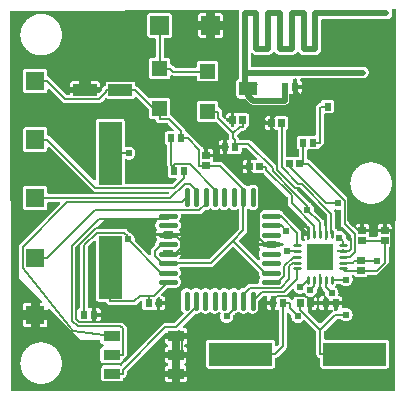
<source format=gtl>
G04 Layer: TopLayer*
G04 EasyEDA v6.1.34, Sat, 04 May 2019 03:32:15 GMT*
G04 a282187419204f9284f90a9f3713dfcb,c51538707a8b4a26ae849ea9e5911ac7,10*
G04 Gerber Generator version 0.2*
G04 Scale: 100 percent, Rotated: No, Reflected: No *
G04 Dimensions in millimeters *
G04 leading zeros omitted , absolute positions ,3 integer and 3 decimal *
%FSLAX33Y33*%
%MOMM*%
G90*
G71D02*

%ADD11C,0.159995*%
%ADD12C,0.499999*%
%ADD13C,0.280010*%
%ADD14C,0.450012*%
%ADD15C,0.610006*%
%ADD16R,0.599948X0.649986*%
%ADD20R,2.299995X2.299995*%
%ADD21R,1.999996X0.999998*%
%ADD22R,1.399997X0.899998*%

%LPD*%
G36*
G01X33030Y32623D02*
G01X32828Y32623D01*
G01X32813Y32622D01*
G01X32799Y32619D01*
G01X32785Y32614D01*
G01X32773Y32607D01*
G01X32761Y32598D01*
G01X32751Y32588D01*
G01X32742Y32577D01*
G01X32735Y32564D01*
G01X32730Y32550D01*
G01X32727Y32536D01*
G01X32726Y32522D01*
G01X32728Y32500D01*
G01X32735Y32480D01*
G01X32748Y32447D01*
G01X32759Y32413D01*
G01X32768Y32379D01*
G01X32774Y32344D01*
G01X32778Y32308D01*
G01X32779Y32273D01*
G01X32778Y32240D01*
G01X32775Y32207D01*
G01X32770Y32174D01*
G01X32762Y32142D01*
G01X32752Y32110D01*
G01X32741Y32079D01*
G01X32727Y32049D01*
G01X32711Y32019D01*
G01X32694Y31991D01*
G01X32675Y31964D01*
G01X32654Y31939D01*
G01X32631Y31915D01*
G01X32607Y31892D01*
G01X32581Y31871D01*
G01X32554Y31852D01*
G01X32526Y31834D01*
G01X32497Y31818D01*
G01X32467Y31805D01*
G01X32436Y31793D01*
G01X32404Y31783D01*
G01X32372Y31776D01*
G01X32339Y31771D01*
G01X32306Y31767D01*
G01X32273Y31766D01*
G01X26879Y31766D01*
G01X26864Y31765D01*
G01X26850Y31762D01*
G01X26837Y31757D01*
G01X26824Y31750D01*
G01X26812Y31741D01*
G01X26802Y31731D01*
G01X26793Y31720D01*
G01X26786Y31707D01*
G01X26781Y31693D01*
G01X26778Y31679D01*
G01X26777Y31665D01*
G01X26777Y29273D01*
G01X26776Y29240D01*
G01X26773Y29207D01*
G01X26768Y29174D01*
G01X26760Y29142D01*
G01X26750Y29110D01*
G01X26739Y29079D01*
G01X26725Y29049D01*
G01X26709Y29020D01*
G01X26692Y28992D01*
G01X26673Y28965D01*
G01X26652Y28939D01*
G01X26629Y28915D01*
G01X26605Y28892D01*
G01X26579Y28871D01*
G01X26552Y28852D01*
G01X26524Y28834D01*
G01X26495Y28819D01*
G01X26465Y28805D01*
G01X26434Y28793D01*
G01X26402Y28784D01*
G01X26370Y28776D01*
G01X26337Y28771D01*
G01X26304Y28768D01*
G01X26271Y28766D01*
G01X25273Y28766D01*
G01X25240Y28768D01*
G01X25207Y28771D01*
G01X25175Y28776D01*
G01X25143Y28783D01*
G01X25112Y28793D01*
G01X25082Y28804D01*
G01X25052Y28817D01*
G01X25023Y28832D01*
G01X24995Y28849D01*
G01X24968Y28868D01*
G01X24943Y28888D01*
G01X24919Y28910D01*
G01X24896Y28934D01*
G01X24875Y28959D01*
G01X24856Y28985D01*
G01X24845Y28998D01*
G01X24833Y29009D01*
G01X24819Y29017D01*
G01X24804Y29024D01*
G01X24788Y29028D01*
G01X24772Y29029D01*
G01X24756Y29028D01*
G01X24740Y29024D01*
G01X24725Y29017D01*
G01X24711Y29009D01*
G01X24699Y28998D01*
G01X24669Y28959D01*
G01X24648Y28934D01*
G01X24625Y28910D01*
G01X24601Y28888D01*
G01X24576Y28868D01*
G01X24549Y28849D01*
G01X24521Y28832D01*
G01X24493Y28817D01*
G01X24463Y28804D01*
G01X24432Y28793D01*
G01X24401Y28783D01*
G01X24369Y28776D01*
G01X24337Y28771D01*
G01X24304Y28768D01*
G01X24272Y28766D01*
G01X23271Y28766D01*
G01X23238Y28768D01*
G01X23206Y28771D01*
G01X23174Y28776D01*
G01X23142Y28783D01*
G01X23111Y28792D01*
G01X23081Y28804D01*
G01X23051Y28817D01*
G01X23022Y28832D01*
G01X22994Y28849D01*
G01X22968Y28867D01*
G01X22942Y28888D01*
G01X22918Y28909D01*
G01X22896Y28933D01*
G01X22875Y28958D01*
G01X22855Y28984D01*
G01X22845Y28996D01*
G01X22833Y29007D01*
G01X22819Y29016D01*
G01X22804Y29022D01*
G01X22788Y29026D01*
G01X22772Y29027D01*
G01X22756Y29026D01*
G01X22740Y29022D01*
G01X22725Y29016D01*
G01X22711Y29007D01*
G01X22699Y28996D01*
G01X22688Y28984D01*
G01X22669Y28958D01*
G01X22648Y28933D01*
G01X22625Y28909D01*
G01X22601Y28888D01*
G01X22576Y28867D01*
G01X22549Y28849D01*
G01X22522Y28832D01*
G01X22493Y28817D01*
G01X22463Y28804D01*
G01X22433Y28792D01*
G01X22401Y28783D01*
G01X22370Y28776D01*
G01X22338Y28771D01*
G01X22305Y28768D01*
G01X22273Y28766D01*
G01X21272Y28766D01*
G01X21240Y28767D01*
G01X21208Y28771D01*
G01X21176Y28776D01*
G01X21144Y28783D01*
G01X21113Y28792D01*
G01X21083Y28803D01*
G01X21053Y28816D01*
G01X21025Y28831D01*
G01X20997Y28848D01*
G01X20970Y28866D01*
G01X20945Y28886D01*
G01X20930Y28896D01*
G01X20914Y28904D01*
G01X20897Y28909D01*
G01X20879Y28910D01*
G01X20865Y28909D01*
G01X20851Y28906D01*
G01X20837Y28901D01*
G01X20824Y28894D01*
G01X20813Y28885D01*
G01X20803Y28875D01*
G01X20794Y28864D01*
G01X20787Y28851D01*
G01X20782Y28837D01*
G01X20779Y28823D01*
G01X20778Y28809D01*
G01X20778Y27880D01*
G01X20779Y27865D01*
G01X20782Y27851D01*
G01X20787Y27837D01*
G01X20794Y27825D01*
G01X20803Y27813D01*
G01X20813Y27803D01*
G01X20824Y27794D01*
G01X20837Y27787D01*
G01X20851Y27782D01*
G01X20865Y27779D01*
G01X20879Y27778D01*
G01X30271Y27778D01*
G01X30304Y27777D01*
G01X30337Y27774D01*
G01X30370Y27768D01*
G01X30402Y27761D01*
G01X30434Y27751D01*
G01X30465Y27739D01*
G01X30495Y27726D01*
G01X30524Y27710D01*
G01X30553Y27693D01*
G01X30580Y27673D01*
G01X30605Y27652D01*
G01X30629Y27630D01*
G01X30652Y27605D01*
G01X30673Y27580D01*
G01X30692Y27553D01*
G01X30710Y27525D01*
G01X30726Y27496D01*
G01X30739Y27465D01*
G01X30751Y27434D01*
G01X30760Y27403D01*
G01X30768Y27370D01*
G01X30773Y27338D01*
G01X30777Y27305D01*
G01X30778Y27271D01*
G01X30777Y27238D01*
G01X30773Y27205D01*
G01X30768Y27173D01*
G01X30760Y27140D01*
G01X30751Y27109D01*
G01X30739Y27078D01*
G01X30726Y27047D01*
G01X30710Y27018D01*
G01X30692Y26990D01*
G01X30673Y26963D01*
G01X30652Y26937D01*
G01X30629Y26913D01*
G01X30605Y26891D01*
G01X30580Y26870D01*
G01X30553Y26850D01*
G01X30524Y26833D01*
G01X30495Y26817D01*
G01X30465Y26803D01*
G01X30434Y26792D01*
G01X30402Y26782D01*
G01X30370Y26775D01*
G01X30337Y26769D01*
G01X30304Y26766D01*
G01X30271Y26765D01*
G01X25043Y26765D01*
G01X25029Y26764D01*
G01X25014Y26761D01*
G01X25001Y26756D01*
G01X24988Y26749D01*
G01X24976Y26740D01*
G01X24966Y26730D01*
G01X24958Y26718D01*
G01X24951Y26706D01*
G01X24946Y26692D01*
G01X24942Y26678D01*
G01X24941Y26663D01*
G01X24942Y26649D01*
G01X24946Y26634D01*
G01X24951Y26621D01*
G01X24958Y26608D01*
G01X24967Y26596D01*
G01X24977Y26586D01*
G01X24989Y26577D01*
G01X25009Y26564D01*
G01X25027Y26549D01*
G01X25044Y26532D01*
G01X25059Y26514D01*
G01X25072Y26494D01*
G01X25083Y26473D01*
G01X25093Y26452D01*
G01X25100Y26429D01*
G01X25106Y26406D01*
G01X25109Y26383D01*
G01X25110Y26359D01*
G01X25110Y26197D01*
G01X24704Y26197D01*
G01X24704Y26663D01*
G01X24703Y26678D01*
G01X24700Y26692D01*
G01X24694Y26706D01*
G01X24688Y26718D01*
G01X24679Y26730D01*
G01X24669Y26740D01*
G01X24657Y26749D01*
G01X24644Y26756D01*
G01X24631Y26761D01*
G01X24617Y26764D01*
G01X24602Y26765D01*
G01X24505Y26765D01*
G01X24491Y26764D01*
G01X24477Y26761D01*
G01X24463Y26756D01*
G01X24450Y26749D01*
G01X24439Y26740D01*
G01X24429Y26730D01*
G01X24420Y26718D01*
G01X24413Y26706D01*
G01X24408Y26692D01*
G01X24405Y26678D01*
G01X24404Y26663D01*
G01X24404Y26197D01*
G01X24363Y26197D01*
G01X24349Y26196D01*
G01X24335Y26193D01*
G01X24321Y26188D01*
G01X24309Y26181D01*
G01X24297Y26172D01*
G01X24287Y26162D01*
G01X24278Y26150D01*
G01X24271Y26138D01*
G01X24266Y26124D01*
G01X24263Y26110D01*
G01X24262Y26095D01*
G01X24262Y25974D01*
G01X24263Y25959D01*
G01X24266Y25945D01*
G01X24271Y25931D01*
G01X24278Y25919D01*
G01X24287Y25907D01*
G01X24297Y25897D01*
G01X24309Y25888D01*
G01X24321Y25881D01*
G01X24335Y25876D01*
G01X24349Y25873D01*
G01X24363Y25872D01*
G01X24404Y25872D01*
G01X24404Y25453D01*
G01X24254Y25453D01*
G01X24227Y25454D01*
G01X24201Y25459D01*
G01X24175Y25466D01*
G01X24159Y25469D01*
G01X24143Y25470D01*
G01X24129Y25469D01*
G01X24115Y25466D01*
G01X24101Y25461D01*
G01X24089Y25454D01*
G01X24077Y25446D01*
G01X24067Y25435D01*
G01X24058Y25424D01*
G01X24051Y25411D01*
G01X24046Y25398D01*
G01X24043Y25383D01*
G01X24042Y25369D01*
G01X24042Y24892D01*
G01X24041Y24865D01*
G01X24038Y24839D01*
G01X24033Y24813D01*
G01X24025Y24788D01*
G01X24016Y24763D01*
G01X24005Y24739D01*
G01X23992Y24716D01*
G01X23978Y24694D01*
G01X23961Y24673D01*
G01X23943Y24654D01*
G01X23924Y24636D01*
G01X23903Y24619D01*
G01X23881Y24605D01*
G01X23858Y24592D01*
G01X23834Y24581D01*
G01X23809Y24571D01*
G01X23784Y24564D01*
G01X23758Y24559D01*
G01X23732Y24556D01*
G01X23705Y24555D01*
G01X20955Y24555D01*
G01X20928Y24556D01*
G01X20902Y24559D01*
G01X20876Y24564D01*
G01X20851Y24571D01*
G01X20826Y24581D01*
G01X20802Y24592D01*
G01X20779Y24605D01*
G01X20757Y24619D01*
G01X20736Y24636D01*
G01X20717Y24654D01*
G01X20331Y25040D01*
G01X20318Y25051D01*
G01X20304Y25059D01*
G01X20289Y25066D01*
G01X20273Y25070D01*
G01X20257Y25071D01*
G01X19839Y25071D01*
G01X19815Y25072D01*
G01X19791Y25075D01*
G01X19768Y25081D01*
G01X19746Y25088D01*
G01X19724Y25098D01*
G01X19703Y25109D01*
G01X19684Y25123D01*
G01X19666Y25138D01*
G01X19649Y25155D01*
G01X19634Y25173D01*
G01X19620Y25192D01*
G01X19609Y25213D01*
G01X19599Y25235D01*
G01X19592Y25257D01*
G01X19586Y25280D01*
G01X19583Y25304D01*
G01X19582Y25327D01*
G01X19582Y26488D01*
G01X19583Y26512D01*
G01X19587Y26537D01*
G01X19593Y26561D01*
G01X19601Y26584D01*
G01X19611Y26606D01*
G01X19624Y26628D01*
G01X19638Y26648D01*
G01X19654Y26666D01*
G01X19672Y26683D01*
G01X19692Y26698D01*
G01X19713Y26711D01*
G01X19726Y26720D01*
G01X19737Y26730D01*
G01X19747Y26742D01*
G01X19754Y26755D01*
G01X19760Y26769D01*
G01X19764Y26784D01*
G01X19765Y26800D01*
G01X19765Y32273D01*
G01X19766Y32309D01*
G01X19770Y32345D01*
G01X19776Y32380D01*
G01X19785Y32415D01*
G01X19796Y32449D01*
G01X19801Y32467D01*
G01X19803Y32485D01*
G01X19802Y32499D01*
G01X19799Y32513D01*
G01X19794Y32527D01*
G01X19787Y32540D01*
G01X19778Y32551D01*
G01X19768Y32562D01*
G01X19756Y32570D01*
G01X19743Y32577D01*
G01X19730Y32582D01*
G01X19716Y32585D01*
G01X19701Y32586D01*
G01X482Y32512D01*
G01X468Y32511D01*
G01X454Y32508D01*
G01X440Y32503D01*
G01X427Y32496D01*
G01X416Y32487D01*
G01X406Y32477D01*
G01X397Y32465D01*
G01X390Y32452D01*
G01X385Y32439D01*
G01X382Y32425D01*
G01X381Y32410D01*
G01X508Y635D01*
G01X507Y370D01*
G01X509Y356D01*
G01X512Y342D01*
G01X517Y328D01*
G01X524Y315D01*
G01X532Y304D01*
G01X543Y294D01*
G01X554Y285D01*
G01X567Y278D01*
G01X580Y273D01*
G01X595Y270D01*
G01X609Y269D01*
G01X32918Y269D01*
G01X32933Y270D01*
G01X32947Y273D01*
G01X32960Y278D01*
G01X32973Y285D01*
G01X32985Y293D01*
G01X32995Y304D01*
G01X33004Y315D01*
G01X33011Y328D01*
G01X33016Y341D01*
G01X33019Y356D01*
G01X33020Y370D01*
G01X33131Y28752D01*
G01X33131Y32522D01*
G01X33130Y32536D01*
G01X33127Y32550D01*
G01X33122Y32564D01*
G01X33115Y32577D01*
G01X33106Y32588D01*
G01X33096Y32598D01*
G01X33085Y32607D01*
G01X33072Y32614D01*
G01X33058Y32619D01*
G01X33044Y32622D01*
G01X33030Y32623D01*
G37*

%LPC*%
G36*
G01X3327Y27586D02*
G01X1752Y27586D01*
G01X1728Y27585D01*
G01X1705Y27582D01*
G01X1682Y27577D01*
G01X1659Y27569D01*
G01X1638Y27560D01*
G01X1617Y27548D01*
G01X1598Y27535D01*
G01X1579Y27519D01*
G01X1563Y27503D01*
G01X1547Y27484D01*
G01X1534Y27465D01*
G01X1522Y27444D01*
G01X1513Y27423D01*
G01X1505Y27400D01*
G01X1500Y27377D01*
G01X1497Y27354D01*
G01X1496Y27330D01*
G01X1496Y25755D01*
G01X1497Y25731D01*
G01X1500Y25708D01*
G01X1505Y25685D01*
G01X1513Y25662D01*
G01X1522Y25641D01*
G01X1534Y25620D01*
G01X1547Y25601D01*
G01X1563Y25582D01*
G01X1579Y25566D01*
G01X1598Y25550D01*
G01X1617Y25537D01*
G01X1638Y25525D01*
G01X1659Y25516D01*
G01X1682Y25508D01*
G01X1705Y25503D01*
G01X1728Y25500D01*
G01X1752Y25499D01*
G01X3327Y25499D01*
G01X3351Y25500D01*
G01X3374Y25503D01*
G01X3397Y25508D01*
G01X3420Y25516D01*
G01X3441Y25525D01*
G01X3462Y25537D01*
G01X3481Y25550D01*
G01X3500Y25566D01*
G01X3516Y25582D01*
G01X3532Y25601D01*
G01X3545Y25620D01*
G01X3557Y25641D01*
G01X3566Y25662D01*
G01X3574Y25685D01*
G01X3579Y25708D01*
G01X3582Y25731D01*
G01X3583Y25755D01*
G01X3583Y25807D01*
G01X3584Y25821D01*
G01X3588Y25835D01*
G01X3593Y25849D01*
G01X3600Y25862D01*
G01X3608Y25873D01*
G01X3619Y25884D01*
G01X3630Y25892D01*
G01X3643Y25899D01*
G01X3656Y25904D01*
G01X3671Y25907D01*
G01X3685Y25908D01*
G01X3701Y25907D01*
G01X3716Y25903D01*
G01X3731Y25897D01*
G01X3745Y25889D01*
G01X3757Y25879D01*
G01X4837Y24801D01*
G01X4856Y24783D01*
G01X4877Y24766D01*
G01X4899Y24752D01*
G01X4922Y24739D01*
G01X4946Y24728D01*
G01X4971Y24719D01*
G01X4996Y24712D01*
G01X5022Y24706D01*
G01X5048Y24703D01*
G01X5074Y24702D01*
G01X7957Y24702D01*
G01X7984Y24703D01*
G01X8010Y24706D01*
G01X8036Y24712D01*
G01X8061Y24719D01*
G01X8086Y24728D01*
G01X8110Y24739D01*
G01X8133Y24752D01*
G01X8155Y24767D01*
G01X8176Y24783D01*
G01X8195Y24801D01*
G01X8464Y25069D01*
G01X8476Y25079D01*
G01X8489Y25088D01*
G01X8504Y25094D01*
G01X8519Y25098D01*
G01X8535Y25099D01*
G01X8552Y25097D01*
G01X8568Y25093D01*
G01X8584Y25087D01*
G01X8598Y25078D01*
G01X8617Y25064D01*
G01X8638Y25052D01*
G01X8660Y25042D01*
G01X8683Y25034D01*
G01X8707Y25028D01*
G01X8730Y25025D01*
G01X8754Y25024D01*
G01X10754Y25024D01*
G01X10779Y25025D01*
G01X10802Y25028D01*
G01X10826Y25034D01*
G01X10849Y25042D01*
G01X10870Y25052D01*
G01X10891Y25064D01*
G01X10911Y25077D01*
G01X10929Y25093D01*
G01X10946Y25110D01*
G01X10961Y25129D01*
G01X10975Y25149D01*
G01X10983Y25161D01*
G01X10994Y25172D01*
G01X11005Y25181D01*
G01X11018Y25189D01*
G01X11032Y25194D01*
G01X11047Y25197D01*
G01X11062Y25198D01*
G01X11078Y25197D01*
G01X11093Y25193D01*
G01X11108Y25187D01*
G01X11122Y25179D01*
G01X11134Y25169D01*
G01X12144Y24158D01*
G01X12155Y24146D01*
G01X12163Y24132D01*
G01X12169Y24118D01*
G01X12173Y24102D01*
G01X12174Y24086D01*
G01X12174Y23557D01*
G01X12175Y23534D01*
G01X12178Y23510D01*
G01X12184Y23487D01*
G01X12191Y23465D01*
G01X12201Y23443D01*
G01X12212Y23422D01*
G01X12226Y23403D01*
G01X12241Y23385D01*
G01X12258Y23368D01*
G01X12276Y23353D01*
G01X12295Y23339D01*
G01X12316Y23328D01*
G01X12338Y23318D01*
G01X12360Y23311D01*
G01X12383Y23305D01*
G01X12407Y23302D01*
G01X12430Y23301D01*
G01X12658Y23301D01*
G01X12672Y23300D01*
G01X12687Y23297D01*
G01X12701Y23291D01*
G01X12713Y23284D01*
G01X12725Y23275D01*
G01X12735Y23265D01*
G01X12744Y23253D01*
G01X12751Y23240D01*
G01X12756Y23226D01*
G01X12764Y23200D01*
G01X12774Y23174D01*
G01X12787Y23150D01*
G01X12801Y23126D01*
G01X12817Y23104D01*
G01X12835Y23084D01*
G01X12855Y23064D01*
G01X12876Y23047D01*
G01X12899Y23031D01*
G01X12922Y23017D01*
G01X12947Y23005D01*
G01X12973Y22995D01*
G01X12999Y22988D01*
G01X13026Y22982D01*
G01X13053Y22979D01*
G01X13081Y22978D01*
G01X13689Y22978D01*
G01X13705Y22976D01*
G01X13720Y22973D01*
G01X13735Y22967D01*
G01X13749Y22958D01*
G01X13761Y22948D01*
G01X14237Y22471D01*
G01X14248Y22459D01*
G01X14256Y22446D01*
G01X14262Y22431D01*
G01X14266Y22415D01*
G01X14267Y22400D01*
G01X14266Y22385D01*
G01X14263Y22371D01*
G01X14258Y22357D01*
G01X14251Y22345D01*
G01X14242Y22333D01*
G01X14232Y22323D01*
G01X14220Y22314D01*
G01X14208Y22307D01*
G01X14194Y22302D01*
G01X14180Y22299D01*
G01X14165Y22298D01*
G01X13753Y22298D01*
G01X13730Y22297D01*
G01X13706Y22294D01*
G01X13683Y22288D01*
G01X13661Y22281D01*
G01X13639Y22271D01*
G01X13618Y22259D01*
G01X13599Y22246D01*
G01X13581Y22231D01*
G01X13564Y22214D01*
G01X13549Y22196D01*
G01X13535Y22176D01*
G01X13524Y22156D01*
G01X13514Y22134D01*
G01X13507Y22112D01*
G01X13501Y22089D01*
G01X13498Y22065D01*
G01X13497Y22041D01*
G01X13497Y21392D01*
G01X13498Y21368D01*
G01X13501Y21346D01*
G01X13506Y21323D01*
G01X13513Y21301D01*
G01X13523Y21280D01*
G01X13534Y21259D01*
G01X13546Y21240D01*
G01X13561Y21222D01*
G01X13577Y21205D01*
G01X13595Y21190D01*
G01X13613Y21177D01*
G01X13633Y21165D01*
G01X13654Y21155D01*
G01X13668Y21148D01*
G01X13680Y21140D01*
G01X13691Y21129D01*
G01X13700Y21118D01*
G01X13707Y21105D01*
G01X13712Y21091D01*
G01X13716Y21076D01*
G01X13717Y21061D01*
G01X13717Y19461D01*
G01X13718Y19433D01*
G01X13721Y19406D01*
G01X13727Y19379D01*
G01X13735Y19353D01*
G01X13745Y19327D01*
G01X13751Y19307D01*
G01X13753Y19287D01*
G01X13752Y19275D01*
G01X13751Y19247D01*
G01X13751Y18598D01*
G01X13752Y18574D01*
G01X13755Y18550D01*
G01X13761Y18527D01*
G01X13768Y18505D01*
G01X13778Y18483D01*
G01X13789Y18463D01*
G01X13803Y18443D01*
G01X13818Y18425D01*
G01X13835Y18408D01*
G01X13853Y18393D01*
G01X13872Y18380D01*
G01X13893Y18368D01*
G01X13915Y18358D01*
G01X13937Y18351D01*
G01X13960Y18345D01*
G01X13984Y18342D01*
G01X14007Y18341D01*
G01X14419Y18341D01*
G01X14434Y18340D01*
G01X14448Y18337D01*
G01X14462Y18332D01*
G01X14474Y18325D01*
G01X14486Y18316D01*
G01X14496Y18306D01*
G01X14505Y18294D01*
G01X14512Y18282D01*
G01X14517Y18268D01*
G01X14520Y18254D01*
G01X14521Y18239D01*
G01X14520Y18224D01*
G01X14516Y18208D01*
G01X14510Y18193D01*
G01X14502Y18180D01*
G01X14491Y18168D01*
G01X14203Y17879D01*
G01X14191Y17869D01*
G01X14177Y17860D01*
G01X14162Y17854D01*
G01X14147Y17851D01*
G01X14131Y17849D01*
G01X10213Y17849D01*
G01X10198Y17850D01*
G01X10184Y17853D01*
G01X10158Y17865D01*
G01X10146Y17874D01*
G01X10136Y17884D01*
G01X10127Y17896D01*
G01X10120Y17909D01*
G01X10115Y17922D01*
G01X10112Y17936D01*
G01X10111Y17951D01*
G01X10111Y19828D01*
G01X10112Y19842D01*
G01X10115Y19856D01*
G01X10120Y19870D01*
G01X10127Y19883D01*
G01X10136Y19894D01*
G01X10146Y19905D01*
G01X10158Y19913D01*
G01X10171Y19920D01*
G01X10184Y19925D01*
G01X10198Y19928D01*
G01X10213Y19929D01*
G01X10231Y19928D01*
G01X10249Y19923D01*
G01X10282Y19911D01*
G01X10315Y19902D01*
G01X10349Y19894D01*
G01X10383Y19889D01*
G01X10417Y19886D01*
G01X10452Y19885D01*
G01X10486Y19886D01*
G01X10519Y19889D01*
G01X10553Y19894D01*
G01X10586Y19901D01*
G01X10619Y19910D01*
G01X10651Y19921D01*
G01X10682Y19934D01*
G01X10713Y19949D01*
G01X10742Y19966D01*
G01X10771Y19984D01*
G01X10798Y20004D01*
G01X10824Y20026D01*
G01X10849Y20049D01*
G01X10872Y20074D01*
G01X10894Y20100D01*
G01X10914Y20128D01*
G01X10932Y20156D01*
G01X10949Y20186D01*
G01X10964Y20216D01*
G01X10977Y20247D01*
G01X10988Y20279D01*
G01X10997Y20312D01*
G01X11004Y20345D01*
G01X11009Y20379D01*
G01X11012Y20413D01*
G01X11013Y20447D01*
G01X11012Y20480D01*
G01X11009Y20514D01*
G01X11004Y20548D01*
G01X10997Y20581D01*
G01X10988Y20614D01*
G01X10977Y20646D01*
G01X10964Y20677D01*
G01X10949Y20707D01*
G01X10932Y20737D01*
G01X10914Y20765D01*
G01X10894Y20793D01*
G01X10872Y20819D01*
G01X10849Y20844D01*
G01X10824Y20867D01*
G01X10798Y20889D01*
G01X10771Y20909D01*
G01X10742Y20927D01*
G01X10713Y20944D01*
G01X10682Y20959D01*
G01X10651Y20972D01*
G01X10619Y20983D01*
G01X10586Y20992D01*
G01X10553Y20999D01*
G01X10519Y21004D01*
G01X10486Y21007D01*
G01X10452Y21008D01*
G01X10417Y21007D01*
G01X10383Y21004D01*
G01X10349Y20999D01*
G01X10315Y20991D01*
G01X10282Y20982D01*
G01X10249Y20970D01*
G01X10231Y20965D01*
G01X10213Y20964D01*
G01X10198Y20965D01*
G01X10184Y20968D01*
G01X10171Y20973D01*
G01X10158Y20980D01*
G01X10146Y20988D01*
G01X10136Y20999D01*
G01X10127Y21010D01*
G01X10120Y21023D01*
G01X10115Y21037D01*
G01X10112Y21051D01*
G01X10111Y21065D01*
G01X10111Y23114D01*
G01X10110Y23137D01*
G01X10107Y23161D01*
G01X10101Y23184D01*
G01X10094Y23206D01*
G01X10084Y23228D01*
G01X10073Y23249D01*
G01X10059Y23268D01*
G01X10044Y23286D01*
G01X10028Y23303D01*
G01X10009Y23318D01*
G01X9990Y23332D01*
G01X9969Y23343D01*
G01X9947Y23353D01*
G01X9925Y23360D01*
G01X9902Y23366D01*
G01X9878Y23369D01*
G01X9855Y23370D01*
G01X7924Y23370D01*
G01X7901Y23369D01*
G01X7877Y23366D01*
G01X7854Y23360D01*
G01X7832Y23353D01*
G01X7810Y23343D01*
G01X7789Y23332D01*
G01X7770Y23318D01*
G01X7751Y23303D01*
G01X7735Y23286D01*
G01X7720Y23268D01*
G01X7706Y23249D01*
G01X7695Y23228D01*
G01X7685Y23206D01*
G01X7678Y23184D01*
G01X7672Y23161D01*
G01X7669Y23137D01*
G01X7668Y23114D01*
G01X7668Y18211D01*
G01X7667Y18197D01*
G01X7664Y18183D01*
G01X7659Y18169D01*
G01X7652Y18156D01*
G01X7643Y18145D01*
G01X7633Y18134D01*
G01X7621Y18126D01*
G01X7608Y18119D01*
G01X7595Y18114D01*
G01X7581Y18111D01*
G01X7566Y18110D01*
G01X7550Y18111D01*
G01X7535Y18115D01*
G01X7520Y18121D01*
G01X7506Y18129D01*
G01X7494Y18139D01*
G01X3806Y21827D01*
G01X3785Y21847D01*
G01X3762Y21865D01*
G01X3738Y21880D01*
G01X3712Y21894D01*
G01X3685Y21905D01*
G01X3658Y21914D01*
G01X3644Y21919D01*
G01X3631Y21926D01*
G01X3619Y21934D01*
G01X3609Y21945D01*
G01X3600Y21956D01*
G01X3593Y21969D01*
G01X3588Y21983D01*
G01X3584Y21997D01*
G01X3583Y22012D01*
G01X3583Y22377D01*
G01X3582Y22401D01*
G01X3579Y22424D01*
G01X3574Y22447D01*
G01X3566Y22470D01*
G01X3557Y22491D01*
G01X3545Y22512D01*
G01X3532Y22531D01*
G01X3516Y22550D01*
G01X3500Y22566D01*
G01X3481Y22582D01*
G01X3462Y22595D01*
G01X3441Y22607D01*
G01X3420Y22616D01*
G01X3397Y22624D01*
G01X3374Y22629D01*
G01X3351Y22632D01*
G01X3327Y22633D01*
G01X1752Y22633D01*
G01X1728Y22632D01*
G01X1705Y22629D01*
G01X1682Y22624D01*
G01X1659Y22616D01*
G01X1638Y22607D01*
G01X1617Y22595D01*
G01X1598Y22582D01*
G01X1579Y22566D01*
G01X1563Y22550D01*
G01X1547Y22531D01*
G01X1534Y22512D01*
G01X1522Y22491D01*
G01X1513Y22470D01*
G01X1505Y22447D01*
G01X1500Y22424D01*
G01X1497Y22401D01*
G01X1496Y22377D01*
G01X1496Y20802D01*
G01X1497Y20778D01*
G01X1500Y20755D01*
G01X1505Y20732D01*
G01X1513Y20709D01*
G01X1522Y20688D01*
G01X1534Y20667D01*
G01X1547Y20648D01*
G01X1563Y20629D01*
G01X1579Y20613D01*
G01X1598Y20597D01*
G01X1617Y20584D01*
G01X1638Y20572D01*
G01X1659Y20563D01*
G01X1682Y20555D01*
G01X1705Y20550D01*
G01X1728Y20547D01*
G01X1752Y20546D01*
G01X3327Y20546D01*
G01X3351Y20547D01*
G01X3374Y20550D01*
G01X3397Y20555D01*
G01X3420Y20563D01*
G01X3441Y20572D01*
G01X3462Y20584D01*
G01X3481Y20597D01*
G01X3500Y20613D01*
G01X3516Y20629D01*
G01X3532Y20648D01*
G01X3545Y20667D01*
G01X3557Y20688D01*
G01X3566Y20709D01*
G01X3574Y20732D01*
G01X3579Y20755D01*
G01X3582Y20778D01*
G01X3583Y20802D01*
G01X3583Y20853D01*
G01X3584Y20867D01*
G01X3588Y20882D01*
G01X3593Y20895D01*
G01X3600Y20908D01*
G01X3608Y20920D01*
G01X3619Y20930D01*
G01X3630Y20939D01*
G01X3656Y20951D01*
G01X3671Y20954D01*
G01X3685Y20955D01*
G01X3701Y20953D01*
G01X3716Y20950D01*
G01X3731Y20944D01*
G01X3745Y20935D01*
G01X3757Y20925D01*
G01X7407Y17275D01*
G01X7426Y17257D01*
G01X7447Y17241D01*
G01X7469Y17226D01*
G01X7492Y17213D01*
G01X7516Y17202D01*
G01X7541Y17193D01*
G01X7566Y17186D01*
G01X7592Y17180D01*
G01X7618Y17177D01*
G01X7645Y17176D01*
G01X13816Y17176D01*
G01X13830Y17175D01*
G01X13845Y17172D01*
G01X13858Y17167D01*
G01X13871Y17160D01*
G01X13883Y17151D01*
G01X13893Y17141D01*
G01X13901Y17130D01*
G01X13908Y17117D01*
G01X13913Y17103D01*
G01X13917Y17089D01*
G01X13918Y17075D01*
G01X13916Y17059D01*
G01X13913Y17043D01*
G01X13907Y17029D01*
G01X13898Y17015D01*
G01X13888Y17003D01*
G01X13876Y16992D01*
G01X13862Y16984D01*
G01X13847Y16978D01*
G01X13832Y16974D01*
G01X13816Y16973D01*
G01X3685Y16973D01*
G01X3671Y16974D01*
G01X3656Y16977D01*
G01X3643Y16982D01*
G01X3630Y16989D01*
G01X3619Y16998D01*
G01X3608Y17008D01*
G01X3600Y17020D01*
G01X3593Y17032D01*
G01X3588Y17046D01*
G01X3584Y17060D01*
G01X3583Y17075D01*
G01X3583Y17424D01*
G01X3582Y17448D01*
G01X3579Y17471D01*
G01X3574Y17494D01*
G01X3566Y17517D01*
G01X3557Y17538D01*
G01X3545Y17559D01*
G01X3532Y17578D01*
G01X3516Y17597D01*
G01X3500Y17613D01*
G01X3481Y17629D01*
G01X3462Y17642D01*
G01X3441Y17654D01*
G01X3420Y17663D01*
G01X3397Y17671D01*
G01X3374Y17676D01*
G01X3351Y17679D01*
G01X3327Y17680D01*
G01X1752Y17680D01*
G01X1728Y17679D01*
G01X1705Y17676D01*
G01X1682Y17671D01*
G01X1659Y17663D01*
G01X1638Y17654D01*
G01X1617Y17642D01*
G01X1598Y17629D01*
G01X1579Y17613D01*
G01X1563Y17597D01*
G01X1547Y17578D01*
G01X1534Y17559D01*
G01X1522Y17538D01*
G01X1513Y17517D01*
G01X1505Y17494D01*
G01X1500Y17471D01*
G01X1497Y17448D01*
G01X1496Y17424D01*
G01X1496Y15849D01*
G01X1497Y15825D01*
G01X1500Y15802D01*
G01X1505Y15779D01*
G01X1513Y15756D01*
G01X1522Y15735D01*
G01X1534Y15714D01*
G01X1547Y15695D01*
G01X1563Y15676D01*
G01X1579Y15660D01*
G01X1598Y15644D01*
G01X1617Y15631D01*
G01X1638Y15619D01*
G01X1659Y15610D01*
G01X1682Y15602D01*
G01X1705Y15597D01*
G01X1728Y15594D01*
G01X1752Y15593D01*
G01X3327Y15593D01*
G01X3351Y15594D01*
G01X3374Y15597D01*
G01X3397Y15602D01*
G01X3420Y15610D01*
G01X3441Y15619D01*
G01X3462Y15631D01*
G01X3481Y15644D01*
G01X3500Y15660D01*
G01X3516Y15676D01*
G01X3532Y15695D01*
G01X3545Y15714D01*
G01X3557Y15735D01*
G01X3566Y15756D01*
G01X3574Y15779D01*
G01X3579Y15802D01*
G01X3582Y15825D01*
G01X3583Y15849D01*
G01X3583Y16198D01*
G01X3584Y16213D01*
G01X3588Y16227D01*
G01X3593Y16241D01*
G01X3600Y16253D01*
G01X3608Y16265D01*
G01X3619Y16275D01*
G01X3630Y16284D01*
G01X3643Y16291D01*
G01X3656Y16296D01*
G01X3671Y16299D01*
G01X3685Y16300D01*
G01X4555Y16300D01*
G01X4570Y16299D01*
G01X4584Y16296D01*
G01X4597Y16291D01*
G01X4610Y16284D01*
G01X4622Y16275D01*
G01X4632Y16265D01*
G01X4641Y16253D01*
G01X4648Y16241D01*
G01X4653Y16227D01*
G01X4656Y16213D01*
G01X4657Y16198D01*
G01X4655Y16182D01*
G01X4652Y16167D01*
G01X4646Y16152D01*
G01X4637Y16139D01*
G01X4627Y16127D01*
G01X1273Y12772D01*
G01X1255Y12753D01*
G01X1239Y12732D01*
G01X1224Y12710D01*
G01X1211Y12687D01*
G01X1200Y12663D01*
G01X1191Y12638D01*
G01X1184Y12613D01*
G01X1178Y12587D01*
G01X1175Y12561D01*
G01X1174Y12534D01*
G01X1174Y9987D01*
G01X1175Y9960D01*
G01X1178Y9934D01*
G01X1184Y9908D01*
G01X1191Y9883D01*
G01X1200Y9858D01*
G01X1211Y9834D01*
G01X1224Y9811D01*
G01X1239Y9789D01*
G01X1255Y9768D01*
G01X1273Y9749D01*
G01X3074Y7948D01*
G01X3084Y7936D01*
G01X3092Y7922D01*
G01X3099Y7907D01*
G01X3102Y7892D01*
G01X3104Y7876D01*
G01X3102Y7862D01*
G01X3099Y7847D01*
G01X3094Y7834D01*
G01X3087Y7821D01*
G01X3079Y7810D01*
G01X3068Y7799D01*
G01X3057Y7791D01*
G01X3044Y7784D01*
G01X3031Y7779D01*
G01X3016Y7775D01*
G01X3002Y7774D01*
G01X2933Y7774D01*
G01X2933Y7124D01*
G01X3583Y7124D01*
G01X3583Y7193D01*
G01X3584Y7207D01*
G01X3588Y7222D01*
G01X3593Y7235D01*
G01X3600Y7248D01*
G01X3608Y7259D01*
G01X3619Y7270D01*
G01X3630Y7278D01*
G01X3643Y7285D01*
G01X3656Y7290D01*
G01X3671Y7293D01*
G01X3685Y7295D01*
G01X3701Y7293D01*
G01X3716Y7290D01*
G01X3731Y7283D01*
G01X3745Y7275D01*
G01X3757Y7265D01*
G01X6307Y4715D01*
G01X6327Y4697D01*
G01X6347Y4680D01*
G01X6369Y4666D01*
G01X6392Y4653D01*
G01X6416Y4642D01*
G01X6441Y4632D01*
G01X6467Y4625D01*
G01X6492Y4620D01*
G01X6519Y4617D01*
G01X6545Y4616D01*
G01X7958Y4616D01*
G01X7973Y4615D01*
G01X7987Y4612D01*
G01X8001Y4607D01*
G01X8013Y4600D01*
G01X8025Y4591D01*
G01X8035Y4581D01*
G01X8044Y4569D01*
G01X8051Y4557D01*
G01X8056Y4543D01*
G01X8059Y4529D01*
G01X8060Y4514D01*
G01X8060Y4503D01*
G01X8061Y4479D01*
G01X8064Y4456D01*
G01X8069Y4434D01*
G01X8077Y4412D01*
G01X8086Y4390D01*
G01X8097Y4370D01*
G01X8110Y4351D01*
G01X8124Y4332D01*
G01X8141Y4316D01*
G01X8158Y4301D01*
G01X8177Y4287D01*
G01X8197Y4275D01*
G01X8218Y4266D01*
G01X8240Y4258D01*
G01X8262Y4252D01*
G01X8277Y4247D01*
G01X8291Y4241D01*
G01X8304Y4232D01*
G01X8315Y4222D01*
G01X8325Y4210D01*
G01X8332Y4197D01*
G01X8338Y4183D01*
G01X8342Y4168D01*
G01X8343Y4152D01*
G01X8342Y4137D01*
G01X8338Y4122D01*
G01X8332Y4108D01*
G01X8325Y4095D01*
G01X8315Y4083D01*
G01X8304Y4072D01*
G01X8291Y4064D01*
G01X8277Y4057D01*
G01X8262Y4053D01*
G01X8240Y4047D01*
G01X8218Y4039D01*
G01X8197Y4029D01*
G01X8177Y4018D01*
G01X8158Y4004D01*
G01X8141Y3989D01*
G01X8124Y3972D01*
G01X8110Y3954D01*
G01X8097Y3935D01*
G01X8086Y3915D01*
G01X8077Y3893D01*
G01X8069Y3871D01*
G01X8064Y3849D01*
G01X8061Y3825D01*
G01X8060Y3802D01*
G01X8060Y2902D01*
G01X8061Y2879D01*
G01X8064Y2856D01*
G01X8069Y2834D01*
G01X8077Y2811D01*
G01X8086Y2790D01*
G01X8097Y2770D01*
G01X8110Y2750D01*
G01X8124Y2732D01*
G01X8140Y2716D01*
G01X8158Y2701D01*
G01X8177Y2687D01*
G01X8197Y2675D01*
G01X8218Y2666D01*
G01X8240Y2658D01*
G01X8262Y2652D01*
G01X8277Y2647D01*
G01X8291Y2641D01*
G01X8303Y2632D01*
G01X8315Y2622D01*
G01X8324Y2610D01*
G01X8332Y2597D01*
G01X8338Y2583D01*
G01X8341Y2568D01*
G01X8342Y2552D01*
G01X8341Y2537D01*
G01X8338Y2522D01*
G01X8332Y2508D01*
G01X8324Y2495D01*
G01X8315Y2483D01*
G01X8303Y2472D01*
G01X8291Y2464D01*
G01X8277Y2457D01*
G01X8262Y2453D01*
G01X8240Y2447D01*
G01X8218Y2439D01*
G01X8197Y2429D01*
G01X8177Y2418D01*
G01X8158Y2404D01*
G01X8140Y2389D01*
G01X8124Y2372D01*
G01X8110Y2354D01*
G01X8097Y2335D01*
G01X8086Y2314D01*
G01X8077Y2293D01*
G01X8069Y2271D01*
G01X8064Y2249D01*
G01X8061Y2226D01*
G01X8060Y2202D01*
G01X8060Y1302D01*
G01X8061Y1279D01*
G01X8064Y1255D01*
G01X8070Y1232D01*
G01X8077Y1210D01*
G01X8087Y1188D01*
G01X8098Y1167D01*
G01X8112Y1148D01*
G01X8127Y1130D01*
G01X8144Y1113D01*
G01X8162Y1098D01*
G01X8181Y1084D01*
G01X8202Y1073D01*
G01X8224Y1063D01*
G01X8246Y1056D01*
G01X8269Y1050D01*
G01X8293Y1047D01*
G01X8317Y1046D01*
G01X9716Y1046D01*
G01X9740Y1047D01*
G01X9764Y1050D01*
G01X9787Y1056D01*
G01X9809Y1063D01*
G01X9831Y1073D01*
G01X9852Y1084D01*
G01X9871Y1098D01*
G01X9889Y1113D01*
G01X9906Y1130D01*
G01X9921Y1148D01*
G01X9935Y1167D01*
G01X9946Y1188D01*
G01X9956Y1210D01*
G01X9963Y1232D01*
G01X9969Y1255D01*
G01X9972Y1279D01*
G01X9973Y1302D01*
G01X9973Y1330D01*
G01X9974Y1344D01*
G01X9977Y1359D01*
G01X9982Y1372D01*
G01X9990Y1385D01*
G01X9999Y1397D01*
G01X10009Y1407D01*
G01X10021Y1416D01*
G01X10034Y1423D01*
G01X10048Y1428D01*
G01X10074Y1436D01*
G01X10099Y1446D01*
G01X10124Y1459D01*
G01X10147Y1473D01*
G01X10169Y1489D01*
G01X10190Y1507D01*
G01X10209Y1527D01*
G01X10226Y1548D01*
G01X10242Y1570D01*
G01X10256Y1594D01*
G01X10268Y1619D01*
G01X10278Y1644D01*
G01X10285Y1671D01*
G01X10291Y1698D01*
G01X10294Y1725D01*
G01X10295Y1752D01*
G01X10295Y1916D01*
G01X10297Y1932D01*
G01X10300Y1948D01*
G01X10306Y1962D01*
G01X10315Y1976D01*
G01X10325Y1988D01*
G01X13347Y5012D01*
G01X13483Y5148D01*
G01X13495Y5158D01*
G01X13508Y5166D01*
G01X13523Y5173D01*
G01X13539Y5176D01*
G01X13554Y5177D01*
G01X14128Y5177D01*
G01X14128Y5269D01*
G01X14129Y5283D01*
G01X14132Y5297D01*
G01X14137Y5311D01*
G01X14144Y5324D01*
G01X14152Y5335D01*
G01X14163Y5346D01*
G01X14174Y5354D01*
G01X14187Y5361D01*
G01X14200Y5366D01*
G01X14215Y5369D01*
G01X14229Y5370D01*
G01X14460Y5370D01*
G01X14487Y5371D01*
G01X14514Y5375D01*
G01X14541Y5380D01*
G01X14568Y5388D01*
G01X14593Y5398D01*
G01X14618Y5410D01*
G01X14642Y5424D01*
G01X14664Y5440D01*
G01X14678Y5449D01*
G01X14693Y5455D01*
G01X14709Y5459D01*
G01X14726Y5460D01*
G01X14740Y5459D01*
G01X14755Y5456D01*
G01X14768Y5451D01*
G01X14781Y5444D01*
G01X14792Y5436D01*
G01X14803Y5425D01*
G01X14811Y5414D01*
G01X14818Y5401D01*
G01X14823Y5387D01*
G01X14826Y5373D01*
G01X14827Y5359D01*
G01X14827Y5177D01*
G01X15434Y5177D01*
G01X15434Y5402D01*
G01X15433Y5426D01*
G01X15430Y5450D01*
G01X15424Y5473D01*
G01X15417Y5495D01*
G01X15407Y5517D01*
G01X15396Y5538D01*
G01X15382Y5557D01*
G01X15367Y5575D01*
G01X15350Y5592D01*
G01X15332Y5607D01*
G01X15313Y5621D01*
G01X15292Y5632D01*
G01X15270Y5642D01*
G01X15248Y5649D01*
G01X15225Y5655D01*
G01X15201Y5658D01*
G01X15177Y5659D01*
G01X15133Y5659D01*
G01X15119Y5660D01*
G01X15104Y5663D01*
G01X15091Y5668D01*
G01X15078Y5675D01*
G01X15067Y5684D01*
G01X15056Y5694D01*
G01X15048Y5706D01*
G01X15041Y5718D01*
G01X15036Y5732D01*
G01X15033Y5746D01*
G01X15031Y5761D01*
G01X15033Y5777D01*
G01X15036Y5792D01*
G01X15043Y5807D01*
G01X15051Y5820D01*
G01X15061Y5832D01*
G01X16055Y6826D01*
G01X16067Y6837D01*
G01X16081Y6845D01*
G01X16096Y6851D01*
G01X16111Y6855D01*
G01X16127Y6856D01*
G01X16132Y6856D01*
G01X16156Y6855D01*
G01X16190Y6857D01*
G01X16222Y6860D01*
G01X16255Y6866D01*
G01X16287Y6874D01*
G01X16319Y6884D01*
G01X16349Y6896D01*
G01X16379Y6910D01*
G01X16408Y6926D01*
G01X16436Y6945D01*
G01X16462Y6965D01*
G01X16487Y6987D01*
G01X16499Y6996D01*
G01X16512Y7004D01*
G01X16526Y7010D01*
G01X16541Y7013D01*
G01X16556Y7014D01*
G01X16572Y7013D01*
G01X16587Y7010D01*
G01X16601Y7004D01*
G01X16614Y6996D01*
G01X16626Y6987D01*
G01X16651Y6965D01*
G01X16677Y6945D01*
G01X16705Y6926D01*
G01X16734Y6910D01*
G01X16764Y6896D01*
G01X16794Y6884D01*
G01X16826Y6874D01*
G01X16858Y6866D01*
G01X16891Y6860D01*
G01X16923Y6857D01*
G01X16957Y6855D01*
G01X16990Y6857D01*
G01X17023Y6860D01*
G01X17055Y6866D01*
G01X17087Y6874D01*
G01X17119Y6884D01*
G01X17150Y6896D01*
G01X17179Y6910D01*
G01X17208Y6926D01*
G01X17236Y6945D01*
G01X17262Y6965D01*
G01X17287Y6987D01*
G01X17299Y6996D01*
G01X17312Y7004D01*
G01X17326Y7010D01*
G01X17341Y7013D01*
G01X17357Y7014D01*
G01X17372Y7013D01*
G01X17387Y7010D01*
G01X17401Y7004D01*
G01X17414Y6996D01*
G01X17426Y6987D01*
G01X17451Y6965D01*
G01X17477Y6945D01*
G01X17505Y6926D01*
G01X17534Y6910D01*
G01X17564Y6896D01*
G01X17594Y6884D01*
G01X17626Y6874D01*
G01X17658Y6866D01*
G01X17691Y6860D01*
G01X17724Y6857D01*
G01X17757Y6855D01*
G01X17789Y6857D01*
G01X17820Y6860D01*
G01X17852Y6865D01*
G01X17883Y6872D01*
G01X17913Y6882D01*
G01X17943Y6893D01*
G01X17972Y6906D01*
G01X18000Y6922D01*
G01X18027Y6939D01*
G01X18053Y6957D01*
G01X18077Y6978D01*
G01X18089Y6987D01*
G01X18102Y6994D01*
G01X18116Y6999D01*
G01X18130Y7002D01*
G01X18145Y7004D01*
G01X18159Y7003D01*
G01X18174Y6999D01*
G01X18187Y6994D01*
G01X18200Y6987D01*
G01X18211Y6979D01*
G01X18222Y6968D01*
G01X18230Y6957D01*
G01X18237Y6944D01*
G01X18242Y6931D01*
G01X18246Y6916D01*
G01X18247Y6902D01*
G01X18245Y6882D01*
G01X18238Y6862D01*
G01X18225Y6827D01*
G01X18214Y6791D01*
G01X18205Y6754D01*
G01X18198Y6717D01*
G01X18195Y6679D01*
G01X18193Y6642D01*
G01X18194Y6608D01*
G01X18197Y6574D01*
G01X18203Y6540D01*
G01X18210Y6507D01*
G01X18219Y6475D01*
G01X18230Y6442D01*
G01X18243Y6411D01*
G01X18258Y6381D01*
G01X18274Y6351D01*
G01X18293Y6323D01*
G01X18313Y6295D01*
G01X18335Y6269D01*
G01X18358Y6245D01*
G01X18382Y6221D01*
G01X18436Y6179D01*
G01X18464Y6161D01*
G01X18494Y6144D01*
G01X18524Y6130D01*
G01X18556Y6117D01*
G01X18588Y6105D01*
G01X18620Y6096D01*
G01X18654Y6089D01*
G01X18687Y6084D01*
G01X18721Y6081D01*
G01X18755Y6080D01*
G01X18789Y6081D01*
G01X18823Y6084D01*
G01X18856Y6089D01*
G01X18889Y6096D01*
G01X18922Y6105D01*
G01X18954Y6117D01*
G01X18985Y6130D01*
G01X19016Y6144D01*
G01X19045Y6161D01*
G01X19074Y6179D01*
G01X19101Y6200D01*
G01X19127Y6221D01*
G01X19152Y6245D01*
G01X19175Y6269D01*
G01X19197Y6295D01*
G01X19217Y6323D01*
G01X19235Y6351D01*
G01X19252Y6381D01*
G01X19267Y6411D01*
G01X19280Y6442D01*
G01X19291Y6475D01*
G01X19300Y6507D01*
G01X19307Y6540D01*
G01X19312Y6574D01*
G01X19315Y6608D01*
G01X19316Y6642D01*
G01X19315Y6677D01*
G01X19315Y6684D01*
G01X19316Y6700D01*
G01X19320Y6715D01*
G01X19326Y6730D01*
G01X19334Y6744D01*
G01X19345Y6756D01*
G01X19435Y6846D01*
G01X19449Y6857D01*
G01X19464Y6866D01*
G01X19480Y6872D01*
G01X19513Y6882D01*
G01X19544Y6894D01*
G01X19575Y6909D01*
G01X19604Y6925D01*
G01X19632Y6944D01*
G01X19659Y6964D01*
G01X19685Y6987D01*
G01X19697Y6996D01*
G01X19710Y7004D01*
G01X19724Y7010D01*
G01X19739Y7013D01*
G01X19754Y7014D01*
G01X19770Y7013D01*
G01X19785Y7010D01*
G01X19799Y7004D01*
G01X19812Y6996D01*
G01X19824Y6987D01*
G01X19849Y6965D01*
G01X19875Y6945D01*
G01X19903Y6926D01*
G01X19932Y6910D01*
G01X19961Y6896D01*
G01X19992Y6884D01*
G01X20024Y6874D01*
G01X20056Y6866D01*
G01X20088Y6860D01*
G01X20121Y6857D01*
G01X20154Y6855D01*
G01X20187Y6857D01*
G01X20220Y6860D01*
G01X20253Y6866D01*
G01X20285Y6874D01*
G01X20317Y6884D01*
G01X20347Y6896D01*
G01X20377Y6910D01*
G01X20406Y6926D01*
G01X20434Y6945D01*
G01X20460Y6965D01*
G01X20485Y6987D01*
G01X20497Y6996D01*
G01X20510Y7004D01*
G01X20524Y7010D01*
G01X20539Y7013D01*
G01X20554Y7014D01*
G01X20570Y7013D01*
G01X20585Y7010D01*
G01X20599Y7004D01*
G01X20612Y6996D01*
G01X20624Y6987D01*
G01X20649Y6965D01*
G01X20675Y6945D01*
G01X20703Y6926D01*
G01X20732Y6910D01*
G01X20762Y6896D01*
G01X20792Y6884D01*
G01X20824Y6874D01*
G01X20856Y6866D01*
G01X20889Y6860D01*
G01X20921Y6857D01*
G01X20955Y6855D01*
G01X20986Y6856D01*
G01X21017Y6860D01*
G01X21048Y6865D01*
G01X21079Y6872D01*
G01X21109Y6881D01*
G01X21139Y6892D01*
G01X21167Y6905D01*
G01X21195Y6920D01*
G01X21222Y6937D01*
G01X21248Y6955D01*
G01X21272Y6975D01*
G01X21295Y6996D01*
G01X21317Y7019D01*
G01X21337Y7044D01*
G01X21355Y7069D01*
G01X21372Y7096D01*
G01X21386Y7124D01*
G01X21399Y7153D01*
G01X21410Y7182D01*
G01X21420Y7212D01*
G01X21427Y7243D01*
G01X21432Y7274D01*
G01X21435Y7306D01*
G01X21436Y7337D01*
G01X21436Y7901D01*
G01X21437Y7916D01*
G01X21441Y7932D01*
G01X21447Y7947D01*
G01X21455Y7960D01*
G01X21466Y7972D01*
G01X21849Y8356D01*
G01X21861Y8366D01*
G01X21875Y8374D01*
G01X21889Y8380D01*
G01X21905Y8384D01*
G01X21921Y8385D01*
G01X22101Y8385D01*
G01X22115Y8384D01*
G01X22130Y8381D01*
G01X22143Y8376D01*
G01X22156Y8369D01*
G01X22167Y8361D01*
G01X22178Y8350D01*
G01X22186Y8339D01*
G01X22193Y8326D01*
G01X22198Y8312D01*
G01X22202Y8298D01*
G01X22203Y8284D01*
G01X22201Y8268D01*
G01X22197Y8252D01*
G01X22191Y8237D01*
G01X22183Y8223D01*
G01X22170Y8204D01*
G01X22159Y8184D01*
G01X22149Y8162D01*
G01X22142Y8140D01*
G01X22137Y8118D01*
G01X22134Y8095D01*
G01X22133Y8071D01*
G01X22133Y7909D01*
G01X22539Y7909D01*
G01X22539Y8284D01*
G01X22540Y8298D01*
G01X22543Y8312D01*
G01X22549Y8326D01*
G01X22555Y8339D01*
G01X22564Y8350D01*
G01X22574Y8361D01*
G01X22586Y8369D01*
G01X22599Y8376D01*
G01X22612Y8381D01*
G01X22626Y8384D01*
G01X22641Y8385D01*
G01X22738Y8385D01*
G01X22752Y8384D01*
G01X22766Y8381D01*
G01X22780Y8376D01*
G01X22793Y8369D01*
G01X22804Y8361D01*
G01X22814Y8350D01*
G01X22823Y8339D01*
G01X22830Y8326D01*
G01X22835Y8312D01*
G01X22838Y8298D01*
G01X22839Y8284D01*
G01X22839Y7909D01*
G01X22880Y7909D01*
G01X22894Y7908D01*
G01X22908Y7905D01*
G01X22922Y7900D01*
G01X22934Y7893D01*
G01X22946Y7884D01*
G01X22956Y7874D01*
G01X22965Y7862D01*
G01X22972Y7850D01*
G01X22977Y7836D01*
G01X22980Y7822D01*
G01X22981Y7807D01*
G01X22981Y7686D01*
G01X22980Y7671D01*
G01X22977Y7657D01*
G01X22972Y7643D01*
G01X22965Y7631D01*
G01X22956Y7619D01*
G01X22946Y7609D01*
G01X22934Y7600D01*
G01X22922Y7593D01*
G01X22908Y7588D01*
G01X22894Y7585D01*
G01X22880Y7584D01*
G01X22839Y7584D01*
G01X22839Y7165D01*
G01X22989Y7165D01*
G01X23016Y7166D01*
G01X23042Y7171D01*
G01X23068Y7178D01*
G01X23084Y7181D01*
G01X23100Y7182D01*
G01X23114Y7181D01*
G01X23128Y7178D01*
G01X23142Y7173D01*
G01X23154Y7166D01*
G01X23166Y7158D01*
G01X23176Y7147D01*
G01X23185Y7136D01*
G01X23192Y7123D01*
G01X23197Y7110D01*
G01X23200Y7095D01*
G01X23201Y7081D01*
G01X23201Y4301D01*
G01X23200Y4285D01*
G01X23196Y4269D01*
G01X23190Y4255D01*
G01X23182Y4241D01*
G01X23171Y4229D01*
G01X23035Y4093D01*
G01X23023Y4083D01*
G01X23010Y4074D01*
G01X22995Y4068D01*
G01X22980Y4065D01*
G01X22964Y4063D01*
G01X22949Y4064D01*
G01X22935Y4067D01*
G01X22921Y4073D01*
G01X22909Y4079D01*
G01X22897Y4088D01*
G01X22887Y4098D01*
G01X22878Y4110D01*
G01X22871Y4123D01*
G01X22866Y4136D01*
G01X22863Y4151D01*
G01X22862Y4165D01*
G01X22862Y4394D01*
G01X22861Y4417D01*
G01X22858Y4441D01*
G01X22852Y4464D01*
G01X22845Y4486D01*
G01X22835Y4508D01*
G01X22824Y4529D01*
G01X22810Y4548D01*
G01X22795Y4567D01*
G01X22778Y4583D01*
G01X22760Y4598D01*
G01X22741Y4612D01*
G01X22720Y4623D01*
G01X22698Y4633D01*
G01X22676Y4640D01*
G01X22653Y4646D01*
G01X22629Y4649D01*
G01X22606Y4650D01*
G01X17272Y4650D01*
G01X17248Y4649D01*
G01X17224Y4646D01*
G01X17201Y4640D01*
G01X17179Y4633D01*
G01X17157Y4623D01*
G01X17136Y4612D01*
G01X17117Y4598D01*
G01X17099Y4583D01*
G01X17082Y4567D01*
G01X17067Y4548D01*
G01X17053Y4529D01*
G01X17042Y4508D01*
G01X17032Y4486D01*
G01X17025Y4464D01*
G01X17019Y4441D01*
G01X17016Y4417D01*
G01X17015Y4394D01*
G01X17015Y2463D01*
G01X17016Y2440D01*
G01X17019Y2416D01*
G01X17025Y2393D01*
G01X17032Y2371D01*
G01X17042Y2349D01*
G01X17053Y2328D01*
G01X17067Y2309D01*
G01X17082Y2290D01*
G01X17099Y2274D01*
G01X17117Y2259D01*
G01X17136Y2245D01*
G01X17157Y2234D01*
G01X17179Y2224D01*
G01X17201Y2217D01*
G01X17224Y2211D01*
G01X17248Y2208D01*
G01X17272Y2207D01*
G01X22606Y2207D01*
G01X22629Y2208D01*
G01X22653Y2211D01*
G01X22676Y2217D01*
G01X22698Y2224D01*
G01X22720Y2234D01*
G01X22741Y2245D01*
G01X22760Y2259D01*
G01X22778Y2274D01*
G01X22795Y2290D01*
G01X22810Y2309D01*
G01X22824Y2328D01*
G01X22835Y2349D01*
G01X22845Y2371D01*
G01X22852Y2393D01*
G01X22858Y2416D01*
G01X22861Y2440D01*
G01X22862Y2463D01*
G01X22862Y3006D01*
G01X22863Y3021D01*
G01X22866Y3035D01*
G01X22871Y3049D01*
G01X22879Y3062D01*
G01X22887Y3073D01*
G01X22898Y3084D01*
G01X22910Y3092D01*
G01X22923Y3099D01*
G01X22937Y3104D01*
G01X22964Y3113D01*
G01X22991Y3124D01*
G01X23016Y3138D01*
G01X23041Y3153D01*
G01X23063Y3171D01*
G01X23085Y3191D01*
G01X23776Y3881D01*
G01X23794Y3901D01*
G01X23810Y3922D01*
G01X23825Y3944D01*
G01X23838Y3967D01*
G01X23849Y3991D01*
G01X23858Y4015D01*
G01X23865Y4041D01*
G01X23870Y4067D01*
G01X23873Y4093D01*
G01X23874Y4119D01*
G01X23874Y6810D01*
G01X23875Y6824D01*
G01X23878Y6839D01*
G01X23883Y6852D01*
G01X23890Y6865D01*
G01X23899Y6876D01*
G01X23909Y6887D01*
G01X23921Y6895D01*
G01X23934Y6902D01*
G01X23947Y6907D01*
G01X23961Y6910D01*
G01X23976Y6912D01*
G01X23992Y6910D01*
G01X24007Y6907D01*
G01X24022Y6900D01*
G01X24036Y6892D01*
G01X24048Y6882D01*
G01X24195Y6734D01*
G01X24205Y6722D01*
G01X24214Y6708D01*
G01X24220Y6693D01*
G01X24223Y6678D01*
G01X24225Y6662D01*
G01X24224Y6655D01*
G01X24223Y6619D01*
G01X24224Y6585D01*
G01X24227Y6551D01*
G01X24232Y6518D01*
G01X24240Y6484D01*
G01X24249Y6452D01*
G01X24260Y6420D01*
G01X24273Y6388D01*
G01X24288Y6358D01*
G01X24304Y6328D01*
G01X24323Y6300D01*
G01X24343Y6272D01*
G01X24364Y6246D01*
G01X24412Y6198D01*
G01X24439Y6177D01*
G01X24466Y6157D01*
G01X24494Y6138D01*
G01X24524Y6122D01*
G01X24554Y6107D01*
G01X24586Y6094D01*
G01X24618Y6083D01*
G01X24650Y6074D01*
G01X24684Y6066D01*
G01X24717Y6061D01*
G01X24751Y6058D01*
G01X24785Y6057D01*
G01X24821Y6058D01*
G01X24856Y6062D01*
G01X24891Y6067D01*
G01X24926Y6075D01*
G01X24960Y6085D01*
G01X24994Y6098D01*
G01X25027Y6112D01*
G01X25058Y6128D01*
G01X25089Y6147D01*
G01X25118Y6167D01*
G01X25146Y6189D01*
G01X25173Y6213D01*
G01X25198Y6239D01*
G01X25221Y6266D01*
G01X25243Y6294D01*
G01X25253Y6306D01*
G01X25266Y6317D01*
G01X25279Y6326D01*
G01X25294Y6332D01*
G01X25310Y6336D01*
G01X25326Y6337D01*
G01X25342Y6336D01*
G01X25357Y6332D01*
G01X25372Y6326D01*
G01X25386Y6318D01*
G01X25398Y6307D01*
G01X26316Y5389D01*
G01X26326Y5377D01*
G01X26335Y5363D01*
G01X26341Y5349D01*
G01X26344Y5333D01*
G01X26346Y5317D01*
G01X26346Y3428D01*
G01X26347Y3401D01*
G01X26350Y3374D01*
G01X26356Y3347D01*
G01X26363Y3321D01*
G01X26373Y3295D01*
G01X26385Y3271D01*
G01X26399Y3247D01*
G01X26414Y3225D01*
G01X26432Y3204D01*
G01X26451Y3184D01*
G01X26472Y3166D01*
G01X26494Y3150D01*
G01X26517Y3135D01*
G01X26541Y3123D01*
G01X26566Y3113D01*
G01X26592Y3104D01*
G01X26606Y3099D01*
G01X26619Y3092D01*
G01X26631Y3084D01*
G01X26642Y3073D01*
G01X26650Y3062D01*
G01X26658Y3049D01*
G01X26663Y3035D01*
G01X26666Y3021D01*
G01X26667Y3006D01*
G01X26667Y2463D01*
G01X26668Y2440D01*
G01X26671Y2416D01*
G01X26677Y2393D01*
G01X26684Y2371D01*
G01X26694Y2349D01*
G01X26705Y2328D01*
G01X26719Y2309D01*
G01X26734Y2290D01*
G01X26751Y2274D01*
G01X26769Y2259D01*
G01X26788Y2245D01*
G01X26809Y2234D01*
G01X26831Y2224D01*
G01X26853Y2217D01*
G01X26876Y2211D01*
G01X26900Y2208D01*
G01X26924Y2207D01*
G01X32258Y2207D01*
G01X32281Y2208D01*
G01X32305Y2211D01*
G01X32328Y2217D01*
G01X32350Y2224D01*
G01X32372Y2234D01*
G01X32393Y2245D01*
G01X32412Y2259D01*
G01X32430Y2274D01*
G01X32447Y2290D01*
G01X32462Y2309D01*
G01X32476Y2328D01*
G01X32487Y2349D01*
G01X32497Y2371D01*
G01X32504Y2393D01*
G01X32510Y2416D01*
G01X32513Y2440D01*
G01X32514Y2463D01*
G01X32514Y4394D01*
G01X32513Y4417D01*
G01X32510Y4441D01*
G01X32504Y4464D01*
G01X32497Y4486D01*
G01X32487Y4508D01*
G01X32476Y4529D01*
G01X32462Y4548D01*
G01X32447Y4567D01*
G01X32430Y4583D01*
G01X32412Y4598D01*
G01X32393Y4612D01*
G01X32372Y4623D01*
G01X32350Y4633D01*
G01X32328Y4640D01*
G01X32305Y4646D01*
G01X32281Y4649D01*
G01X32258Y4650D01*
G01X27120Y4650D01*
G01X27106Y4651D01*
G01X27092Y4654D01*
G01X27078Y4659D01*
G01X27065Y4666D01*
G01X27054Y4675D01*
G01X27044Y4685D01*
G01X27035Y4697D01*
G01X27028Y4710D01*
G01X27023Y4723D01*
G01X27020Y4737D01*
G01X27019Y4752D01*
G01X27019Y5317D01*
G01X27020Y5333D01*
G01X27024Y5349D01*
G01X27030Y5363D01*
G01X27038Y5377D01*
G01X27048Y5389D01*
G01X28052Y6392D01*
G01X28064Y6402D01*
G01X28077Y6411D01*
G01X28092Y6417D01*
G01X28108Y6421D01*
G01X28124Y6422D01*
G01X28359Y6422D01*
G01X28373Y6421D01*
G01X28387Y6418D01*
G01X28400Y6413D01*
G01X28413Y6406D01*
G01X28425Y6398D01*
G01X28435Y6387D01*
G01X28458Y6363D01*
G01X28483Y6339D01*
G01X28509Y6317D01*
G01X28536Y6297D01*
G01X28565Y6278D01*
G01X28595Y6262D01*
G01X28625Y6247D01*
G01X28657Y6234D01*
G01X28689Y6223D01*
G01X28722Y6213D01*
G01X28755Y6206D01*
G01X28788Y6201D01*
G01X28822Y6198D01*
G01X28856Y6197D01*
G01X28890Y6198D01*
G01X28924Y6201D01*
G01X28958Y6206D01*
G01X28991Y6213D01*
G01X29024Y6222D01*
G01X29056Y6233D01*
G01X29087Y6246D01*
G01X29117Y6261D01*
G01X29147Y6278D01*
G01X29175Y6296D01*
G01X29203Y6316D01*
G01X29229Y6338D01*
G01X29254Y6361D01*
G01X29277Y6386D01*
G01X29298Y6412D01*
G01X29319Y6439D01*
G01X29337Y6468D01*
G01X29354Y6497D01*
G01X29369Y6528D01*
G01X29381Y6559D01*
G01X29393Y6591D01*
G01X29402Y6624D01*
G01X29409Y6657D01*
G01X29414Y6691D01*
G01X29417Y6725D01*
G01X29418Y6758D01*
G01X29417Y6792D01*
G01X29414Y6826D01*
G01X29409Y6860D01*
G01X29402Y6893D01*
G01X29393Y6926D01*
G01X29381Y6958D01*
G01X29369Y6989D01*
G01X29354Y7019D01*
G01X29337Y7049D01*
G01X29319Y7077D01*
G01X29298Y7105D01*
G01X29277Y7131D01*
G01X29254Y7156D01*
G01X29229Y7179D01*
G01X29203Y7200D01*
G01X29175Y7221D01*
G01X29147Y7239D01*
G01X29117Y7256D01*
G01X29087Y7271D01*
G01X29056Y7283D01*
G01X29024Y7295D01*
G01X28991Y7304D01*
G01X28958Y7311D01*
G01X28924Y7316D01*
G01X28890Y7319D01*
G01X28856Y7320D01*
G01X28820Y7319D01*
G01X28784Y7315D01*
G01X28749Y7310D01*
G01X28714Y7301D01*
G01X28679Y7291D01*
G01X28663Y7287D01*
G01X28647Y7286D01*
G01X28632Y7287D01*
G01X28618Y7290D01*
G01X28605Y7295D01*
G01X28592Y7302D01*
G01X28580Y7311D01*
G01X28570Y7321D01*
G01X28561Y7333D01*
G01X28554Y7345D01*
G01X28549Y7359D01*
G01X28546Y7373D01*
G01X28545Y7388D01*
G01X28546Y7397D01*
G01X28547Y7422D01*
G01X28547Y7584D01*
G01X28140Y7584D01*
G01X28140Y7197D01*
G01X28139Y7182D01*
G01X28136Y7168D01*
G01X28131Y7154D01*
G01X28124Y7142D01*
G01X28115Y7130D01*
G01X28105Y7120D01*
G01X28094Y7111D01*
G01X28081Y7104D01*
G01X28067Y7099D01*
G01X28053Y7096D01*
G01X28039Y7095D01*
G01X27942Y7095D01*
G01X27927Y7096D01*
G01X27913Y7099D01*
G01X27900Y7104D01*
G01X27887Y7111D01*
G01X27875Y7120D01*
G01X27865Y7130D01*
G01X27856Y7142D01*
G01X27849Y7154D01*
G01X27844Y7168D01*
G01X27841Y7182D01*
G01X27840Y7197D01*
G01X27840Y7584D01*
G01X27292Y7584D01*
G01X27292Y7165D01*
G01X27442Y7165D01*
G01X27472Y7167D01*
G01X27502Y7172D01*
G01X27531Y7181D01*
G01X27548Y7186D01*
G01X27566Y7187D01*
G01X27584Y7186D01*
G01X27601Y7181D01*
G01X27625Y7174D01*
G01X27649Y7168D01*
G01X27664Y7165D01*
G01X27679Y7159D01*
G01X27692Y7150D01*
G01X27704Y7140D01*
G01X27715Y7128D01*
G01X27723Y7114D01*
G01X27729Y7100D01*
G01X27733Y7084D01*
G01X27734Y7068D01*
G01X27733Y7052D01*
G01X27729Y7037D01*
G01X27723Y7022D01*
G01X27714Y7009D01*
G01X27704Y6996D01*
G01X26754Y6046D01*
G01X26742Y6036D01*
G01X26728Y6028D01*
G01X26714Y6022D01*
G01X26698Y6018D01*
G01X26682Y6017D01*
G01X26666Y6018D01*
G01X26651Y6022D01*
G01X26636Y6028D01*
G01X26622Y6036D01*
G01X26610Y6046D01*
G01X25665Y6992D01*
G01X25655Y7004D01*
G01X25646Y7017D01*
G01X25640Y7032D01*
G01X25637Y7048D01*
G01X25635Y7063D01*
G01X25636Y7079D01*
G01X25640Y7093D01*
G01X25645Y7108D01*
G01X25653Y7121D01*
G01X25663Y7133D01*
G01X25674Y7143D01*
G01X25674Y7584D01*
G01X25633Y7584D01*
G01X25619Y7585D01*
G01X25605Y7588D01*
G01X25591Y7593D01*
G01X25579Y7600D01*
G01X25567Y7609D01*
G01X25557Y7619D01*
G01X25548Y7631D01*
G01X25541Y7643D01*
G01X25536Y7657D01*
G01X25533Y7671D01*
G01X25532Y7686D01*
G01X25532Y7807D01*
G01X25533Y7822D01*
G01X25536Y7836D01*
G01X25541Y7850D01*
G01X25548Y7862D01*
G01X25557Y7874D01*
G01X25567Y7884D01*
G01X25579Y7893D01*
G01X25591Y7900D01*
G01X25605Y7905D01*
G01X25619Y7908D01*
G01X25633Y7909D01*
G01X25674Y7909D01*
G01X25674Y8197D01*
G01X25675Y8212D01*
G01X25678Y8226D01*
G01X25683Y8239D01*
G01X25690Y8252D01*
G01X25699Y8264D01*
G01X25709Y8274D01*
G01X25720Y8283D01*
G01X25733Y8290D01*
G01X25747Y8295D01*
G01X25761Y8298D01*
G01X25775Y8299D01*
G01X25786Y8298D01*
G01X25847Y8295D01*
G01X25872Y8295D01*
G01X25887Y8294D01*
G01X25901Y8291D01*
G01X25914Y8286D01*
G01X25927Y8279D01*
G01X25939Y8271D01*
G01X25949Y8260D01*
G01X25958Y8249D01*
G01X25964Y8236D01*
G01X25970Y8222D01*
G01X25973Y8208D01*
G01X25974Y8194D01*
G01X25974Y7909D01*
G01X26380Y7909D01*
G01X26380Y8071D01*
G01X26379Y8095D01*
G01X26376Y8119D01*
G01X26370Y8143D01*
G01X26362Y8166D01*
G01X26352Y8188D01*
G01X26340Y8208D01*
G01X26327Y8228D01*
G01X26311Y8247D01*
G01X26294Y8263D01*
G01X26275Y8279D01*
G01X26255Y8292D01*
G01X26243Y8300D01*
G01X26232Y8311D01*
G01X26222Y8323D01*
G01X26215Y8336D01*
G01X26210Y8350D01*
G01X26206Y8364D01*
G01X26205Y8379D01*
G01X26207Y8395D01*
G01X26210Y8411D01*
G01X26217Y8426D01*
G01X26226Y8440D01*
G01X26236Y8452D01*
G01X26261Y8477D01*
G01X26283Y8503D01*
G01X26304Y8531D01*
G01X26323Y8560D01*
G01X26341Y8590D01*
G01X26356Y8621D01*
G01X26370Y8653D01*
G01X26381Y8686D01*
G01X26391Y8719D01*
G01X26398Y8753D01*
G01X26404Y8787D01*
G01X26407Y8822D01*
G01X26408Y8856D01*
G01X26407Y8895D01*
G01X26407Y8902D01*
G01X26408Y8919D01*
G01X26412Y8936D01*
G01X26420Y8952D01*
G01X26430Y8966D01*
G01X26452Y8997D01*
G01X26472Y9031D01*
G01X26480Y9045D01*
G01X26490Y9058D01*
G01X26502Y9069D01*
G01X26516Y9077D01*
G01X26531Y9083D01*
G01X26547Y9087D01*
G01X26563Y9089D01*
G01X26567Y9088D01*
G01X26567Y9629D01*
G01X26566Y9639D01*
G01X26566Y9829D01*
G01X26567Y9838D01*
G01X26567Y10175D01*
G01X26568Y10190D01*
G01X26571Y10204D01*
G01X26576Y10218D01*
G01X26583Y10230D01*
G01X26591Y10242D01*
G01X26602Y10252D01*
G01X26613Y10261D01*
G01X26626Y10268D01*
G01X26640Y10273D01*
G01X26654Y10276D01*
G01X26668Y10277D01*
G01X26671Y10277D01*
G01X26685Y10276D01*
G01X26699Y10273D01*
G01X26713Y10268D01*
G01X26726Y10261D01*
G01X26737Y10252D01*
G01X26748Y10242D01*
G01X26756Y10230D01*
G01X26763Y10218D01*
G01X26768Y10204D01*
G01X26771Y10190D01*
G01X26772Y10175D01*
G01X26772Y9841D01*
G01X26773Y9829D01*
G01X26773Y9639D01*
G01X26772Y9639D01*
G01X26772Y9079D01*
G01X26787Y9073D01*
G01X26800Y9066D01*
G01X26812Y9057D01*
G01X26823Y9046D01*
G01X26831Y9033D01*
G01X26838Y9020D01*
G01X26843Y9005D01*
G01X26850Y8980D01*
G01X26859Y8955D01*
G01X26870Y8932D01*
G01X26883Y8909D01*
G01X26898Y8887D01*
G01X26914Y8866D01*
G01X26932Y8847D01*
G01X27073Y8706D01*
G01X27083Y8694D01*
G01X27091Y8681D01*
G01X27097Y8666D01*
G01X27101Y8650D01*
G01X27102Y8635D01*
G01X27102Y8628D01*
G01X27101Y8592D01*
G01X27102Y8558D01*
G01X27105Y8523D01*
G01X27111Y8488D01*
G01X27118Y8454D01*
G01X27121Y8430D01*
G01X27120Y8415D01*
G01X27117Y8401D01*
G01X27112Y8388D01*
G01X27106Y8375D01*
G01X27097Y8363D01*
G01X27087Y8353D01*
G01X27094Y8353D01*
G01X27108Y8352D01*
G01X27123Y8349D01*
G01X27137Y8344D01*
G01X27150Y8336D01*
G01X27162Y8327D01*
G01X27172Y8316D01*
G01X27181Y8304D01*
G01X27205Y8267D01*
G01X27233Y8231D01*
G01X27263Y8198D01*
G01X27273Y8186D01*
G01X27281Y8173D01*
G01X27287Y8158D01*
G01X27291Y8143D01*
G01X27292Y8127D01*
G01X27292Y7909D01*
G01X27840Y7909D01*
G01X27840Y7991D01*
G01X27841Y8005D01*
G01X27844Y8019D01*
G01X27849Y8033D01*
G01X27856Y8046D01*
G01X27865Y8057D01*
G01X27875Y8067D01*
G01X27887Y8076D01*
G01X27899Y8083D01*
G01X27941Y8105D01*
G01X27981Y8130D01*
G01X27994Y8137D01*
G01X28009Y8143D01*
G01X28023Y8147D01*
G01X28039Y8148D01*
G01X28053Y8147D01*
G01X28067Y8144D01*
G01X28081Y8139D01*
G01X28094Y8132D01*
G01X28105Y8123D01*
G01X28115Y8113D01*
G01X28124Y8101D01*
G01X28131Y8088D01*
G01X28136Y8075D01*
G01X28139Y8061D01*
G01X28140Y8046D01*
G01X28140Y7909D01*
G01X28547Y7909D01*
G01X28547Y8071D01*
G01X28546Y8094D01*
G01X28543Y8117D01*
G01X28538Y8140D01*
G01X28530Y8162D01*
G01X28521Y8183D01*
G01X28510Y8203D01*
G01X28498Y8222D01*
G01X28483Y8240D01*
G01X28467Y8257D01*
G01X28450Y8272D01*
G01X28431Y8286D01*
G01X28411Y8297D01*
G01X28391Y8307D01*
G01X28369Y8316D01*
G01X28347Y8322D01*
G01X28324Y8326D01*
G01X28301Y8328D01*
G01X28286Y8330D01*
G01X28271Y8334D01*
G01X28257Y8340D01*
G01X28244Y8349D01*
G01X28232Y8359D01*
G01X28222Y8371D01*
G01X28214Y8384D01*
G01X28209Y8399D01*
G01X28205Y8414D01*
G01X28204Y8429D01*
G01X28207Y8454D01*
G01X28214Y8488D01*
G01X28220Y8523D01*
G01X28223Y8557D01*
G01X28224Y8592D01*
G01X28223Y8626D01*
G01X28220Y8660D01*
G01X28215Y8694D01*
G01X28208Y8727D01*
G01X28199Y8760D01*
G01X28188Y8792D01*
G01X28175Y8823D01*
G01X28160Y8854D01*
G01X28143Y8883D01*
G01X28124Y8912D01*
G01X28104Y8939D01*
G01X28082Y8965D01*
G01X28059Y8990D01*
G01X28034Y9013D01*
G01X28008Y9035D01*
G01X27981Y9055D01*
G01X27968Y9065D01*
G01X27957Y9078D01*
G01X27948Y9091D01*
G01X27942Y9107D01*
G01X27938Y9122D01*
G01X27937Y9139D01*
G01X27938Y9154D01*
G01X27941Y9168D01*
G01X27947Y9182D01*
G01X27954Y9195D01*
G01X27963Y9207D01*
G01X27982Y9229D01*
G01X27999Y9253D01*
G01X28015Y9278D01*
G01X28028Y9304D01*
G01X28040Y9331D01*
G01X28046Y9345D01*
G01X28055Y9358D01*
G01X28065Y9369D01*
G01X28077Y9378D01*
G01X28090Y9386D01*
G01X28104Y9392D01*
G01X28119Y9395D01*
G01X28134Y9396D01*
G01X28359Y9396D01*
G01X28373Y9395D01*
G01X28387Y9392D01*
G01X28400Y9387D01*
G01X28413Y9380D01*
G01X28425Y9372D01*
G01X28435Y9362D01*
G01X28458Y9337D01*
G01X28483Y9313D01*
G01X28509Y9292D01*
G01X28536Y9271D01*
G01X28565Y9253D01*
G01X28595Y9236D01*
G01X28625Y9221D01*
G01X28657Y9208D01*
G01X28689Y9197D01*
G01X28722Y9188D01*
G01X28755Y9181D01*
G01X28788Y9175D01*
G01X28822Y9172D01*
G01X28856Y9171D01*
G01X28890Y9172D01*
G01X28924Y9175D01*
G01X28958Y9180D01*
G01X28991Y9188D01*
G01X29024Y9197D01*
G01X29056Y9208D01*
G01X29087Y9221D01*
G01X29117Y9236D01*
G01X29147Y9252D01*
G01X29175Y9271D01*
G01X29203Y9291D01*
G01X29229Y9312D01*
G01X29254Y9336D01*
G01X29277Y9360D01*
G01X29298Y9386D01*
G01X29319Y9414D01*
G01X29337Y9442D01*
G01X29354Y9472D01*
G01X29369Y9502D01*
G01X29393Y9566D01*
G01X29402Y9598D01*
G01X29409Y9632D01*
G01X29414Y9665D01*
G01X29417Y9699D01*
G01X29418Y9733D01*
G01X29417Y9769D01*
G01X29413Y9805D01*
G01X29408Y9840D01*
G01X29399Y9876D01*
G01X29389Y9910D01*
G01X29377Y9944D01*
G01X29362Y9977D01*
G01X29345Y10009D01*
G01X29338Y10025D01*
G01X29334Y10042D01*
G01X29332Y10059D01*
G01X29333Y10074D01*
G01X29336Y10088D01*
G01X29341Y10101D01*
G01X29348Y10114D01*
G01X29357Y10126D01*
G01X29367Y10136D01*
G01X29379Y10145D01*
G01X29391Y10152D01*
G01X29405Y10157D01*
G01X29419Y10160D01*
G01X29434Y10161D01*
G01X29443Y10161D01*
G01X29458Y10160D01*
G01X29473Y10156D01*
G01X29487Y10151D01*
G01X29500Y10144D01*
G01X29511Y10135D01*
G01X29522Y10124D01*
G01X29530Y10112D01*
G01X29537Y10098D01*
G01X29547Y10077D01*
G01X29559Y10057D01*
G01X29572Y10039D01*
G01X29587Y10021D01*
G01X29604Y10005D01*
G01X29622Y9990D01*
G01X29641Y9978D01*
G01X29662Y9967D01*
G01X29683Y9957D01*
G01X29705Y9950D01*
G01X29728Y9945D01*
G01X29750Y9942D01*
G01X29774Y9941D01*
G01X30423Y9941D01*
G01X30447Y9942D01*
G01X30469Y9945D01*
G01X30492Y9950D01*
G01X30514Y9957D01*
G01X30535Y9967D01*
G01X30556Y9978D01*
G01X30575Y9990D01*
G01X30593Y10005D01*
G01X30610Y10021D01*
G01X30625Y10039D01*
G01X30638Y10057D01*
G01X30650Y10077D01*
G01X30660Y10098D01*
G01X30667Y10112D01*
G01X30675Y10124D01*
G01X30686Y10135D01*
G01X30697Y10144D01*
G01X30710Y10151D01*
G01X30724Y10156D01*
G01X30739Y10160D01*
G01X30754Y10161D01*
G01X31511Y10161D01*
G01X31537Y10162D01*
G01X31563Y10165D01*
G01X31589Y10170D01*
G01X31615Y10177D01*
G01X31640Y10186D01*
G01X31664Y10197D01*
G01X31687Y10210D01*
G01X31709Y10225D01*
G01X31729Y10241D01*
G01X31749Y10259D01*
G01X32368Y10879D01*
G01X32386Y10899D01*
G01X32403Y10919D01*
G01X32417Y10941D01*
G01X32430Y10964D01*
G01X32441Y10988D01*
G01X32451Y11013D01*
G01X32458Y11039D01*
G01X32463Y11064D01*
G01X32466Y11091D01*
G01X32467Y11117D01*
G01X32467Y12398D01*
G01X32468Y12413D01*
G01X32472Y12429D01*
G01X32478Y12443D01*
G01X32486Y12457D01*
G01X32496Y12469D01*
G01X32508Y12479D01*
G01X32522Y12488D01*
G01X32537Y12494D01*
G01X32558Y12502D01*
G01X32578Y12512D01*
G01X32598Y12524D01*
G01X32616Y12538D01*
G01X32634Y12553D01*
G01X32649Y12569D01*
G01X32663Y12587D01*
G01X32676Y12606D01*
G01X32687Y12627D01*
G01X32696Y12648D01*
G01X32703Y12670D01*
G01X32708Y12692D01*
G01X32711Y12714D01*
G01X32712Y12737D01*
G01X32712Y13337D01*
G01X32710Y13368D01*
G01X32705Y13397D01*
G01X32696Y13426D01*
G01X32691Y13444D01*
G01X32690Y13462D01*
G01X32691Y13479D01*
G01X32696Y13497D01*
G01X32705Y13526D01*
G01X32710Y13555D01*
G01X32712Y13586D01*
G01X32712Y13736D01*
G01X32293Y13736D01*
G01X32293Y13695D01*
G01X32292Y13681D01*
G01X32289Y13667D01*
G01X32284Y13653D01*
G01X32277Y13641D01*
G01X32268Y13629D01*
G01X32258Y13619D01*
G01X32246Y13610D01*
G01X32234Y13603D01*
G01X32220Y13598D01*
G01X32206Y13595D01*
G01X32191Y13594D01*
G01X32070Y13594D01*
G01X32055Y13595D01*
G01X32041Y13598D01*
G01X32027Y13603D01*
G01X32015Y13610D01*
G01X32003Y13619D01*
G01X31993Y13629D01*
G01X31984Y13641D01*
G01X31977Y13653D01*
G01X31972Y13667D01*
G01X31969Y13681D01*
G01X31968Y13695D01*
G01X31968Y13736D01*
G01X31549Y13736D01*
G01X31549Y13586D01*
G01X31550Y13559D01*
G01X31555Y13533D01*
G01X31562Y13507D01*
G01X31565Y13491D01*
G01X31566Y13475D01*
G01X31565Y13461D01*
G01X31562Y13447D01*
G01X31557Y13433D01*
G01X31550Y13421D01*
G01X31542Y13409D01*
G01X31531Y13399D01*
G01X31520Y13390D01*
G01X31507Y13383D01*
G01X31494Y13378D01*
G01X31479Y13375D01*
G01X31465Y13374D01*
G01X30891Y13374D01*
G01X30877Y13375D01*
G01X30862Y13378D01*
G01X30849Y13383D01*
G01X30836Y13390D01*
G01X30825Y13399D01*
G01X30814Y13409D01*
G01X30806Y13421D01*
G01X30799Y13433D01*
G01X30794Y13447D01*
G01X30791Y13461D01*
G01X30790Y13475D01*
G01X30791Y13491D01*
G01X30794Y13507D01*
G01X30801Y13533D01*
G01X30806Y13559D01*
G01X30807Y13586D01*
G01X30807Y13736D01*
G01X30388Y13736D01*
G01X30388Y13695D01*
G01X30387Y13681D01*
G01X30384Y13667D01*
G01X30379Y13653D01*
G01X30372Y13641D01*
G01X30363Y13629D01*
G01X30353Y13619D01*
G01X30341Y13610D01*
G01X30329Y13603D01*
G01X30315Y13598D01*
G01X30301Y13595D01*
G01X30286Y13594D01*
G01X30165Y13594D01*
G01X30150Y13595D01*
G01X30136Y13598D01*
G01X30122Y13603D01*
G01X30110Y13610D01*
G01X30098Y13619D01*
G01X30088Y13629D01*
G01X30079Y13641D01*
G01X30072Y13653D01*
G01X30067Y13667D01*
G01X30064Y13681D01*
G01X30063Y13695D01*
G01X30063Y13736D01*
G01X29963Y13736D01*
G01X29947Y13737D01*
G01X29931Y13741D01*
G01X29916Y13747D01*
G01X29903Y13756D01*
G01X29890Y13766D01*
G01X29880Y13778D01*
G01X29863Y13801D01*
G01X29843Y13822D01*
G01X29803Y13862D01*
G01X29792Y13874D01*
G01X29784Y13888D01*
G01X29778Y13903D01*
G01X29774Y13918D01*
G01X29773Y13934D01*
G01X29774Y13949D01*
G01X29777Y13963D01*
G01X29782Y13976D01*
G01X29789Y13989D01*
G01X29798Y14001D01*
G01X29808Y14011D01*
G01X29820Y14020D01*
G01X29832Y14026D01*
G01X29846Y14032D01*
G01X29860Y14035D01*
G01X29875Y14036D01*
G01X30063Y14036D01*
G01X30063Y14442D01*
G01X29901Y14442D01*
G01X29877Y14441D01*
G01X29854Y14438D01*
G01X29831Y14433D01*
G01X29809Y14425D01*
G01X29788Y14416D01*
G01X29767Y14405D01*
G01X29748Y14392D01*
G01X29730Y14377D01*
G01X29713Y14361D01*
G01X29698Y14343D01*
G01X29684Y14324D01*
G01X29673Y14303D01*
G01X29663Y14282D01*
G01X29655Y14260D01*
G01X29649Y14237D01*
G01X29645Y14223D01*
G01X29639Y14209D01*
G01X29630Y14196D01*
G01X29620Y14184D01*
G01X29608Y14174D01*
G01X29595Y14167D01*
G01X29580Y14161D01*
G01X29565Y14157D01*
G01X29550Y14156D01*
G01X29534Y14158D01*
G01X29519Y14161D01*
G01X29504Y14167D01*
G01X29490Y14176D01*
G01X29478Y14186D01*
G01X29106Y14557D01*
G01X29096Y14569D01*
G01X29087Y14583D01*
G01X29081Y14597D01*
G01X29077Y14613D01*
G01X29076Y14629D01*
G01X29076Y16433D01*
G01X29075Y16460D01*
G01X29072Y16486D01*
G01X29067Y16512D01*
G01X29060Y16537D01*
G01X29051Y16562D01*
G01X29039Y16586D01*
G01X29027Y16609D01*
G01X29012Y16631D01*
G01X28996Y16652D01*
G01X28978Y16671D01*
G01X25853Y19795D01*
G01X25833Y19814D01*
G01X25811Y19832D01*
G01X25787Y19847D01*
G01X25762Y19860D01*
G01X25737Y19871D01*
G01X25710Y19880D01*
G01X25683Y19887D01*
G01X25655Y19892D01*
G01X25641Y19894D01*
G01X25627Y19899D01*
G01X25614Y19906D01*
G01X25602Y19915D01*
G01X25591Y19925D01*
G01X25583Y19937D01*
G01X25575Y19950D01*
G01X25570Y19963D01*
G01X25567Y19978D01*
G01X25566Y19993D01*
G01X25566Y20670D01*
G01X25567Y20684D01*
G01X25570Y20699D01*
G01X25575Y20712D01*
G01X25582Y20725D01*
G01X25591Y20736D01*
G01X25601Y20747D01*
G01X25613Y20755D01*
G01X25625Y20762D01*
G01X25639Y20767D01*
G01X25653Y20770D01*
G01X25667Y20771D01*
G01X25683Y20770D01*
G01X25699Y20767D01*
G01X25725Y20760D01*
G01X25751Y20755D01*
G01X25778Y20754D01*
G01X26378Y20754D01*
G01X26401Y20755D01*
G01X26424Y20758D01*
G01X26447Y20764D01*
G01X26470Y20771D01*
G01X26491Y20781D01*
G01X26512Y20792D01*
G01X26531Y20805D01*
G01X26549Y20820D01*
G01X26566Y20836D01*
G01X26581Y20854D01*
G01X26595Y20874D01*
G01X26606Y20894D01*
G01X26616Y20916D01*
G01X26624Y20938D01*
G01X26629Y20952D01*
G01X26637Y20965D01*
G01X26646Y20977D01*
G01X26657Y20988D01*
G01X26670Y20997D01*
G01X26683Y21003D01*
G01X26698Y21008D01*
G01X26723Y21015D01*
G01X26748Y21024D01*
G01X26773Y21035D01*
G01X26796Y21048D01*
G01X26818Y21062D01*
G01X26839Y21079D01*
G01X26858Y21097D01*
G01X26876Y21116D01*
G01X26893Y21137D01*
G01X26908Y21159D01*
G01X26921Y21182D01*
G01X26932Y21206D01*
G01X26941Y21231D01*
G01X26948Y21257D01*
G01X26954Y21283D01*
G01X26957Y21309D01*
G01X26958Y21336D01*
G01X26958Y23700D01*
G01X26959Y23715D01*
G01X26962Y23729D01*
G01X26967Y23743D01*
G01X26974Y23755D01*
G01X26983Y23767D01*
G01X26993Y23777D01*
G01X27004Y23786D01*
G01X27017Y23793D01*
G01X27031Y23798D01*
G01X27045Y23801D01*
G01X27059Y23802D01*
G01X27604Y23802D01*
G01X27628Y23803D01*
G01X27652Y23806D01*
G01X27675Y23812D01*
G01X27697Y23819D01*
G01X27719Y23829D01*
G01X27740Y23841D01*
G01X27759Y23854D01*
G01X27777Y23869D01*
G01X27794Y23886D01*
G01X27809Y23904D01*
G01X27823Y23924D01*
G01X27834Y23944D01*
G01X27844Y23966D01*
G01X27851Y23988D01*
G01X27857Y24011D01*
G01X27860Y24035D01*
G01X27861Y24059D01*
G01X27861Y24708D01*
G01X27860Y24732D01*
G01X27857Y24756D01*
G01X27851Y24779D01*
G01X27844Y24801D01*
G01X27834Y24823D01*
G01X27823Y24843D01*
G01X27809Y24863D01*
G01X27794Y24881D01*
G01X27777Y24898D01*
G01X27759Y24913D01*
G01X27740Y24926D01*
G01X27719Y24938D01*
G01X27697Y24948D01*
G01X27675Y24955D01*
G01X27652Y24961D01*
G01X27628Y24964D01*
G01X27604Y24965D01*
G01X27005Y24965D01*
G01X26981Y24964D01*
G01X26958Y24961D01*
G01X26935Y24955D01*
G01X26912Y24948D01*
G01X26891Y24938D01*
G01X26870Y24927D01*
G01X26851Y24914D01*
G01X26833Y24899D01*
G01X26816Y24882D01*
G01X26801Y24864D01*
G01X26787Y24845D01*
G01X26776Y24824D01*
G01X26766Y24803D01*
G01X26758Y24781D01*
G01X26753Y24767D01*
G01X26746Y24753D01*
G01X26736Y24741D01*
G01X26725Y24731D01*
G01X26713Y24722D01*
G01X26699Y24715D01*
G01X26685Y24711D01*
G01X26659Y24704D01*
G01X26635Y24694D01*
G01X26611Y24683D01*
G01X26588Y24670D01*
G01X26566Y24656D01*
G01X26545Y24639D01*
G01X26526Y24621D01*
G01X26383Y24479D01*
G01X26365Y24460D01*
G01X26349Y24439D01*
G01X26334Y24417D01*
G01X26321Y24394D01*
G01X26310Y24370D01*
G01X26301Y24345D01*
G01X26294Y24320D01*
G01X26289Y24294D01*
G01X26286Y24268D01*
G01X26285Y24241D01*
G01X26285Y22019D01*
G01X26284Y22004D01*
G01X26281Y21990D01*
G01X26276Y21976D01*
G01X26269Y21964D01*
G01X26260Y21952D01*
G01X26250Y21942D01*
G01X26238Y21933D01*
G01X26225Y21926D01*
G01X26212Y21921D01*
G01X26198Y21918D01*
G01X26183Y21917D01*
G01X25778Y21917D01*
G01X25747Y21915D01*
G01X25718Y21910D01*
G01X25689Y21901D01*
G01X25671Y21896D01*
G01X25654Y21895D01*
G01X25636Y21896D01*
G01X25618Y21901D01*
G01X25589Y21910D01*
G01X25560Y21915D01*
G01X25529Y21917D01*
G01X24929Y21917D01*
G01X24906Y21916D01*
G01X24882Y21913D01*
G01X24859Y21907D01*
G01X24837Y21900D01*
G01X24815Y21890D01*
G01X24794Y21878D01*
G01X24775Y21865D01*
G01X24757Y21850D01*
G01X24740Y21833D01*
G01X24725Y21815D01*
G01X24711Y21795D01*
G01X24700Y21775D01*
G01X24690Y21753D01*
G01X24683Y21731D01*
G01X24677Y21708D01*
G01X24674Y21684D01*
G01X24673Y21660D01*
G01X24673Y21011D01*
G01X24674Y20987D01*
G01X24677Y20965D01*
G01X24682Y20942D01*
G01X24689Y20920D01*
G01X24699Y20899D01*
G01X24710Y20878D01*
G01X24722Y20859D01*
G01X24737Y20841D01*
G01X24753Y20824D01*
G01X24771Y20809D01*
G01X24789Y20796D01*
G01X24809Y20784D01*
G01X24830Y20774D01*
G01X24844Y20767D01*
G01X24856Y20759D01*
G01X24867Y20748D01*
G01X24876Y20737D01*
G01X24883Y20724D01*
G01X24888Y20710D01*
G01X24892Y20695D01*
G01X24893Y20680D01*
G01X24893Y20241D01*
G01X24892Y20226D01*
G01X24889Y20212D01*
G01X24884Y20198D01*
G01X24877Y20186D01*
G01X24868Y20174D01*
G01X24858Y20164D01*
G01X24846Y20155D01*
G01X24833Y20148D01*
G01X24820Y20143D01*
G01X24806Y20140D01*
G01X24791Y20139D01*
G01X24635Y20139D01*
G01X24604Y20137D01*
G01X24575Y20132D01*
G01X24546Y20123D01*
G01X24528Y20118D01*
G01X24511Y20117D01*
G01X24493Y20118D01*
G01X24475Y20123D01*
G01X24446Y20132D01*
G01X24417Y20137D01*
G01X24386Y20139D01*
G01X23849Y20139D01*
G01X23834Y20140D01*
G01X23820Y20143D01*
G01X23807Y20148D01*
G01X23794Y20155D01*
G01X23782Y20164D01*
G01X23772Y20174D01*
G01X23763Y20186D01*
G01X23756Y20198D01*
G01X23751Y20212D01*
G01X23748Y20226D01*
G01X23747Y20241D01*
G01X23747Y22331D01*
G01X23748Y22346D01*
G01X23752Y22361D01*
G01X23757Y22375D01*
G01X23764Y22388D01*
G01X23773Y22399D01*
G01X23784Y22410D01*
G01X23796Y22418D01*
G01X23810Y22425D01*
G01X23831Y22435D01*
G01X23851Y22447D01*
G01X23869Y22460D01*
G01X23887Y22475D01*
G01X23903Y22492D01*
G01X23918Y22510D01*
G01X23930Y22529D01*
G01X23941Y22550D01*
G01X23951Y22571D01*
G01X23958Y22593D01*
G01X23963Y22616D01*
G01X23966Y22638D01*
G01X23967Y22662D01*
G01X23967Y23311D01*
G01X23966Y23335D01*
G01X23963Y23359D01*
G01X23957Y23382D01*
G01X23950Y23404D01*
G01X23940Y23426D01*
G01X23929Y23446D01*
G01X23915Y23466D01*
G01X23900Y23484D01*
G01X23883Y23501D01*
G01X23865Y23516D01*
G01X23846Y23529D01*
G01X23825Y23541D01*
G01X23803Y23551D01*
G01X23781Y23558D01*
G01X23758Y23564D01*
G01X23734Y23567D01*
G01X23711Y23568D01*
G01X23111Y23568D01*
G01X23080Y23566D01*
G01X23051Y23561D01*
G01X23022Y23552D01*
G01X23004Y23547D01*
G01X22987Y23546D01*
G01X22969Y23547D01*
G01X22951Y23552D01*
G01X22922Y23561D01*
G01X22893Y23566D01*
G01X22862Y23568D01*
G01X22712Y23568D01*
G01X22712Y23149D01*
G01X22753Y23149D01*
G01X22767Y23148D01*
G01X22781Y23145D01*
G01X22795Y23140D01*
G01X22807Y23133D01*
G01X22819Y23124D01*
G01X22829Y23114D01*
G01X22838Y23102D01*
G01X22845Y23090D01*
G01X22850Y23076D01*
G01X22853Y23062D01*
G01X22854Y23047D01*
G01X22854Y22926D01*
G01X22853Y22911D01*
G01X22850Y22897D01*
G01X22845Y22883D01*
G01X22838Y22871D01*
G01X22829Y22859D01*
G01X22819Y22849D01*
G01X22807Y22840D01*
G01X22795Y22833D01*
G01X22781Y22828D01*
G01X22767Y22825D01*
G01X22753Y22824D01*
G01X22712Y22824D01*
G01X22712Y22405D01*
G01X22862Y22405D01*
G01X22889Y22406D01*
G01X22915Y22411D01*
G01X22941Y22418D01*
G01X22957Y22421D01*
G01X22973Y22422D01*
G01X22987Y22421D01*
G01X23001Y22418D01*
G01X23015Y22413D01*
G01X23027Y22406D01*
G01X23039Y22398D01*
G01X23049Y22387D01*
G01X23058Y22376D01*
G01X23065Y22363D01*
G01X23070Y22350D01*
G01X23073Y22335D01*
G01X23074Y22321D01*
G01X23074Y19472D01*
G01X23073Y19458D01*
G01X23070Y19443D01*
G01X23065Y19430D01*
G01X23058Y19417D01*
G01X23049Y19406D01*
G01X23039Y19395D01*
G01X23027Y19387D01*
G01X23015Y19380D01*
G01X23001Y19375D01*
G01X22987Y19372D01*
G01X22973Y19371D01*
G01X22956Y19372D01*
G01X22940Y19376D01*
G01X22925Y19382D01*
G01X22911Y19391D01*
G01X22899Y19402D01*
G01X20824Y21477D01*
G01X20805Y21495D01*
G01X20784Y21511D01*
G01X20762Y21526D01*
G01X20739Y21539D01*
G01X20715Y21550D01*
G01X20690Y21559D01*
G01X20665Y21566D01*
G01X20639Y21571D01*
G01X20613Y21574D01*
G01X20586Y21576D01*
G01X19883Y21576D01*
G01X19868Y21577D01*
G01X19853Y21580D01*
G01X19839Y21586D01*
G01X19825Y21593D01*
G01X19813Y21603D01*
G01X19803Y21614D01*
G01X19795Y21627D01*
G01X19788Y21641D01*
G01X19777Y21667D01*
G01X19764Y21692D01*
G01X19748Y21716D01*
G01X19731Y21738D01*
G01X19712Y21759D01*
G01X19672Y21798D01*
G01X19662Y21810D01*
G01X19654Y21824D01*
G01X19648Y21839D01*
G01X19644Y21854D01*
G01X19643Y21870D01*
G01X19643Y21954D01*
G01X19644Y21970D01*
G01X19648Y21986D01*
G01X19654Y22000D01*
G01X19662Y22014D01*
G01X19672Y22026D01*
G01X19954Y22308D01*
G01X19966Y22318D01*
G01X19980Y22326D01*
G01X19995Y22333D01*
G01X20010Y22336D01*
G01X20026Y22338D01*
G01X20109Y22338D01*
G01X20136Y22339D01*
G01X20162Y22342D01*
G01X20189Y22347D01*
G01X20214Y22355D01*
G01X20239Y22364D01*
G01X20264Y22375D01*
G01X20287Y22389D01*
G01X20309Y22404D01*
G01X20330Y22421D01*
G01X20350Y22439D01*
G01X20368Y22459D01*
G01X20384Y22481D01*
G01X20399Y22503D01*
G01X20411Y22527D01*
G01X20422Y22551D01*
G01X20431Y22577D01*
G01X20438Y22603D01*
G01X20442Y22617D01*
G01X20448Y22630D01*
G01X20455Y22642D01*
G01X20465Y22653D01*
G01X20475Y22662D01*
G01X20487Y22670D01*
G01X20500Y22676D01*
G01X20522Y22686D01*
G01X20543Y22697D01*
G01X20563Y22710D01*
G01X20581Y22726D01*
G01X20598Y22742D01*
G01X20613Y22761D01*
G01X20627Y22780D01*
G01X20638Y22801D01*
G01X20648Y22823D01*
G01X20655Y22845D01*
G01X20661Y22868D01*
G01X20664Y22892D01*
G01X20665Y22916D01*
G01X20665Y23565D01*
G01X20664Y23589D01*
G01X20661Y23613D01*
G01X20655Y23636D01*
G01X20648Y23658D01*
G01X20638Y23680D01*
G01X20627Y23700D01*
G01X20613Y23720D01*
G01X20598Y23738D01*
G01X20581Y23755D01*
G01X20563Y23770D01*
G01X20544Y23783D01*
G01X20523Y23795D01*
G01X20501Y23805D01*
G01X20479Y23812D01*
G01X20456Y23818D01*
G01X20432Y23821D01*
G01X20409Y23822D01*
G01X19809Y23822D01*
G01X19778Y23820D01*
G01X19749Y23815D01*
G01X19720Y23806D01*
G01X19702Y23801D01*
G01X19685Y23800D01*
G01X19667Y23801D01*
G01X19649Y23806D01*
G01X19620Y23815D01*
G01X19591Y23820D01*
G01X19560Y23822D01*
G01X19410Y23822D01*
G01X19410Y23403D01*
G01X19451Y23403D01*
G01X19465Y23402D01*
G01X19479Y23399D01*
G01X19493Y23394D01*
G01X19505Y23387D01*
G01X19517Y23378D01*
G01X19527Y23368D01*
G01X19536Y23356D01*
G01X19543Y23344D01*
G01X19548Y23330D01*
G01X19551Y23316D01*
G01X19552Y23301D01*
G01X19552Y23180D01*
G01X19551Y23165D01*
G01X19548Y23151D01*
G01X19543Y23137D01*
G01X19536Y23125D01*
G01X19527Y23113D01*
G01X19517Y23103D01*
G01X19505Y23094D01*
G01X19493Y23087D01*
G01X19479Y23082D01*
G01X19465Y23079D01*
G01X19451Y23078D01*
G01X19410Y23078D01*
G01X19410Y22758D01*
G01X19409Y22742D01*
G01X19405Y22726D01*
G01X19399Y22712D01*
G01X19391Y22698D01*
G01X19381Y22686D01*
G01X19378Y22683D01*
G01X19366Y22673D01*
G01X19352Y22665D01*
G01X19337Y22659D01*
G01X19322Y22655D01*
G01X19306Y22654D01*
G01X19290Y22655D01*
G01X19275Y22659D01*
G01X19260Y22665D01*
G01X19246Y22673D01*
G01X19234Y22683D01*
G01X19140Y22777D01*
G01X19130Y22790D01*
G01X19121Y22803D01*
G01X19115Y22818D01*
G01X19112Y22833D01*
G01X19110Y22849D01*
G01X19110Y23078D01*
G01X18882Y23078D01*
G01X18866Y23079D01*
G01X18850Y23083D01*
G01X18835Y23089D01*
G01X18822Y23097D01*
G01X18810Y23108D01*
G01X18688Y23229D01*
G01X18678Y23242D01*
G01X18669Y23255D01*
G01X18663Y23270D01*
G01X18660Y23285D01*
G01X18658Y23301D01*
G01X18659Y23316D01*
G01X18662Y23330D01*
G01X18668Y23344D01*
G01X18674Y23356D01*
G01X18683Y23368D01*
G01X18693Y23378D01*
G01X18705Y23387D01*
G01X18718Y23394D01*
G01X18731Y23399D01*
G01X18745Y23402D01*
G01X18760Y23403D01*
G01X19110Y23403D01*
G01X19110Y23822D01*
G01X18960Y23822D01*
G01X18937Y23821D01*
G01X18913Y23818D01*
G01X18890Y23812D01*
G01X18868Y23805D01*
G01X18846Y23795D01*
G01X18825Y23783D01*
G01X18806Y23770D01*
G01X18788Y23755D01*
G01X18771Y23738D01*
G01X18756Y23720D01*
G01X18742Y23700D01*
G01X18731Y23680D01*
G01X18721Y23658D01*
G01X18714Y23636D01*
G01X18708Y23613D01*
G01X18705Y23589D01*
G01X18704Y23565D01*
G01X18704Y23459D01*
G01X18703Y23445D01*
G01X18700Y23430D01*
G01X18695Y23417D01*
G01X18688Y23404D01*
G01X18679Y23393D01*
G01X18669Y23382D01*
G01X18657Y23374D01*
G01X18644Y23367D01*
G01X18631Y23362D01*
G01X18617Y23358D01*
G01X18602Y23357D01*
G01X18586Y23359D01*
G01X18571Y23362D01*
G01X18556Y23369D01*
G01X18542Y23377D01*
G01X18530Y23387D01*
G01X18402Y23515D01*
G01X18392Y23527D01*
G01X18384Y23541D01*
G01X18378Y23556D01*
G01X18374Y23571D01*
G01X18373Y23587D01*
G01X18373Y23954D01*
G01X18371Y23982D01*
G01X18368Y24009D01*
G01X18363Y24036D01*
G01X18355Y24062D01*
G01X18345Y24087D01*
G01X18333Y24112D01*
G01X18319Y24136D01*
G01X18304Y24158D01*
G01X18286Y24179D01*
G01X18267Y24199D01*
G01X18247Y24217D01*
G01X18225Y24233D01*
G01X18201Y24247D01*
G01X18177Y24260D01*
G01X18152Y24270D01*
G01X18126Y24279D01*
G01X18112Y24284D01*
G01X18099Y24290D01*
G01X18087Y24299D01*
G01X18076Y24309D01*
G01X18068Y24321D01*
G01X18060Y24334D01*
G01X18055Y24348D01*
G01X18052Y24362D01*
G01X18051Y24377D01*
G01X18051Y24604D01*
G01X18050Y24627D01*
G01X18047Y24651D01*
G01X18041Y24674D01*
G01X18034Y24696D01*
G01X18024Y24718D01*
G01X18013Y24739D01*
G01X17999Y24758D01*
G01X17984Y24776D01*
G01X17967Y24793D01*
G01X17949Y24808D01*
G01X17930Y24822D01*
G01X17909Y24833D01*
G01X17887Y24843D01*
G01X17865Y24850D01*
G01X17842Y24856D01*
G01X17818Y24859D01*
G01X17795Y24860D01*
G01X16494Y24860D01*
G01X16471Y24859D01*
G01X16447Y24856D01*
G01X16424Y24850D01*
G01X16402Y24843D01*
G01X16380Y24833D01*
G01X16359Y24822D01*
G01X16340Y24808D01*
G01X16322Y24793D01*
G01X16305Y24776D01*
G01X16290Y24758D01*
G01X16276Y24739D01*
G01X16265Y24718D01*
G01X16255Y24696D01*
G01X16248Y24674D01*
G01X16242Y24651D01*
G01X16239Y24627D01*
G01X16238Y24604D01*
G01X16238Y23303D01*
G01X16239Y23280D01*
G01X16242Y23256D01*
G01X16248Y23233D01*
G01X16255Y23211D01*
G01X16265Y23189D01*
G01X16276Y23168D01*
G01X16290Y23149D01*
G01X16305Y23131D01*
G01X16322Y23114D01*
G01X16340Y23099D01*
G01X16359Y23085D01*
G01X16380Y23074D01*
G01X16402Y23064D01*
G01X16424Y23057D01*
G01X16447Y23051D01*
G01X16471Y23048D01*
G01X16494Y23047D01*
G01X17795Y23047D01*
G01X17821Y23048D01*
G01X17848Y23053D01*
G01X17869Y23055D01*
G01X17885Y23054D01*
G01X17900Y23050D01*
G01X17915Y23044D01*
G01X17929Y23035D01*
G01X17941Y23025D01*
G01X18940Y22026D01*
G01X18950Y22014D01*
G01X18958Y22000D01*
G01X18965Y21986D01*
G01X18968Y21970D01*
G01X18970Y21954D01*
G01X18970Y21689D01*
G01X18972Y21649D01*
G01X18972Y21638D01*
G01X18971Y21623D01*
G01X18968Y21609D01*
G01X18963Y21595D01*
G01X18956Y21583D01*
G01X18948Y21571D01*
G01X18937Y21561D01*
G01X18926Y21552D01*
G01X18913Y21545D01*
G01X18900Y21540D01*
G01X18885Y21537D01*
G01X18871Y21536D01*
G01X18775Y21536D01*
G01X18775Y21117D01*
G01X18816Y21117D01*
G01X18830Y21116D01*
G01X18844Y21113D01*
G01X18858Y21108D01*
G01X18870Y21101D01*
G01X18882Y21092D01*
G01X18892Y21082D01*
G01X18901Y21070D01*
G01X18908Y21058D01*
G01X18913Y21044D01*
G01X18916Y21030D01*
G01X18917Y21015D01*
G01X18917Y20894D01*
G01X18916Y20879D01*
G01X18913Y20865D01*
G01X18908Y20851D01*
G01X18901Y20839D01*
G01X18892Y20827D01*
G01X18882Y20817D01*
G01X18870Y20808D01*
G01X18858Y20801D01*
G01X18844Y20796D01*
G01X18830Y20793D01*
G01X18816Y20792D01*
G01X18775Y20792D01*
G01X18775Y20373D01*
G01X18925Y20373D01*
G01X18956Y20375D01*
G01X18985Y20380D01*
G01X19014Y20389D01*
G01X19032Y20394D01*
G01X19050Y20395D01*
G01X19067Y20394D01*
G01X19085Y20389D01*
G01X19114Y20380D01*
G01X19143Y20375D01*
G01X19174Y20373D01*
G01X19774Y20373D01*
G01X19797Y20374D01*
G01X19821Y20377D01*
G01X19844Y20383D01*
G01X19866Y20390D01*
G01X19888Y20400D01*
G01X19909Y20412D01*
G01X19928Y20425D01*
G01X19946Y20440D01*
G01X19963Y20457D01*
G01X19978Y20475D01*
G01X19992Y20495D01*
G01X20003Y20515D01*
G01X20013Y20537D01*
G01X20020Y20559D01*
G01X20026Y20582D01*
G01X20029Y20606D01*
G01X20030Y20630D01*
G01X20030Y20801D01*
G01X20031Y20815D01*
G01X20034Y20829D01*
G01X20039Y20843D01*
G01X20046Y20856D01*
G01X20055Y20867D01*
G01X20065Y20878D01*
G01X20077Y20886D01*
G01X20090Y20893D01*
G01X20103Y20898D01*
G01X20117Y20901D01*
G01X20132Y20902D01*
G01X20405Y20902D01*
G01X20421Y20901D01*
G01X20436Y20897D01*
G01X20451Y20891D01*
G01X20464Y20883D01*
G01X20477Y20873D01*
G01X21291Y20058D01*
G01X21301Y20046D01*
G01X21310Y20033D01*
G01X21316Y20018D01*
G01X21319Y20002D01*
G01X21321Y19987D01*
G01X21320Y19972D01*
G01X21317Y19958D01*
G01X21311Y19944D01*
G01X21305Y19932D01*
G01X21296Y19920D01*
G01X21286Y19910D01*
G01X21274Y19901D01*
G01X21261Y19894D01*
G01X21248Y19889D01*
G01X21234Y19886D01*
G01X21219Y19885D01*
G01X21206Y19885D01*
G01X21175Y19883D01*
G01X21146Y19878D01*
G01X21117Y19869D01*
G01X21099Y19864D01*
G01X21082Y19863D01*
G01X21064Y19864D01*
G01X21046Y19869D01*
G01X21017Y19878D01*
G01X20988Y19883D01*
G01X20957Y19885D01*
G01X20807Y19885D01*
G01X20807Y19466D01*
G01X20848Y19466D01*
G01X20862Y19465D01*
G01X20876Y19462D01*
G01X20890Y19457D01*
G01X20902Y19450D01*
G01X20914Y19441D01*
G01X20924Y19431D01*
G01X20933Y19419D01*
G01X20940Y19407D01*
G01X20945Y19393D01*
G01X20948Y19379D01*
G01X20949Y19364D01*
G01X20949Y19243D01*
G01X20948Y19228D01*
G01X20945Y19214D01*
G01X20940Y19200D01*
G01X20933Y19188D01*
G01X20924Y19176D01*
G01X20914Y19166D01*
G01X20902Y19157D01*
G01X20890Y19150D01*
G01X20876Y19145D01*
G01X20862Y19142D01*
G01X20848Y19141D01*
G01X20807Y19141D01*
G01X20807Y18722D01*
G01X20957Y18722D01*
G01X20988Y18724D01*
G01X21017Y18729D01*
G01X21046Y18738D01*
G01X21064Y18743D01*
G01X21082Y18744D01*
G01X21099Y18743D01*
G01X21117Y18738D01*
G01X21146Y18729D01*
G01X21175Y18724D01*
G01X21206Y18722D01*
G01X21806Y18722D01*
G01X21846Y18725D01*
G01X21862Y18727D01*
G01X21878Y18725D01*
G01X21893Y18722D01*
G01X21908Y18715D01*
G01X21922Y18707D01*
G01X21934Y18697D01*
G01X23880Y16750D01*
G01X23890Y16738D01*
G01X23899Y16725D01*
G01X23905Y16710D01*
G01X23909Y16694D01*
G01X23910Y16679D01*
G01X23910Y16222D01*
G01X23911Y16196D01*
G01X23914Y16170D01*
G01X23919Y16144D01*
G01X23926Y16118D01*
G01X23935Y16094D01*
G01X23946Y16070D01*
G01X23959Y16047D01*
G01X23974Y16025D01*
G01X23990Y16004D01*
G01X24008Y15985D01*
G01X25563Y14430D01*
G01X25573Y14418D01*
G01X25581Y14405D01*
G01X25587Y14390D01*
G01X25591Y14374D01*
G01X25592Y14358D01*
G01X25591Y14343D01*
G01X25588Y14328D01*
G01X25582Y14314D01*
G01X25575Y14301D01*
G01X25565Y14289D01*
G01X25554Y14279D01*
G01X25541Y14270D01*
G01X25527Y14264D01*
G01X25500Y14252D01*
G01X25473Y14238D01*
G01X25448Y14222D01*
G01X25424Y14205D01*
G01X25401Y14185D01*
G01X25380Y14164D01*
G01X25360Y14142D01*
G01X25343Y14118D01*
G01X25327Y14093D01*
G01X25313Y14066D01*
G01X25301Y14039D01*
G01X25291Y14011D01*
G01X25283Y13982D01*
G01X25277Y13953D01*
G01X25274Y13923D01*
G01X25273Y13893D01*
G01X25273Y13830D01*
G01X25567Y13830D01*
G01X25567Y14181D01*
G01X25568Y14195D01*
G01X25571Y14210D01*
G01X25576Y14223D01*
G01X25583Y14236D01*
G01X25591Y14248D01*
G01X25602Y14258D01*
G01X25613Y14266D01*
G01X25626Y14273D01*
G01X25640Y14278D01*
G01X25654Y14282D01*
G01X25668Y14283D01*
G01X25684Y14281D01*
G01X25700Y14278D01*
G01X25714Y14271D01*
G01X25728Y14263D01*
G01X25740Y14253D01*
G01X25743Y14250D01*
G01X25753Y14238D01*
G01X25761Y14225D01*
G01X25767Y14210D01*
G01X25771Y14194D01*
G01X25772Y14178D01*
G01X25772Y13740D01*
G01X25773Y13728D01*
G01X25773Y13538D01*
G01X25772Y13538D01*
G01X25772Y13192D01*
G01X25771Y13177D01*
G01X25768Y13163D01*
G01X25763Y13149D01*
G01X25756Y13137D01*
G01X25748Y13125D01*
G01X25737Y13115D01*
G01X25726Y13106D01*
G01X25713Y13099D01*
G01X25699Y13094D01*
G01X25685Y13091D01*
G01X25671Y13090D01*
G01X25668Y13090D01*
G01X25654Y13091D01*
G01X25640Y13094D01*
G01X25626Y13099D01*
G01X25613Y13106D01*
G01X25602Y13115D01*
G01X25591Y13125D01*
G01X25583Y13137D01*
G01X25576Y13149D01*
G01X25571Y13163D01*
G01X25568Y13177D01*
G01X25567Y13192D01*
G01X25567Y13437D01*
G01X25273Y13437D01*
G01X25273Y13373D01*
G01X25274Y13345D01*
G01X25277Y13316D01*
G01X25282Y13288D01*
G01X25290Y13260D01*
G01X25299Y13232D01*
G01X25310Y13206D01*
G01X25323Y13180D01*
G01X25338Y13155D01*
G01X25345Y13143D01*
G01X25351Y13129D01*
G01X25354Y13114D01*
G01X25355Y13100D01*
G01X25354Y13085D01*
G01X25351Y13071D01*
G01X25346Y13057D01*
G01X25339Y13045D01*
G01X25330Y13033D01*
G01X25320Y13023D01*
G01X25308Y13014D01*
G01X25296Y13007D01*
G01X25282Y13002D01*
G01X25268Y12999D01*
G01X25253Y12998D01*
G01X25239Y12999D01*
G01X25224Y13002D01*
G01X25210Y13008D01*
G01X25198Y13015D01*
G01X25173Y13030D01*
G01X25147Y13043D01*
G01X25121Y13054D01*
G01X25107Y13061D01*
G01X25094Y13069D01*
G01X25083Y13079D01*
G01X25073Y13091D01*
G01X25066Y13105D01*
G01X25060Y13119D01*
G01X25056Y13134D01*
G01X25055Y13149D01*
G01X25055Y13718D01*
G01X25054Y13744D01*
G01X25051Y13771D01*
G01X25046Y13797D01*
G01X25039Y13822D01*
G01X25030Y13847D01*
G01X25019Y13871D01*
G01X25006Y13894D01*
G01X24991Y13916D01*
G01X24975Y13937D01*
G01X24957Y13956D01*
G01X23555Y15358D01*
G01X23540Y15377D01*
G01X23522Y15404D01*
G01X23502Y15430D01*
G01X23480Y15455D01*
G01X23457Y15478D01*
G01X23432Y15499D01*
G01X23406Y15519D01*
G01X23379Y15537D01*
G01X23350Y15553D01*
G01X23321Y15567D01*
G01X23290Y15579D01*
G01X23259Y15589D01*
G01X23227Y15597D01*
G01X23195Y15602D01*
G01X23162Y15606D01*
G01X23129Y15607D01*
G01X21929Y15607D01*
G01X21898Y15606D01*
G01X21866Y15603D01*
G01X21835Y15597D01*
G01X21805Y15590D01*
G01X21775Y15581D01*
G01X21745Y15570D01*
G01X21716Y15557D01*
G01X21689Y15542D01*
G01X21662Y15526D01*
G01X21636Y15507D01*
G01X21612Y15487D01*
G01X21589Y15466D01*
G01X21567Y15443D01*
G01X21547Y15418D01*
G01X21529Y15393D01*
G01X21512Y15366D01*
G01X21497Y15338D01*
G01X21484Y15309D01*
G01X21473Y15280D01*
G01X21464Y15250D01*
G01X21457Y15219D01*
G01X21452Y15188D01*
G01X21449Y15157D01*
G01X21448Y15125D01*
G01X21449Y15092D01*
G01X21452Y15059D01*
G01X21458Y15027D01*
G01X21466Y14994D01*
G01X21476Y14963D01*
G01X21488Y14932D01*
G01X21502Y14902D01*
G01X21519Y14874D01*
G01X21537Y14846D01*
G01X21557Y14820D01*
G01X21579Y14795D01*
G01X21589Y14783D01*
G01X21596Y14770D01*
G01X21602Y14755D01*
G01X21605Y14740D01*
G01X21607Y14725D01*
G01X21605Y14710D01*
G01X21602Y14695D01*
G01X21596Y14681D01*
G01X21589Y14667D01*
G01X21579Y14655D01*
G01X21557Y14631D01*
G01X21537Y14604D01*
G01X21519Y14577D01*
G01X21502Y14548D01*
G01X21488Y14518D01*
G01X21476Y14487D01*
G01X21466Y14456D01*
G01X21458Y14424D01*
G01X21452Y14391D01*
G01X21449Y14358D01*
G01X21448Y14325D01*
G01X21449Y14292D01*
G01X21452Y14259D01*
G01X21458Y14227D01*
G01X21466Y14194D01*
G01X21476Y14163D01*
G01X21488Y14132D01*
G01X21502Y14102D01*
G01X21519Y14073D01*
G01X21537Y14046D01*
G01X21557Y14020D01*
G01X21579Y13995D01*
G01X21589Y13983D01*
G01X21596Y13970D01*
G01X21602Y13955D01*
G01X21605Y13940D01*
G01X21607Y13925D01*
G01X21605Y13910D01*
G01X21602Y13895D01*
G01X21596Y13881D01*
G01X21589Y13867D01*
G01X21579Y13855D01*
G01X21557Y13831D01*
G01X21537Y13804D01*
G01X21519Y13777D01*
G01X21502Y13748D01*
G01X21488Y13718D01*
G01X21476Y13687D01*
G01X21466Y13656D01*
G01X21458Y13624D01*
G01X21452Y13591D01*
G01X21449Y13558D01*
G01X21448Y13525D01*
G01X21449Y13492D01*
G01X21452Y13459D01*
G01X21458Y13426D01*
G01X21466Y13394D01*
G01X21476Y13363D01*
G01X21488Y13332D01*
G01X21502Y13302D01*
G01X21519Y13273D01*
G01X21537Y13246D01*
G01X21557Y13219D01*
G01X21579Y13195D01*
G01X21589Y13183D01*
G01X21596Y13169D01*
G01X21602Y13155D01*
G01X21605Y13140D01*
G01X21607Y13125D01*
G01X21605Y13110D01*
G01X21602Y13095D01*
G01X21596Y13080D01*
G01X21589Y13067D01*
G01X21579Y13055D01*
G01X21558Y13032D01*
G01X21539Y13007D01*
G01X21522Y12981D01*
G01X21506Y12954D01*
G01X21492Y12926D01*
G01X21480Y12897D01*
G01X21469Y12868D01*
G01X21461Y12837D01*
G01X22122Y12837D01*
G01X22122Y12942D01*
G01X22123Y12956D01*
G01X22126Y12970D01*
G01X22131Y12984D01*
G01X22138Y12997D01*
G01X22147Y13008D01*
G01X22157Y13019D01*
G01X22169Y13027D01*
G01X22182Y13034D01*
G01X22195Y13039D01*
G01X22209Y13042D01*
G01X22224Y13043D01*
G01X22835Y13043D01*
G01X22849Y13042D01*
G01X22863Y13039D01*
G01X22877Y13034D01*
G01X22890Y13027D01*
G01X22901Y13019D01*
G01X22911Y13008D01*
G01X22920Y12997D01*
G01X22927Y12984D01*
G01X22932Y12970D01*
G01X22935Y12956D01*
G01X22936Y12942D01*
G01X22936Y12837D01*
G01X23470Y12837D01*
G01X23484Y12836D01*
G01X23498Y12833D01*
G01X23512Y12828D01*
G01X23525Y12821D01*
G01X23536Y12813D01*
G01X23547Y12802D01*
G01X23555Y12791D01*
G01X23562Y12778D01*
G01X23567Y12764D01*
G01X23570Y12750D01*
G01X23571Y12736D01*
G01X23570Y12719D01*
G01X23566Y12703D01*
G01X23559Y12688D01*
G01X23550Y12674D01*
G01X23539Y12662D01*
G01X23526Y12651D01*
G01X23500Y12633D01*
G01X23486Y12624D01*
G01X23471Y12618D01*
G01X23455Y12614D01*
G01X23439Y12612D01*
G01X22936Y12612D01*
G01X22936Y12510D01*
G01X22935Y12496D01*
G01X22932Y12482D01*
G01X22927Y12468D01*
G01X22920Y12456D01*
G01X22911Y12444D01*
G01X22901Y12434D01*
G01X22890Y12425D01*
G01X22877Y12418D01*
G01X22863Y12413D01*
G01X22849Y12410D01*
G01X22835Y12409D01*
G01X22224Y12409D01*
G01X22209Y12410D01*
G01X22195Y12413D01*
G01X22182Y12418D01*
G01X22169Y12425D01*
G01X22157Y12434D01*
G01X22147Y12444D01*
G01X22138Y12456D01*
G01X22131Y12468D01*
G01X22126Y12482D01*
G01X22123Y12496D01*
G01X22122Y12510D01*
G01X22122Y12612D01*
G01X21461Y12612D01*
G01X21471Y12578D01*
G01X21483Y12545D01*
G01X21497Y12512D01*
G01X21514Y12481D01*
G01X21533Y12451D01*
G01X21555Y12422D01*
G01X21578Y12396D01*
G01X21588Y12384D01*
G01X21595Y12370D01*
G01X21601Y12356D01*
G01X21604Y12341D01*
G01X21605Y12326D01*
G01X21604Y12311D01*
G01X21601Y12296D01*
G01X21595Y12282D01*
G01X21588Y12269D01*
G01X21578Y12257D01*
G01X21556Y12232D01*
G01X21536Y12206D01*
G01X21518Y12178D01*
G01X21502Y12149D01*
G01X21488Y12120D01*
G01X21476Y12089D01*
G01X21466Y12058D01*
G01X21458Y12026D01*
G01X21452Y11993D01*
G01X21449Y11960D01*
G01X21448Y11927D01*
G01X21449Y11894D01*
G01X21452Y11861D01*
G01X21458Y11829D01*
G01X21466Y11797D01*
G01X21476Y11765D01*
G01X21488Y11734D01*
G01X21502Y11705D01*
G01X21519Y11676D01*
G01X21537Y11648D01*
G01X21557Y11622D01*
G01X21579Y11597D01*
G01X21589Y11585D01*
G01X21596Y11572D01*
G01X21602Y11558D01*
G01X21605Y11543D01*
G01X21607Y11527D01*
G01X21605Y11512D01*
G01X21602Y11497D01*
G01X21596Y11483D01*
G01X21589Y11470D01*
G01X21579Y11458D01*
G01X21542Y11414D01*
G01X21532Y11402D01*
G01X21520Y11392D01*
G01X21506Y11384D01*
G01X21492Y11378D01*
G01X21476Y11374D01*
G01X21461Y11373D01*
G01X21445Y11374D01*
G01X21429Y11378D01*
G01X21415Y11384D01*
G01X21401Y11392D01*
G01X21389Y11402D01*
G01X19833Y12958D01*
G01X19823Y12970D01*
G01X19815Y12984D01*
G01X19809Y12998D01*
G01X19805Y13014D01*
G01X19804Y13030D01*
G01X19805Y13046D01*
G01X19809Y13061D01*
G01X19815Y13076D01*
G01X19823Y13089D01*
G01X19833Y13102D01*
G01X20403Y13671D01*
G01X20420Y13690D01*
G01X20437Y13711D01*
G01X20452Y13733D01*
G01X20464Y13756D01*
G01X20475Y13780D01*
G01X20485Y13805D01*
G01X20492Y13830D01*
G01X20497Y13856D01*
G01X20500Y13882D01*
G01X20501Y13909D01*
G01X20501Y15643D01*
G01X20502Y15657D01*
G01X20505Y15671D01*
G01X20510Y15685D01*
G01X20517Y15698D01*
G01X20526Y15709D01*
G01X20536Y15720D01*
G01X20548Y15728D01*
G01X20560Y15735D01*
G01X20574Y15740D01*
G01X20588Y15743D01*
G01X20603Y15744D01*
G01X20620Y15743D01*
G01X20636Y15739D01*
G01X20652Y15732D01*
G01X20666Y15722D01*
G01X20692Y15703D01*
G01X20719Y15686D01*
G01X20747Y15670D01*
G01X20776Y15657D01*
G01X20806Y15645D01*
G01X20837Y15636D01*
G01X20869Y15628D01*
G01X20900Y15623D01*
G01X20932Y15620D01*
G01X20965Y15618D01*
G01X20996Y15619D01*
G01X21028Y15623D01*
G01X21059Y15628D01*
G01X21089Y15635D01*
G01X21119Y15644D01*
G01X21149Y15655D01*
G01X21178Y15668D01*
G01X21205Y15683D01*
G01X21232Y15700D01*
G01X21258Y15718D01*
G01X21282Y15738D01*
G01X21305Y15759D01*
G01X21327Y15782D01*
G01X21347Y15807D01*
G01X21365Y15832D01*
G01X21382Y15859D01*
G01X21397Y15887D01*
G01X21410Y15916D01*
G01X21421Y15945D01*
G01X21430Y15975D01*
G01X21437Y16006D01*
G01X21442Y16037D01*
G01X21445Y16069D01*
G01X21446Y16100D01*
G01X21446Y17300D01*
G01X21445Y17331D01*
G01X21442Y17363D01*
G01X21437Y17394D01*
G01X21430Y17425D01*
G01X21421Y17455D01*
G01X21410Y17484D01*
G01X21397Y17513D01*
G01X21382Y17541D01*
G01X21365Y17568D01*
G01X21347Y17593D01*
G01X21327Y17618D01*
G01X21305Y17641D01*
G01X21282Y17662D01*
G01X21258Y17682D01*
G01X21232Y17700D01*
G01X21205Y17717D01*
G01X21178Y17732D01*
G01X21149Y17745D01*
G01X21119Y17756D01*
G01X21089Y17765D01*
G01X21059Y17772D01*
G01X21028Y17777D01*
G01X20996Y17781D01*
G01X20965Y17782D01*
G01X20932Y17780D01*
G01X20899Y17777D01*
G01X20866Y17771D01*
G01X20834Y17763D01*
G01X20802Y17753D01*
G01X20772Y17741D01*
G01X20742Y17727D01*
G01X20713Y17711D01*
G01X20685Y17692D01*
G01X20659Y17672D01*
G01X20634Y17650D01*
G01X20622Y17641D01*
G01X20609Y17633D01*
G01X20595Y17627D01*
G01X20580Y17624D01*
G01X20565Y17623D01*
G01X20549Y17624D01*
G01X20534Y17627D01*
G01X20520Y17633D01*
G01X20507Y17641D01*
G01X20495Y17650D01*
G01X20471Y17671D01*
G01X20446Y17691D01*
G01X20420Y17708D01*
G01X20393Y17724D01*
G01X20364Y17738D01*
G01X20335Y17750D01*
G01X20305Y17760D01*
G01X20290Y17767D01*
G01X20276Y17775D01*
G01X20263Y17786D01*
G01X18424Y19625D01*
G01X18404Y19643D01*
G01X18384Y19660D01*
G01X18362Y19674D01*
G01X18339Y19687D01*
G01X18315Y19698D01*
G01X18290Y19707D01*
G01X18264Y19715D01*
G01X18239Y19720D01*
G01X18212Y19723D01*
G01X18186Y19724D01*
G01X17683Y19724D01*
G01X17669Y19725D01*
G01X17654Y19728D01*
G01X17641Y19733D01*
G01X17628Y19740D01*
G01X17617Y19749D01*
G01X17606Y19759D01*
G01X17598Y19771D01*
G01X17591Y19783D01*
G01X17586Y19797D01*
G01X17583Y19811D01*
G01X17582Y19825D01*
G01X17583Y19841D01*
G01X17586Y19857D01*
G01X17593Y19883D01*
G01X17598Y19909D01*
G01X17599Y19936D01*
G01X17599Y20086D01*
G01X17180Y20086D01*
G01X17180Y20045D01*
G01X17179Y20031D01*
G01X17176Y20017D01*
G01X17171Y20003D01*
G01X17164Y19991D01*
G01X17155Y19979D01*
G01X17145Y19969D01*
G01X17133Y19960D01*
G01X17121Y19953D01*
G01X17107Y19948D01*
G01X17093Y19945D01*
G01X17078Y19944D01*
G01X16957Y19944D01*
G01X16942Y19945D01*
G01X16928Y19948D01*
G01X16914Y19953D01*
G01X16902Y19960D01*
G01X16890Y19969D01*
G01X16880Y19979D01*
G01X16871Y19991D01*
G01X16864Y20003D01*
G01X16859Y20017D01*
G01X16856Y20031D01*
G01X16855Y20045D01*
G01X16855Y20092D01*
G01X16841Y20098D01*
G01X16828Y20106D01*
G01X16816Y20117D01*
G01X16806Y20129D01*
G01X16798Y20142D01*
G01X16792Y20157D01*
G01X16789Y20172D01*
G01X16788Y20187D01*
G01X16788Y20284D01*
G01X16789Y20300D01*
G01X16792Y20315D01*
G01X16798Y20329D01*
G01X16806Y20343D01*
G01X16816Y20355D01*
G01X16828Y20365D01*
G01X16841Y20373D01*
G01X16855Y20380D01*
G01X16855Y20792D01*
G01X16849Y20792D01*
G01X16835Y20793D01*
G01X16821Y20796D01*
G01X16807Y20801D01*
G01X16794Y20808D01*
G01X16783Y20817D01*
G01X16772Y20827D01*
G01X16764Y20839D01*
G01X16757Y20851D01*
G01X16743Y20878D01*
G01X16727Y20903D01*
G01X16709Y20927D01*
G01X16689Y20949D01*
G01X15683Y21954D01*
G01X15664Y21973D01*
G01X15643Y21989D01*
G01X15620Y22004D01*
G01X15597Y22017D01*
G01X15573Y22028D01*
G01X15548Y22037D01*
G01X15522Y22044D01*
G01X15507Y22049D01*
G01X15494Y22055D01*
G01X15481Y22064D01*
G01X15470Y22075D01*
G01X15461Y22087D01*
G01X15453Y22100D01*
G01X15448Y22114D01*
G01X15440Y22136D01*
G01X15430Y22158D01*
G01X15419Y22178D01*
G01X15405Y22198D01*
G01X15390Y22216D01*
G01X15373Y22232D01*
G01X15355Y22247D01*
G01X15336Y22260D01*
G01X15315Y22271D01*
G01X15293Y22281D01*
G01X15280Y22287D01*
G01X15268Y22295D01*
G01X15258Y22304D01*
G01X15248Y22315D01*
G01X15241Y22327D01*
G01X15235Y22340D01*
G01X15231Y22354D01*
G01X15224Y22381D01*
G01X15215Y22407D01*
G01X15203Y22432D01*
G01X15190Y22456D01*
G01X15175Y22479D01*
G01X15158Y22501D01*
G01X15140Y22521D01*
G01X14108Y23552D01*
G01X14087Y23572D01*
G01X14063Y23590D01*
G01X14038Y23606D01*
G01X14025Y23615D01*
G01X14014Y23625D01*
G01X14005Y23637D01*
G01X13997Y23650D01*
G01X13992Y23664D01*
G01X13988Y23679D01*
G01X13987Y23694D01*
G01X13987Y24858D01*
G01X13986Y24881D01*
G01X13983Y24905D01*
G01X13977Y24928D01*
G01X13970Y24950D01*
G01X13960Y24972D01*
G01X13949Y24993D01*
G01X13935Y25012D01*
G01X13920Y25030D01*
G01X13903Y25047D01*
G01X13885Y25062D01*
G01X13866Y25076D01*
G01X13845Y25087D01*
G01X13823Y25097D01*
G01X13801Y25104D01*
G01X13778Y25110D01*
G01X13754Y25113D01*
G01X13731Y25114D01*
G01X12430Y25114D01*
G01X12406Y25113D01*
G01X12382Y25109D01*
G01X12359Y25104D01*
G01X12336Y25096D01*
G01X12314Y25086D01*
G01X12293Y25074D01*
G01X12280Y25067D01*
G01X12267Y25062D01*
G01X12253Y25059D01*
G01X12238Y25058D01*
G01X12222Y25059D01*
G01X12207Y25063D01*
G01X12192Y25069D01*
G01X12178Y25077D01*
G01X12166Y25088D01*
G01X11236Y26018D01*
G01X11214Y26038D01*
G01X11191Y26056D01*
G01X11166Y26072D01*
G01X11141Y26085D01*
G01X11114Y26096D01*
G01X11086Y26105D01*
G01X11072Y26110D01*
G01X11059Y26117D01*
G01X11047Y26126D01*
G01X11037Y26136D01*
G01X11028Y26148D01*
G01X11021Y26160D01*
G01X11015Y26174D01*
G01X11012Y26189D01*
G01X11011Y26203D01*
G01X11011Y26280D01*
G01X11010Y26304D01*
G01X11007Y26328D01*
G01X11001Y26351D01*
G01X10994Y26373D01*
G01X10984Y26395D01*
G01X10973Y26416D01*
G01X10959Y26435D01*
G01X10944Y26453D01*
G01X10927Y26470D01*
G01X10909Y26485D01*
G01X10890Y26499D01*
G01X10869Y26510D01*
G01X10847Y26520D01*
G01X10825Y26527D01*
G01X10802Y26533D01*
G01X10778Y26536D01*
G01X10754Y26537D01*
G01X8754Y26537D01*
G01X8731Y26536D01*
G01X8707Y26533D01*
G01X8684Y26527D01*
G01X8662Y26520D01*
G01X8640Y26510D01*
G01X8619Y26499D01*
G01X8600Y26485D01*
G01X8582Y26470D01*
G01X8565Y26453D01*
G01X8550Y26435D01*
G01X8536Y26416D01*
G01X8525Y26395D01*
G01X8515Y26373D01*
G01X8508Y26351D01*
G01X8502Y26328D01*
G01X8499Y26304D01*
G01X8498Y26280D01*
G01X8498Y26203D01*
G01X8497Y26188D01*
G01X8494Y26174D01*
G01X8489Y26160D01*
G01X8481Y26147D01*
G01X8473Y26136D01*
G01X8462Y26125D01*
G01X8450Y26117D01*
G01X8437Y26110D01*
G01X8424Y26105D01*
G01X8398Y26096D01*
G01X8373Y26086D01*
G01X8349Y26074D01*
G01X8326Y26060D01*
G01X8304Y26044D01*
G01X8283Y26026D01*
G01X8264Y26007D01*
G01X8247Y25986D01*
G01X8231Y25964D01*
G01X8218Y25941D01*
G01X8206Y25916D01*
G01X8200Y25906D01*
G01X8197Y25894D01*
G01X8188Y25867D01*
G01X8182Y25838D01*
G01X8178Y25810D01*
G01X8177Y25781D01*
G01X8177Y25777D01*
G01X8176Y25761D01*
G01X8172Y25745D01*
G01X8166Y25730D01*
G01X8158Y25717D01*
G01X8147Y25705D01*
G01X8003Y25560D01*
G01X7991Y25550D01*
G01X7977Y25542D01*
G01X7962Y25535D01*
G01X7947Y25532D01*
G01X7931Y25531D01*
G01X7255Y25531D01*
G01X7255Y25477D01*
G01X7254Y25462D01*
G01X7251Y25448D01*
G01X7239Y25422D01*
G01X7230Y25410D01*
G01X7220Y25400D01*
G01X7208Y25391D01*
G01X7182Y25379D01*
G01X7167Y25376D01*
G01X7153Y25375D01*
G01X6356Y25375D01*
G01X6342Y25376D01*
G01X6328Y25379D01*
G01X6314Y25385D01*
G01X6301Y25391D01*
G01X6290Y25400D01*
G01X6279Y25410D01*
G01X6271Y25422D01*
G01X6264Y25435D01*
G01X6259Y25448D01*
G01X6256Y25462D01*
G01X6255Y25477D01*
G01X6255Y25531D01*
G01X5498Y25531D01*
G01X5498Y25477D01*
G01X5497Y25462D01*
G01X5494Y25448D01*
G01X5489Y25435D01*
G01X5482Y25422D01*
G01X5473Y25410D01*
G01X5463Y25400D01*
G01X5451Y25391D01*
G01X5439Y25385D01*
G01X5425Y25379D01*
G01X5411Y25376D01*
G01X5396Y25375D01*
G01X5256Y25375D01*
G01X5240Y25377D01*
G01X5224Y25380D01*
G01X5210Y25386D01*
G01X5196Y25395D01*
G01X5184Y25405D01*
G01X3806Y26781D01*
G01X3785Y26800D01*
G01X3762Y26818D01*
G01X3738Y26833D01*
G01X3712Y26847D01*
G01X3685Y26858D01*
G01X3658Y26867D01*
G01X3644Y26872D01*
G01X3631Y26879D01*
G01X3619Y26887D01*
G01X3609Y26898D01*
G01X3600Y26909D01*
G01X3593Y26922D01*
G01X3588Y26936D01*
G01X3584Y26950D01*
G01X3583Y26965D01*
G01X3583Y27330D01*
G01X3582Y27354D01*
G01X3579Y27377D01*
G01X3574Y27400D01*
G01X3566Y27423D01*
G01X3557Y27444D01*
G01X3545Y27465D01*
G01X3532Y27484D01*
G01X3516Y27503D01*
G01X3500Y27519D01*
G01X3481Y27535D01*
G01X3462Y27548D01*
G01X3441Y27560D01*
G01X3420Y27569D01*
G01X3397Y27577D01*
G01X3374Y27582D01*
G01X3351Y27585D01*
G01X3327Y27586D01*
G37*
G36*
G01X13868Y32285D02*
G01X12293Y32285D01*
G01X12269Y32284D01*
G01X12246Y32281D01*
G01X12223Y32276D01*
G01X12200Y32268D01*
G01X12179Y32259D01*
G01X12158Y32247D01*
G01X12139Y32234D01*
G01X12120Y32218D01*
G01X12104Y32202D01*
G01X12088Y32183D01*
G01X12075Y32164D01*
G01X12063Y32143D01*
G01X12054Y32122D01*
G01X12046Y32099D01*
G01X12041Y32076D01*
G01X12038Y32053D01*
G01X12037Y32029D01*
G01X12037Y30454D01*
G01X12038Y30430D01*
G01X12041Y30407D01*
G01X12046Y30384D01*
G01X12054Y30361D01*
G01X12063Y30340D01*
G01X12075Y30319D01*
G01X12088Y30300D01*
G01X12104Y30281D01*
G01X12120Y30265D01*
G01X12139Y30249D01*
G01X12158Y30236D01*
G01X12179Y30224D01*
G01X12200Y30215D01*
G01X12223Y30207D01*
G01X12246Y30202D01*
G01X12269Y30199D01*
G01X12293Y30198D01*
G01X12642Y30198D01*
G01X12657Y30197D01*
G01X12671Y30193D01*
G01X12685Y30188D01*
G01X12697Y30181D01*
G01X12709Y30173D01*
G01X12719Y30162D01*
G01X12728Y30151D01*
G01X12735Y30138D01*
G01X12740Y30125D01*
G01X12743Y30110D01*
G01X12744Y30096D01*
G01X12744Y28616D01*
G01X12743Y28601D01*
G01X12740Y28587D01*
G01X12735Y28573D01*
G01X12728Y28561D01*
G01X12719Y28549D01*
G01X12709Y28539D01*
G01X12697Y28530D01*
G01X12685Y28523D01*
G01X12671Y28518D01*
G01X12657Y28515D01*
G01X12642Y28514D01*
G01X12430Y28514D01*
G01X12407Y28513D01*
G01X12383Y28510D01*
G01X12360Y28504D01*
G01X12338Y28497D01*
G01X12316Y28487D01*
G01X12295Y28476D01*
G01X12276Y28462D01*
G01X12258Y28447D01*
G01X12241Y28430D01*
G01X12226Y28412D01*
G01X12212Y28393D01*
G01X12201Y28372D01*
G01X12191Y28350D01*
G01X12184Y28328D01*
G01X12178Y28305D01*
G01X12175Y28281D01*
G01X12174Y28258D01*
G01X12174Y26957D01*
G01X12175Y26934D01*
G01X12178Y26910D01*
G01X12184Y26887D01*
G01X12191Y26865D01*
G01X12201Y26843D01*
G01X12212Y26822D01*
G01X12226Y26803D01*
G01X12241Y26785D01*
G01X12258Y26768D01*
G01X12276Y26753D01*
G01X12295Y26739D01*
G01X12316Y26728D01*
G01X12338Y26718D01*
G01X12360Y26711D01*
G01X12383Y26705D01*
G01X12407Y26702D01*
G01X12430Y26701D01*
G01X13731Y26701D01*
G01X13753Y26702D01*
G01X13776Y26705D01*
G01X13798Y26710D01*
G01X13820Y26717D01*
G01X13841Y26726D01*
G01X13861Y26737D01*
G01X13880Y26749D01*
G01X13898Y26763D01*
G01X13915Y26779D01*
G01X13930Y26796D01*
G01X13943Y26814D01*
G01X13955Y26834D01*
G01X13965Y26854D01*
G01X13974Y26876D01*
G01X13980Y26898D01*
G01X13984Y26920D01*
G01X13987Y26943D01*
G01X13989Y26958D01*
G01X13993Y26973D01*
G01X13999Y26987D01*
G01X14008Y26999D01*
G01X14018Y27011D01*
G01X14030Y27020D01*
G01X14044Y27028D01*
G01X14058Y27034D01*
G01X14073Y27037D01*
G01X14088Y27039D01*
G01X14104Y27037D01*
G01X14120Y27033D01*
G01X14146Y27026D01*
G01X14172Y27021D01*
G01X14199Y27017D01*
G01X14226Y27016D01*
G01X16136Y27016D01*
G01X16151Y27015D01*
G01X16165Y27012D01*
G01X16179Y27007D01*
G01X16191Y27000D01*
G01X16203Y26991D01*
G01X16213Y26981D01*
G01X16222Y26970D01*
G01X16229Y26957D01*
G01X16234Y26943D01*
G01X16237Y26929D01*
G01X16238Y26915D01*
G01X16238Y26703D01*
G01X16239Y26680D01*
G01X16242Y26656D01*
G01X16248Y26633D01*
G01X16255Y26611D01*
G01X16265Y26589D01*
G01X16276Y26568D01*
G01X16290Y26549D01*
G01X16305Y26531D01*
G01X16322Y26514D01*
G01X16340Y26499D01*
G01X16359Y26485D01*
G01X16380Y26474D01*
G01X16402Y26464D01*
G01X16424Y26457D01*
G01X16447Y26451D01*
G01X16471Y26448D01*
G01X16494Y26447D01*
G01X17795Y26447D01*
G01X17818Y26448D01*
G01X17842Y26451D01*
G01X17865Y26457D01*
G01X17887Y26464D01*
G01X17909Y26474D01*
G01X17930Y26485D01*
G01X17949Y26499D01*
G01X17967Y26514D01*
G01X17984Y26531D01*
G01X17999Y26549D01*
G01X18013Y26568D01*
G01X18024Y26589D01*
G01X18034Y26611D01*
G01X18041Y26633D01*
G01X18047Y26656D01*
G01X18050Y26680D01*
G01X18051Y26703D01*
G01X18051Y28004D01*
G01X18050Y28027D01*
G01X18047Y28051D01*
G01X18041Y28074D01*
G01X18034Y28096D01*
G01X18024Y28118D01*
G01X18013Y28139D01*
G01X17999Y28158D01*
G01X17984Y28176D01*
G01X17967Y28193D01*
G01X17949Y28208D01*
G01X17930Y28222D01*
G01X17909Y28233D01*
G01X17887Y28243D01*
G01X17865Y28250D01*
G01X17842Y28256D01*
G01X17818Y28259D01*
G01X17795Y28260D01*
G01X16494Y28260D01*
G01X16471Y28259D01*
G01X16447Y28256D01*
G01X16424Y28250D01*
G01X16402Y28243D01*
G01X16380Y28233D01*
G01X16359Y28222D01*
G01X16340Y28208D01*
G01X16322Y28193D01*
G01X16305Y28176D01*
G01X16290Y28158D01*
G01X16276Y28139D01*
G01X16265Y28118D01*
G01X16255Y28096D01*
G01X16248Y28074D01*
G01X16242Y28051D01*
G01X16239Y28027D01*
G01X16238Y28004D01*
G01X16238Y27791D01*
G01X16237Y27776D01*
G01X16234Y27762D01*
G01X16229Y27749D01*
G01X16222Y27736D01*
G01X16213Y27724D01*
G01X16203Y27714D01*
G01X16191Y27705D01*
G01X16179Y27698D01*
G01X16165Y27693D01*
G01X16151Y27690D01*
G01X16136Y27689D01*
G01X14408Y27689D01*
G01X14392Y27691D01*
G01X14376Y27694D01*
G01X14361Y27700D01*
G01X14348Y27709D01*
G01X14336Y27719D01*
G01X14210Y27845D01*
G01X14189Y27864D01*
G01X14166Y27882D01*
G01X14141Y27898D01*
G01X14116Y27911D01*
G01X14089Y27922D01*
G01X14062Y27931D01*
G01X14048Y27936D01*
G01X14035Y27943D01*
G01X14023Y27952D01*
G01X14012Y27962D01*
G01X13996Y27986D01*
G01X13991Y28000D01*
G01X13988Y28014D01*
G01X13987Y28029D01*
G01X13987Y28258D01*
G01X13986Y28281D01*
G01X13983Y28305D01*
G01X13977Y28328D01*
G01X13970Y28350D01*
G01X13960Y28372D01*
G01X13949Y28393D01*
G01X13935Y28412D01*
G01X13920Y28430D01*
G01X13903Y28447D01*
G01X13885Y28462D01*
G01X13866Y28476D01*
G01X13845Y28487D01*
G01X13823Y28497D01*
G01X13801Y28504D01*
G01X13778Y28510D01*
G01X13754Y28513D01*
G01X13731Y28514D01*
G01X13519Y28514D01*
G01X13504Y28515D01*
G01X13490Y28518D01*
G01X13476Y28523D01*
G01X13464Y28530D01*
G01X13452Y28539D01*
G01X13442Y28549D01*
G01X13433Y28561D01*
G01X13426Y28573D01*
G01X13421Y28587D01*
G01X13418Y28601D01*
G01X13417Y28616D01*
G01X13417Y30096D01*
G01X13418Y30110D01*
G01X13421Y30125D01*
G01X13426Y30138D01*
G01X13433Y30151D01*
G01X13442Y30162D01*
G01X13452Y30173D01*
G01X13464Y30181D01*
G01X13476Y30188D01*
G01X13490Y30193D01*
G01X13504Y30197D01*
G01X13519Y30198D01*
G01X13868Y30198D01*
G01X13892Y30199D01*
G01X13915Y30202D01*
G01X13938Y30207D01*
G01X13961Y30215D01*
G01X13982Y30224D01*
G01X14003Y30236D01*
G01X14022Y30249D01*
G01X14041Y30265D01*
G01X14057Y30281D01*
G01X14073Y30300D01*
G01X14086Y30319D01*
G01X14098Y30340D01*
G01X14107Y30361D01*
G01X14115Y30384D01*
G01X14120Y30407D01*
G01X14123Y30430D01*
G01X14124Y30454D01*
G01X14124Y32029D01*
G01X14123Y32053D01*
G01X14120Y32076D01*
G01X14115Y32099D01*
G01X14107Y32122D01*
G01X14098Y32143D01*
G01X14086Y32164D01*
G01X14073Y32183D01*
G01X14057Y32202D01*
G01X14041Y32218D01*
G01X14022Y32234D01*
G01X14003Y32247D01*
G01X13982Y32259D01*
G01X13961Y32268D01*
G01X13938Y32276D01*
G01X13915Y32281D01*
G01X13892Y32284D01*
G01X13868Y32285D01*
G37*
G36*
G01X3107Y4422D02*
G01X3048Y4423D01*
G01X2988Y4422D01*
G01X2928Y4419D01*
G01X2868Y4414D01*
G01X2808Y4407D01*
G01X2749Y4397D01*
G01X2690Y4386D01*
G01X2632Y4373D01*
G01X2574Y4358D01*
G01X2516Y4341D01*
G01X2459Y4322D01*
G01X2403Y4301D01*
G01X2348Y4278D01*
G01X2293Y4253D01*
G01X2239Y4226D01*
G01X2187Y4198D01*
G01X2135Y4167D01*
G01X2084Y4135D01*
G01X2035Y4102D01*
G01X1986Y4066D01*
G01X1939Y4029D01*
G01X1893Y3990D01*
G01X1849Y3950D01*
G01X1805Y3909D01*
G01X1764Y3865D01*
G01X1724Y3821D01*
G01X1685Y3775D01*
G01X1648Y3728D01*
G01X1612Y3679D01*
G01X1579Y3630D01*
G01X1547Y3579D01*
G01X1516Y3527D01*
G01X1488Y3475D01*
G01X1461Y3421D01*
G01X1436Y3366D01*
G01X1413Y3311D01*
G01X1392Y3255D01*
G01X1373Y3198D01*
G01X1356Y3140D01*
G01X1341Y3082D01*
G01X1328Y3024D01*
G01X1317Y2965D01*
G01X1307Y2906D01*
G01X1300Y2846D01*
G01X1295Y2786D01*
G01X1292Y2726D01*
G01X1291Y2667D01*
G01X1292Y2607D01*
G01X1295Y2547D01*
G01X1300Y2487D01*
G01X1307Y2427D01*
G01X1317Y2368D01*
G01X1328Y2309D01*
G01X1341Y2251D01*
G01X1356Y2193D01*
G01X1373Y2135D01*
G01X1392Y2078D01*
G01X1413Y2022D01*
G01X1436Y1967D01*
G01X1461Y1912D01*
G01X1488Y1858D01*
G01X1516Y1806D01*
G01X1547Y1754D01*
G01X1579Y1703D01*
G01X1612Y1654D01*
G01X1648Y1605D01*
G01X1685Y1558D01*
G01X1724Y1512D01*
G01X1764Y1468D01*
G01X1805Y1424D01*
G01X1849Y1383D01*
G01X1893Y1343D01*
G01X1939Y1304D01*
G01X1986Y1267D01*
G01X2035Y1231D01*
G01X2084Y1198D01*
G01X2135Y1166D01*
G01X2187Y1135D01*
G01X2239Y1107D01*
G01X2293Y1080D01*
G01X2348Y1055D01*
G01X2403Y1032D01*
G01X2459Y1011D01*
G01X2516Y992D01*
G01X2574Y975D01*
G01X2632Y960D01*
G01X2690Y947D01*
G01X2749Y936D01*
G01X2808Y926D01*
G01X2868Y919D01*
G01X2928Y914D01*
G01X2988Y911D01*
G01X3048Y910D01*
G01X3107Y911D01*
G01X3167Y914D01*
G01X3227Y919D01*
G01X3287Y926D01*
G01X3346Y936D01*
G01X3405Y947D01*
G01X3463Y960D01*
G01X3521Y975D01*
G01X3579Y992D01*
G01X3636Y1011D01*
G01X3692Y1032D01*
G01X3747Y1055D01*
G01X3802Y1080D01*
G01X3856Y1107D01*
G01X3908Y1135D01*
G01X3960Y1166D01*
G01X4011Y1198D01*
G01X4060Y1231D01*
G01X4109Y1267D01*
G01X4156Y1304D01*
G01X4202Y1343D01*
G01X4246Y1383D01*
G01X4290Y1424D01*
G01X4331Y1468D01*
G01X4371Y1512D01*
G01X4410Y1558D01*
G01X4447Y1605D01*
G01X4483Y1654D01*
G01X4516Y1703D01*
G01X4548Y1754D01*
G01X4579Y1806D01*
G01X4607Y1858D01*
G01X4634Y1912D01*
G01X4659Y1967D01*
G01X4682Y2022D01*
G01X4703Y2078D01*
G01X4722Y2135D01*
G01X4739Y2193D01*
G01X4754Y2251D01*
G01X4767Y2309D01*
G01X4778Y2368D01*
G01X4788Y2427D01*
G01X4795Y2487D01*
G01X4800Y2547D01*
G01X4803Y2607D01*
G01X4804Y2667D01*
G01X4803Y2726D01*
G01X4800Y2786D01*
G01X4795Y2846D01*
G01X4788Y2906D01*
G01X4778Y2965D01*
G01X4767Y3024D01*
G01X4754Y3082D01*
G01X4739Y3140D01*
G01X4722Y3198D01*
G01X4703Y3255D01*
G01X4682Y3311D01*
G01X4659Y3366D01*
G01X4634Y3421D01*
G01X4607Y3475D01*
G01X4579Y3527D01*
G01X4548Y3579D01*
G01X4516Y3630D01*
G01X4483Y3679D01*
G01X4447Y3728D01*
G01X4410Y3775D01*
G01X4371Y3821D01*
G01X4331Y3865D01*
G01X4290Y3909D01*
G01X4246Y3950D01*
G01X4202Y3990D01*
G01X4156Y4029D01*
G01X4109Y4066D01*
G01X4060Y4102D01*
G01X4011Y4135D01*
G01X3960Y4167D01*
G01X3908Y4198D01*
G01X3856Y4226D01*
G01X3802Y4253D01*
G01X3747Y4278D01*
G01X3692Y4301D01*
G01X3636Y4322D01*
G01X3579Y4341D01*
G01X3521Y4358D01*
G01X3463Y4373D01*
G01X3405Y4386D01*
G01X3346Y4397D01*
G01X3287Y4407D01*
G01X3227Y4414D01*
G01X3167Y4419D01*
G01X3107Y4422D01*
G37*
G36*
G01X31047Y19662D02*
G01X30988Y19663D01*
G01X30928Y19662D01*
G01X30868Y19659D01*
G01X30808Y19654D01*
G01X30748Y19647D01*
G01X30689Y19637D01*
G01X30630Y19626D01*
G01X30572Y19613D01*
G01X30514Y19598D01*
G01X30456Y19581D01*
G01X30399Y19562D01*
G01X30343Y19541D01*
G01X30288Y19518D01*
G01X30233Y19493D01*
G01X30179Y19466D01*
G01X30127Y19438D01*
G01X30075Y19407D01*
G01X30024Y19375D01*
G01X29975Y19342D01*
G01X29926Y19306D01*
G01X29879Y19269D01*
G01X29833Y19230D01*
G01X29789Y19190D01*
G01X29745Y19149D01*
G01X29704Y19105D01*
G01X29664Y19061D01*
G01X29625Y19015D01*
G01X29588Y18968D01*
G01X29552Y18919D01*
G01X29519Y18870D01*
G01X29487Y18819D01*
G01X29456Y18767D01*
G01X29428Y18715D01*
G01X29401Y18661D01*
G01X29376Y18606D01*
G01X29353Y18551D01*
G01X29332Y18495D01*
G01X29313Y18438D01*
G01X29296Y18380D01*
G01X29281Y18322D01*
G01X29268Y18264D01*
G01X29257Y18205D01*
G01X29247Y18146D01*
G01X29240Y18086D01*
G01X29235Y18026D01*
G01X29232Y17966D01*
G01X29231Y17907D01*
G01X29232Y17847D01*
G01X29235Y17787D01*
G01X29240Y17727D01*
G01X29247Y17667D01*
G01X29257Y17608D01*
G01X29268Y17549D01*
G01X29281Y17491D01*
G01X29296Y17433D01*
G01X29313Y17375D01*
G01X29332Y17318D01*
G01X29353Y17262D01*
G01X29376Y17207D01*
G01X29401Y17152D01*
G01X29428Y17098D01*
G01X29456Y17046D01*
G01X29487Y16994D01*
G01X29519Y16943D01*
G01X29552Y16894D01*
G01X29588Y16845D01*
G01X29625Y16798D01*
G01X29664Y16752D01*
G01X29704Y16708D01*
G01X29745Y16664D01*
G01X29789Y16623D01*
G01X29833Y16583D01*
G01X29879Y16544D01*
G01X29926Y16507D01*
G01X29975Y16471D01*
G01X30024Y16438D01*
G01X30075Y16406D01*
G01X30127Y16375D01*
G01X30179Y16347D01*
G01X30233Y16320D01*
G01X30288Y16295D01*
G01X30343Y16272D01*
G01X30399Y16251D01*
G01X30456Y16232D01*
G01X30514Y16215D01*
G01X30572Y16200D01*
G01X30630Y16187D01*
G01X30689Y16176D01*
G01X30748Y16166D01*
G01X30808Y16159D01*
G01X30868Y16154D01*
G01X30928Y16151D01*
G01X30988Y16150D01*
G01X31047Y16151D01*
G01X31107Y16154D01*
G01X31167Y16159D01*
G01X31227Y16166D01*
G01X31286Y16176D01*
G01X31345Y16187D01*
G01X31403Y16200D01*
G01X31461Y16215D01*
G01X31519Y16232D01*
G01X31576Y16251D01*
G01X31632Y16272D01*
G01X31687Y16295D01*
G01X31742Y16320D01*
G01X31796Y16347D01*
G01X31848Y16375D01*
G01X31900Y16406D01*
G01X31951Y16438D01*
G01X32000Y16471D01*
G01X32049Y16507D01*
G01X32096Y16544D01*
G01X32142Y16583D01*
G01X32186Y16623D01*
G01X32230Y16664D01*
G01X32271Y16708D01*
G01X32311Y16752D01*
G01X32350Y16798D01*
G01X32387Y16845D01*
G01X32423Y16894D01*
G01X32456Y16943D01*
G01X32488Y16994D01*
G01X32519Y17046D01*
G01X32547Y17098D01*
G01X32574Y17152D01*
G01X32599Y17207D01*
G01X32622Y17262D01*
G01X32643Y17318D01*
G01X32662Y17375D01*
G01X32679Y17433D01*
G01X32694Y17491D01*
G01X32707Y17549D01*
G01X32718Y17608D01*
G01X32728Y17667D01*
G01X32735Y17727D01*
G01X32740Y17787D01*
G01X32743Y17847D01*
G01X32744Y17907D01*
G01X32743Y17966D01*
G01X32740Y18026D01*
G01X32735Y18086D01*
G01X32728Y18146D01*
G01X32718Y18205D01*
G01X32707Y18264D01*
G01X32694Y18322D01*
G01X32679Y18380D01*
G01X32662Y18438D01*
G01X32643Y18495D01*
G01X32622Y18551D01*
G01X32599Y18606D01*
G01X32574Y18661D01*
G01X32547Y18715D01*
G01X32519Y18767D01*
G01X32488Y18819D01*
G01X32456Y18870D01*
G01X32423Y18919D01*
G01X32387Y18968D01*
G01X32350Y19015D01*
G01X32311Y19061D01*
G01X32271Y19105D01*
G01X32230Y19149D01*
G01X32186Y19190D01*
G01X32142Y19230D01*
G01X32096Y19269D01*
G01X32049Y19306D01*
G01X32000Y19342D01*
G01X31951Y19375D01*
G01X31900Y19407D01*
G01X31848Y19438D01*
G01X31796Y19466D01*
G01X31742Y19493D01*
G01X31687Y19518D01*
G01X31632Y19541D01*
G01X31576Y19562D01*
G01X31519Y19581D01*
G01X31461Y19598D01*
G01X31403Y19613D01*
G01X31345Y19626D01*
G01X31286Y19637D01*
G01X31227Y19647D01*
G01X31167Y19654D01*
G01X31107Y19659D01*
G01X31047Y19662D01*
G37*
G36*
G01X3107Y32235D02*
G01X3048Y32236D01*
G01X2988Y32235D01*
G01X2928Y32232D01*
G01X2868Y32227D01*
G01X2808Y32220D01*
G01X2749Y32210D01*
G01X2690Y32199D01*
G01X2632Y32186D01*
G01X2574Y32171D01*
G01X2516Y32154D01*
G01X2459Y32135D01*
G01X2403Y32114D01*
G01X2348Y32091D01*
G01X2293Y32066D01*
G01X2239Y32039D01*
G01X2187Y32011D01*
G01X2135Y31980D01*
G01X2084Y31948D01*
G01X2035Y31915D01*
G01X1986Y31879D01*
G01X1939Y31842D01*
G01X1893Y31803D01*
G01X1849Y31763D01*
G01X1805Y31722D01*
G01X1764Y31678D01*
G01X1724Y31634D01*
G01X1685Y31588D01*
G01X1648Y31541D01*
G01X1612Y31492D01*
G01X1579Y31443D01*
G01X1547Y31392D01*
G01X1516Y31340D01*
G01X1488Y31288D01*
G01X1461Y31234D01*
G01X1436Y31179D01*
G01X1413Y31124D01*
G01X1392Y31068D01*
G01X1373Y31011D01*
G01X1356Y30953D01*
G01X1341Y30895D01*
G01X1328Y30837D01*
G01X1317Y30778D01*
G01X1307Y30719D01*
G01X1300Y30659D01*
G01X1295Y30599D01*
G01X1292Y30539D01*
G01X1291Y30480D01*
G01X1292Y30420D01*
G01X1295Y30360D01*
G01X1300Y30300D01*
G01X1307Y30240D01*
G01X1317Y30181D01*
G01X1328Y30122D01*
G01X1341Y30064D01*
G01X1356Y30006D01*
G01X1373Y29948D01*
G01X1392Y29891D01*
G01X1413Y29835D01*
G01X1436Y29780D01*
G01X1461Y29725D01*
G01X1488Y29671D01*
G01X1516Y29619D01*
G01X1547Y29567D01*
G01X1579Y29516D01*
G01X1612Y29467D01*
G01X1648Y29418D01*
G01X1685Y29371D01*
G01X1724Y29325D01*
G01X1764Y29281D01*
G01X1805Y29237D01*
G01X1849Y29196D01*
G01X1893Y29156D01*
G01X1939Y29117D01*
G01X1986Y29080D01*
G01X2035Y29044D01*
G01X2084Y29011D01*
G01X2135Y28979D01*
G01X2187Y28948D01*
G01X2239Y28920D01*
G01X2293Y28893D01*
G01X2348Y28868D01*
G01X2403Y28845D01*
G01X2459Y28824D01*
G01X2516Y28805D01*
G01X2574Y28788D01*
G01X2632Y28773D01*
G01X2690Y28760D01*
G01X2749Y28749D01*
G01X2808Y28739D01*
G01X2868Y28732D01*
G01X2928Y28727D01*
G01X2988Y28724D01*
G01X3048Y28723D01*
G01X3107Y28724D01*
G01X3167Y28727D01*
G01X3227Y28732D01*
G01X3287Y28739D01*
G01X3346Y28749D01*
G01X3405Y28760D01*
G01X3463Y28773D01*
G01X3521Y28788D01*
G01X3579Y28805D01*
G01X3636Y28824D01*
G01X3692Y28845D01*
G01X3747Y28868D01*
G01X3802Y28893D01*
G01X3856Y28920D01*
G01X3908Y28948D01*
G01X3960Y28979D01*
G01X4011Y29011D01*
G01X4060Y29044D01*
G01X4109Y29080D01*
G01X4156Y29117D01*
G01X4202Y29156D01*
G01X4246Y29196D01*
G01X4290Y29237D01*
G01X4331Y29281D01*
G01X4371Y29325D01*
G01X4410Y29371D01*
G01X4447Y29418D01*
G01X4483Y29467D01*
G01X4516Y29516D01*
G01X4548Y29567D01*
G01X4579Y29619D01*
G01X4607Y29671D01*
G01X4634Y29725D01*
G01X4659Y29780D01*
G01X4682Y29835D01*
G01X4703Y29891D01*
G01X4722Y29948D01*
G01X4739Y30006D01*
G01X4754Y30064D01*
G01X4767Y30122D01*
G01X4778Y30181D01*
G01X4788Y30240D01*
G01X4795Y30300D01*
G01X4800Y30360D01*
G01X4803Y30420D01*
G01X4804Y30480D01*
G01X4803Y30539D01*
G01X4800Y30599D01*
G01X4795Y30659D01*
G01X4788Y30719D01*
G01X4778Y30778D01*
G01X4767Y30837D01*
G01X4754Y30895D01*
G01X4739Y30953D01*
G01X4722Y31011D01*
G01X4703Y31068D01*
G01X4682Y31124D01*
G01X4659Y31179D01*
G01X4634Y31234D01*
G01X4607Y31288D01*
G01X4579Y31340D01*
G01X4548Y31392D01*
G01X4516Y31443D01*
G01X4483Y31492D01*
G01X4447Y31541D01*
G01X4410Y31588D01*
G01X4371Y31634D01*
G01X4331Y31678D01*
G01X4290Y31722D01*
G01X4246Y31763D01*
G01X4202Y31803D01*
G01X4156Y31842D01*
G01X4109Y31879D01*
G01X4060Y31915D01*
G01X4011Y31948D01*
G01X3960Y31980D01*
G01X3908Y32011D01*
G01X3856Y32039D01*
G01X3802Y32066D01*
G01X3747Y32091D01*
G01X3692Y32114D01*
G01X3636Y32135D01*
G01X3579Y32154D01*
G01X3521Y32171D01*
G01X3463Y32186D01*
G01X3405Y32199D01*
G01X3346Y32210D01*
G01X3287Y32220D01*
G01X3227Y32227D01*
G01X3167Y32232D01*
G01X3107Y32235D01*
G37*
G36*
G01X14128Y4728D02*
G01X13521Y4728D01*
G01X13521Y4503D01*
G01X13522Y4479D01*
G01X13525Y4456D01*
G01X13530Y4434D01*
G01X13538Y4412D01*
G01X13547Y4390D01*
G01X13558Y4370D01*
G01X13571Y4351D01*
G01X13585Y4332D01*
G01X13602Y4316D01*
G01X13619Y4301D01*
G01X13638Y4287D01*
G01X13658Y4275D01*
G01X13679Y4266D01*
G01X13701Y4258D01*
G01X13723Y4252D01*
G01X13738Y4247D01*
G01X13752Y4241D01*
G01X13765Y4232D01*
G01X13776Y4222D01*
G01X13786Y4210D01*
G01X13793Y4197D01*
G01X13799Y4183D01*
G01X13803Y4168D01*
G01X13804Y4152D01*
G01X13803Y4137D01*
G01X13799Y4122D01*
G01X13793Y4108D01*
G01X13786Y4095D01*
G01X13776Y4083D01*
G01X13765Y4072D01*
G01X13752Y4064D01*
G01X13738Y4057D01*
G01X13723Y4053D01*
G01X13701Y4047D01*
G01X13679Y4039D01*
G01X13658Y4029D01*
G01X13638Y4018D01*
G01X13619Y4004D01*
G01X13602Y3989D01*
G01X13585Y3972D01*
G01X13571Y3954D01*
G01X13558Y3935D01*
G01X13547Y3915D01*
G01X13538Y3893D01*
G01X13530Y3871D01*
G01X13525Y3849D01*
G01X13522Y3825D01*
G01X13521Y3802D01*
G01X13521Y3577D01*
G01X14128Y3577D01*
G01X14128Y4728D01*
G37*
G36*
G01X15434Y4728D02*
G01X14827Y4728D01*
G01X14827Y3577D01*
G01X15434Y3577D01*
G01X15434Y3802D01*
G01X15433Y3825D01*
G01X15430Y3849D01*
G01X15425Y3871D01*
G01X15417Y3893D01*
G01X15408Y3915D01*
G01X15397Y3935D01*
G01X15384Y3954D01*
G01X15370Y3972D01*
G01X15353Y3989D01*
G01X15336Y4004D01*
G01X15317Y4018D01*
G01X15297Y4029D01*
G01X15276Y4039D01*
G01X15254Y4047D01*
G01X15232Y4053D01*
G01X15217Y4057D01*
G01X15203Y4064D01*
G01X15190Y4072D01*
G01X15179Y4083D01*
G01X15169Y4095D01*
G01X15162Y4108D01*
G01X15156Y4122D01*
G01X15152Y4137D01*
G01X15151Y4152D01*
G01X15152Y4168D01*
G01X15156Y4183D01*
G01X15162Y4197D01*
G01X15169Y4210D01*
G01X15179Y4222D01*
G01X15190Y4232D01*
G01X15203Y4241D01*
G01X15217Y4247D01*
G01X15232Y4252D01*
G01X15254Y4258D01*
G01X15276Y4266D01*
G01X15297Y4275D01*
G01X15317Y4287D01*
G01X15336Y4301D01*
G01X15353Y4316D01*
G01X15370Y4332D01*
G01X15384Y4351D01*
G01X15397Y4370D01*
G01X15408Y4390D01*
G01X15417Y4412D01*
G01X15425Y4434D01*
G01X15430Y4456D01*
G01X15433Y4479D01*
G01X15434Y4503D01*
G01X15434Y4728D01*
G37*
G36*
G01X15434Y3127D02*
G01X14827Y3127D01*
G01X14827Y1977D01*
G01X15434Y1977D01*
G01X15434Y2202D01*
G01X15433Y2226D01*
G01X15430Y2248D01*
G01X15425Y2271D01*
G01X15417Y2293D01*
G01X15408Y2314D01*
G01X15397Y2335D01*
G01X15384Y2354D01*
G01X15370Y2372D01*
G01X15354Y2389D01*
G01X15336Y2404D01*
G01X15317Y2418D01*
G01X15297Y2429D01*
G01X15276Y2439D01*
G01X15254Y2447D01*
G01X15232Y2453D01*
G01X15217Y2457D01*
G01X15203Y2464D01*
G01X15191Y2472D01*
G01X15179Y2483D01*
G01X15170Y2495D01*
G01X15162Y2508D01*
G01X15157Y2522D01*
G01X15153Y2537D01*
G01X15152Y2552D01*
G01X15153Y2568D01*
G01X15157Y2582D01*
G01X15162Y2597D01*
G01X15170Y2610D01*
G01X15179Y2622D01*
G01X15191Y2632D01*
G01X15203Y2641D01*
G01X15217Y2647D01*
G01X15232Y2652D01*
G01X15254Y2658D01*
G01X15276Y2665D01*
G01X15297Y2675D01*
G01X15317Y2687D01*
G01X15336Y2701D01*
G01X15354Y2716D01*
G01X15370Y2732D01*
G01X15384Y2750D01*
G01X15397Y2770D01*
G01X15408Y2790D01*
G01X15417Y2811D01*
G01X15425Y2834D01*
G01X15430Y2856D01*
G01X15433Y2879D01*
G01X15434Y2902D01*
G01X15434Y3127D01*
G37*
G36*
G01X14128Y3127D02*
G01X13521Y3127D01*
G01X13521Y2902D01*
G01X13522Y2879D01*
G01X13525Y2856D01*
G01X13530Y2834D01*
G01X13538Y2811D01*
G01X13547Y2790D01*
G01X13558Y2770D01*
G01X13571Y2750D01*
G01X13585Y2732D01*
G01X13601Y2716D01*
G01X13619Y2701D01*
G01X13638Y2687D01*
G01X13658Y2675D01*
G01X13679Y2665D01*
G01X13701Y2658D01*
G01X13723Y2652D01*
G01X13738Y2647D01*
G01X13752Y2641D01*
G01X13764Y2632D01*
G01X13776Y2622D01*
G01X13785Y2610D01*
G01X13793Y2597D01*
G01X13798Y2582D01*
G01X13802Y2568D01*
G01X13803Y2552D01*
G01X13802Y2537D01*
G01X13798Y2522D01*
G01X13793Y2508D01*
G01X13785Y2495D01*
G01X13776Y2483D01*
G01X13764Y2472D01*
G01X13752Y2464D01*
G01X13738Y2457D01*
G01X13723Y2453D01*
G01X13701Y2447D01*
G01X13679Y2439D01*
G01X13658Y2429D01*
G01X13638Y2418D01*
G01X13619Y2404D01*
G01X13601Y2389D01*
G01X13585Y2372D01*
G01X13571Y2354D01*
G01X13558Y2335D01*
G01X13547Y2314D01*
G01X13538Y2293D01*
G01X13530Y2271D01*
G01X13525Y2248D01*
G01X13522Y2226D01*
G01X13521Y2202D01*
G01X13521Y1977D01*
G01X14128Y1977D01*
G01X14128Y3127D01*
G37*
G36*
G01X17005Y32285D02*
G01X16611Y32285D01*
G01X16587Y32284D01*
G01X16564Y32281D01*
G01X16541Y32276D01*
G01X16518Y32268D01*
G01X16497Y32259D01*
G01X16476Y32247D01*
G01X16457Y32234D01*
G01X16438Y32218D01*
G01X16422Y32202D01*
G01X16406Y32183D01*
G01X16393Y32164D01*
G01X16381Y32143D01*
G01X16372Y32122D01*
G01X16364Y32099D01*
G01X16359Y32076D01*
G01X16356Y32053D01*
G01X16355Y32029D01*
G01X16355Y31635D01*
G01X17005Y31635D01*
G01X17005Y32285D01*
G37*
G36*
G01X17005Y30848D02*
G01X16355Y30848D01*
G01X16355Y30454D01*
G01X16356Y30430D01*
G01X16359Y30407D01*
G01X16364Y30384D01*
G01X16372Y30361D01*
G01X16381Y30340D01*
G01X16393Y30319D01*
G01X16406Y30300D01*
G01X16422Y30281D01*
G01X16438Y30265D01*
G01X16457Y30249D01*
G01X16476Y30236D01*
G01X16497Y30224D01*
G01X16518Y30215D01*
G01X16541Y30207D01*
G01X16564Y30202D01*
G01X16587Y30199D01*
G01X16611Y30198D01*
G01X17005Y30198D01*
G01X17005Y30848D01*
G37*
G36*
G01X18442Y30848D02*
G01X17792Y30848D01*
G01X17792Y30198D01*
G01X18186Y30198D01*
G01X18210Y30199D01*
G01X18233Y30202D01*
G01X18256Y30207D01*
G01X18279Y30215D01*
G01X18300Y30224D01*
G01X18321Y30236D01*
G01X18340Y30249D01*
G01X18359Y30265D01*
G01X18375Y30281D01*
G01X18391Y30300D01*
G01X18404Y30319D01*
G01X18416Y30340D01*
G01X18425Y30361D01*
G01X18433Y30384D01*
G01X18438Y30407D01*
G01X18441Y30430D01*
G01X18442Y30454D01*
G01X18442Y30848D01*
G37*
G36*
G01X18186Y32285D02*
G01X17792Y32285D01*
G01X17792Y31635D01*
G01X18442Y31635D01*
G01X18442Y32029D01*
G01X18441Y32053D01*
G01X18438Y32076D01*
G01X18433Y32099D01*
G01X18425Y32122D01*
G01X18416Y32143D01*
G01X18404Y32164D01*
G01X18391Y32183D01*
G01X18375Y32202D01*
G01X18359Y32218D01*
G01X18340Y32234D01*
G01X18321Y32247D01*
G01X18300Y32259D01*
G01X18279Y32268D01*
G01X18256Y32276D01*
G01X18233Y32281D01*
G01X18210Y32284D01*
G01X18186Y32285D01*
G37*
G36*
G01X3583Y6337D02*
G01X2933Y6337D01*
G01X2933Y5687D01*
G01X3327Y5687D01*
G01X3351Y5688D01*
G01X3374Y5691D01*
G01X3397Y5696D01*
G01X3420Y5704D01*
G01X3441Y5713D01*
G01X3462Y5725D01*
G01X3481Y5738D01*
G01X3500Y5754D01*
G01X3516Y5770D01*
G01X3532Y5789D01*
G01X3545Y5808D01*
G01X3557Y5829D01*
G01X3566Y5850D01*
G01X3574Y5873D01*
G01X3579Y5896D01*
G01X3582Y5919D01*
G01X3583Y5943D01*
G01X3583Y6337D01*
G37*
G36*
G01X2146Y6337D02*
G01X1496Y6337D01*
G01X1496Y5943D01*
G01X1497Y5919D01*
G01X1500Y5896D01*
G01X1505Y5873D01*
G01X1513Y5850D01*
G01X1522Y5829D01*
G01X1534Y5808D01*
G01X1547Y5789D01*
G01X1563Y5770D01*
G01X1579Y5754D01*
G01X1598Y5738D01*
G01X1617Y5725D01*
G01X1638Y5713D01*
G01X1659Y5704D01*
G01X1682Y5696D01*
G01X1705Y5691D01*
G01X1728Y5688D01*
G01X1752Y5687D01*
G01X2146Y5687D01*
G01X2146Y6337D01*
G37*
G36*
G01X2146Y7774D02*
G01X1752Y7774D01*
G01X1728Y7773D01*
G01X1705Y7770D01*
G01X1682Y7765D01*
G01X1659Y7757D01*
G01X1638Y7748D01*
G01X1617Y7736D01*
G01X1598Y7723D01*
G01X1579Y7707D01*
G01X1563Y7691D01*
G01X1547Y7672D01*
G01X1534Y7653D01*
G01X1522Y7632D01*
G01X1513Y7611D01*
G01X1505Y7588D01*
G01X1500Y7565D01*
G01X1497Y7542D01*
G01X1496Y7518D01*
G01X1496Y7124D01*
G01X2146Y7124D01*
G01X2146Y7774D01*
G37*
G36*
G01X6255Y26537D02*
G01X5755Y26537D01*
G01X5731Y26536D01*
G01X5707Y26533D01*
G01X5684Y26527D01*
G01X5662Y26520D01*
G01X5640Y26510D01*
G01X5619Y26499D01*
G01X5600Y26485D01*
G01X5582Y26470D01*
G01X5565Y26453D01*
G01X5550Y26435D01*
G01X5536Y26416D01*
G01X5525Y26395D01*
G01X5515Y26373D01*
G01X5508Y26351D01*
G01X5502Y26328D01*
G01X5499Y26304D01*
G01X5498Y26280D01*
G01X5498Y26030D01*
G01X6255Y26030D01*
G01X6255Y26537D01*
G37*
G36*
G01X7755Y26537D02*
G01X7255Y26537D01*
G01X7255Y26030D01*
G01X8011Y26030D01*
G01X8011Y26280D01*
G01X8010Y26304D01*
G01X8007Y26328D01*
G01X8001Y26351D01*
G01X7994Y26373D01*
G01X7984Y26395D01*
G01X7973Y26416D01*
G01X7959Y26435D01*
G01X7944Y26453D01*
G01X7927Y26470D01*
G01X7909Y26485D01*
G01X7890Y26499D01*
G01X7869Y26510D01*
G01X7847Y26520D01*
G01X7825Y26527D01*
G01X7802Y26533D01*
G01X7778Y26536D01*
G01X7755Y26537D01*
G37*
G36*
G01X15434Y1527D02*
G01X14827Y1527D01*
G01X14827Y1046D01*
G01X15177Y1046D01*
G01X15201Y1047D01*
G01X15225Y1050D01*
G01X15248Y1056D01*
G01X15270Y1063D01*
G01X15292Y1073D01*
G01X15313Y1084D01*
G01X15332Y1098D01*
G01X15350Y1113D01*
G01X15367Y1130D01*
G01X15382Y1148D01*
G01X15396Y1167D01*
G01X15407Y1188D01*
G01X15417Y1210D01*
G01X15424Y1232D01*
G01X15430Y1255D01*
G01X15433Y1279D01*
G01X15434Y1302D01*
G01X15434Y1527D01*
G37*
G36*
G01X14128Y1527D02*
G01X13521Y1527D01*
G01X13521Y1302D01*
G01X13522Y1279D01*
G01X13525Y1255D01*
G01X13531Y1232D01*
G01X13538Y1210D01*
G01X13548Y1188D01*
G01X13559Y1167D01*
G01X13573Y1148D01*
G01X13588Y1130D01*
G01X13605Y1113D01*
G01X13623Y1098D01*
G01X13642Y1084D01*
G01X13663Y1073D01*
G01X13685Y1063D01*
G01X13707Y1056D01*
G01X13730Y1050D01*
G01X13754Y1047D01*
G01X13778Y1046D01*
G01X14128Y1046D01*
G01X14128Y1527D01*
G37*
G36*
G01X27026Y8328D02*
G01X26842Y8328D01*
G01X26818Y8327D01*
G01X26795Y8324D01*
G01X26772Y8318D01*
G01X26749Y8311D01*
G01X26728Y8301D01*
G01X26707Y8289D01*
G01X26687Y8276D01*
G01X26669Y8261D01*
G01X26652Y8244D01*
G01X26637Y8226D01*
G01X26624Y8206D01*
G01X26612Y8186D01*
G01X26603Y8164D01*
G01X26595Y8142D01*
G01X26590Y8119D01*
G01X26587Y8095D01*
G01X26585Y8071D01*
G01X26585Y7909D01*
G01X26992Y7909D01*
G01X26992Y8252D01*
G01X26993Y8266D01*
G01X26996Y8280D01*
G01X27001Y8294D01*
G01X27008Y8306D01*
G01X27016Y8318D01*
G01X27026Y8328D01*
G37*
G36*
G01X22412Y22824D02*
G01X22006Y22824D01*
G01X22006Y22662D01*
G01X22007Y22638D01*
G01X22010Y22614D01*
G01X22016Y22591D01*
G01X22023Y22569D01*
G01X22033Y22547D01*
G01X22044Y22527D01*
G01X22058Y22507D01*
G01X22073Y22489D01*
G01X22090Y22472D01*
G01X22108Y22457D01*
G01X22127Y22444D01*
G01X22148Y22432D01*
G01X22170Y22422D01*
G01X22192Y22415D01*
G01X22215Y22409D01*
G01X22239Y22406D01*
G01X22262Y22405D01*
G01X22412Y22405D01*
G01X22412Y22824D01*
G37*
G36*
G01X20507Y19141D02*
G01X20101Y19141D01*
G01X20101Y18979D01*
G01X20102Y18955D01*
G01X20105Y18931D01*
G01X20111Y18908D01*
G01X20118Y18886D01*
G01X20128Y18864D01*
G01X20139Y18844D01*
G01X20153Y18824D01*
G01X20168Y18806D01*
G01X20185Y18789D01*
G01X20203Y18774D01*
G01X20222Y18761D01*
G01X20243Y18749D01*
G01X20265Y18739D01*
G01X20287Y18732D01*
G01X20310Y18726D01*
G01X20334Y18723D01*
G01X20357Y18722D01*
G01X20507Y18722D01*
G01X20507Y19141D01*
G37*
G36*
G01X30550Y14442D02*
G01X30388Y14442D01*
G01X30388Y14036D01*
G01X30807Y14036D01*
G01X30807Y14186D01*
G01X30806Y14209D01*
G01X30803Y14233D01*
G01X30797Y14256D01*
G01X30790Y14278D01*
G01X30780Y14300D01*
G01X30768Y14321D01*
G01X30755Y14340D01*
G01X30740Y14358D01*
G01X30723Y14375D01*
G01X30705Y14390D01*
G01X30685Y14404D01*
G01X30665Y14415D01*
G01X30643Y14425D01*
G01X30621Y14432D01*
G01X30598Y14438D01*
G01X30574Y14441D01*
G01X30550Y14442D01*
G37*
G36*
G01X32455Y14442D02*
G01X32293Y14442D01*
G01X32293Y14036D01*
G01X32712Y14036D01*
G01X32712Y14186D01*
G01X32711Y14209D01*
G01X32708Y14233D01*
G01X32702Y14256D01*
G01X32695Y14278D01*
G01X32685Y14300D01*
G01X32673Y14321D01*
G01X32660Y14340D01*
G01X32645Y14358D01*
G01X32628Y14375D01*
G01X32610Y14390D01*
G01X32590Y14404D01*
G01X32570Y14415D01*
G01X32548Y14425D01*
G01X32526Y14432D01*
G01X32503Y14438D01*
G01X32479Y14441D01*
G01X32455Y14442D01*
G37*
G36*
G01X31968Y14442D02*
G01X31806Y14442D01*
G01X31782Y14441D01*
G01X31758Y14438D01*
G01X31735Y14432D01*
G01X31713Y14425D01*
G01X31691Y14415D01*
G01X31671Y14404D01*
G01X31651Y14390D01*
G01X31633Y14375D01*
G01X31616Y14358D01*
G01X31601Y14340D01*
G01X31588Y14321D01*
G01X31576Y14300D01*
G01X31566Y14278D01*
G01X31559Y14256D01*
G01X31553Y14233D01*
G01X31550Y14209D01*
G01X31549Y14186D01*
G01X31549Y14036D01*
G01X31968Y14036D01*
G01X31968Y14442D01*
G37*
G36*
G01X22412Y23568D02*
G01X22262Y23568D01*
G01X22239Y23567D01*
G01X22215Y23564D01*
G01X22192Y23558D01*
G01X22170Y23551D01*
G01X22148Y23541D01*
G01X22127Y23529D01*
G01X22108Y23516D01*
G01X22090Y23501D01*
G01X22073Y23484D01*
G01X22058Y23466D01*
G01X22044Y23446D01*
G01X22033Y23426D01*
G01X22023Y23404D01*
G01X22016Y23382D01*
G01X22010Y23359D01*
G01X22007Y23335D01*
G01X22006Y23311D01*
G01X22006Y23149D01*
G01X22412Y23149D01*
G01X22412Y23568D01*
G37*
G36*
G01X20507Y19885D02*
G01X20357Y19885D01*
G01X20334Y19884D01*
G01X20310Y19881D01*
G01X20287Y19875D01*
G01X20265Y19868D01*
G01X20243Y19858D01*
G01X20222Y19846D01*
G01X20203Y19833D01*
G01X20185Y19818D01*
G01X20168Y19801D01*
G01X20153Y19783D01*
G01X20139Y19763D01*
G01X20128Y19743D01*
G01X20118Y19721D01*
G01X20111Y19699D01*
G01X20105Y19676D01*
G01X20102Y19652D01*
G01X20101Y19628D01*
G01X20101Y19466D01*
G01X20507Y19466D01*
G01X20507Y19885D01*
G37*
G36*
G01X18475Y21536D02*
G01X18325Y21536D01*
G01X18302Y21535D01*
G01X18278Y21532D01*
G01X18255Y21526D01*
G01X18233Y21519D01*
G01X18211Y21509D01*
G01X18190Y21497D01*
G01X18171Y21484D01*
G01X18153Y21469D01*
G01X18136Y21452D01*
G01X18121Y21434D01*
G01X18107Y21414D01*
G01X18096Y21394D01*
G01X18086Y21372D01*
G01X18079Y21350D01*
G01X18073Y21327D01*
G01X18070Y21303D01*
G01X18069Y21279D01*
G01X18069Y21117D01*
G01X18475Y21117D01*
G01X18475Y21536D01*
G37*
G36*
G01X17342Y20792D02*
G01X17180Y20792D01*
G01X17180Y20386D01*
G01X17599Y20386D01*
G01X17599Y20536D01*
G01X17598Y20559D01*
G01X17595Y20583D01*
G01X17589Y20606D01*
G01X17582Y20628D01*
G01X17572Y20650D01*
G01X17560Y20671D01*
G01X17547Y20690D01*
G01X17532Y20708D01*
G01X17515Y20725D01*
G01X17497Y20740D01*
G01X17477Y20754D01*
G01X17457Y20765D01*
G01X17435Y20775D01*
G01X17413Y20782D01*
G01X17390Y20788D01*
G01X17366Y20791D01*
G01X17342Y20792D01*
G37*
G36*
G01X26992Y7584D02*
G01X26585Y7584D01*
G01X26585Y7422D01*
G01X26587Y7398D01*
G01X26590Y7374D01*
G01X26595Y7351D01*
G01X26603Y7329D01*
G01X26612Y7307D01*
G01X26624Y7287D01*
G01X26637Y7267D01*
G01X26652Y7249D01*
G01X26669Y7232D01*
G01X26687Y7217D01*
G01X26707Y7204D01*
G01X26728Y7192D01*
G01X26749Y7182D01*
G01X26772Y7175D01*
G01X26795Y7169D01*
G01X26818Y7166D01*
G01X26842Y7165D01*
G01X26992Y7165D01*
G01X26992Y7584D01*
G37*
G36*
G01X22539Y7584D02*
G01X22133Y7584D01*
G01X22133Y7422D01*
G01X22134Y7398D01*
G01X22137Y7374D01*
G01X22143Y7351D01*
G01X22150Y7329D01*
G01X22160Y7307D01*
G01X22171Y7287D01*
G01X22185Y7267D01*
G01X22200Y7249D01*
G01X22217Y7232D01*
G01X22235Y7217D01*
G01X22254Y7204D01*
G01X22275Y7192D01*
G01X22297Y7182D01*
G01X22319Y7175D01*
G01X22342Y7169D01*
G01X22366Y7166D01*
G01X22389Y7165D01*
G01X22539Y7165D01*
G01X22539Y7584D01*
G37*
G36*
G01X18475Y20792D02*
G01X18069Y20792D01*
G01X18069Y20630D01*
G01X18070Y20606D01*
G01X18073Y20582D01*
G01X18079Y20559D01*
G01X18086Y20537D01*
G01X18096Y20515D01*
G01X18107Y20495D01*
G01X18121Y20475D01*
G01X18136Y20457D01*
G01X18153Y20440D01*
G01X18171Y20425D01*
G01X18190Y20412D01*
G01X18211Y20400D01*
G01X18233Y20390D01*
G01X18255Y20383D01*
G01X18278Y20377D01*
G01X18302Y20374D01*
G01X18325Y20373D01*
G01X18475Y20373D01*
G01X18475Y20792D01*
G37*
G36*
G01X25110Y25872D02*
G01X24704Y25872D01*
G01X24704Y25453D01*
G01X24854Y25453D01*
G01X24877Y25454D01*
G01X24901Y25457D01*
G01X24924Y25463D01*
G01X24946Y25470D01*
G01X24968Y25480D01*
G01X24989Y25492D01*
G01X25008Y25505D01*
G01X25026Y25520D01*
G01X25043Y25537D01*
G01X25058Y25555D01*
G01X25072Y25575D01*
G01X25083Y25595D01*
G01X25093Y25617D01*
G01X25100Y25639D01*
G01X25106Y25662D01*
G01X25109Y25686D01*
G01X25110Y25710D01*
G01X25110Y25872D01*
G37*
G36*
G01X26380Y7584D02*
G01X25974Y7584D01*
G01X25974Y7165D01*
G01X26124Y7165D01*
G01X26147Y7166D01*
G01X26171Y7169D01*
G01X26194Y7175D01*
G01X26216Y7182D01*
G01X26238Y7192D01*
G01X26259Y7204D01*
G01X26278Y7217D01*
G01X26296Y7232D01*
G01X26313Y7249D01*
G01X26328Y7267D01*
G01X26342Y7287D01*
G01X26353Y7307D01*
G01X26363Y7329D01*
G01X26370Y7351D01*
G01X26376Y7374D01*
G01X26379Y7398D01*
G01X26380Y7422D01*
G01X26380Y7584D01*
G37*

%LPD*%
G36*
G01X9815Y2651D02*
G01X9792Y2654D01*
G01X9772Y2652D01*
G01X9771Y2652D01*
G01X9756Y2647D01*
G01X9742Y2641D01*
G01X9730Y2632D01*
G01X9718Y2622D01*
G01X9709Y2610D01*
G01X9701Y2597D01*
G01X9695Y2583D01*
G01X9692Y2568D01*
G01X9691Y2552D01*
G01X9692Y2537D01*
G01X9695Y2522D01*
G01X9701Y2508D01*
G01X9709Y2495D01*
G01X9718Y2483D01*
G01X9730Y2472D01*
G01X9742Y2464D01*
G01X9756Y2457D01*
G01X9771Y2453D01*
G01X9772Y2453D01*
G01X9794Y2450D01*
G01X9808Y2452D01*
G01X9822Y2455D01*
G01X9836Y2460D01*
G01X9849Y2467D01*
G01X9860Y2475D01*
G01X9870Y2486D01*
G01X9879Y2497D01*
G01X9886Y2510D01*
G01X9891Y2523D01*
G01X9894Y2538D01*
G01X9895Y2552D01*
G01X9894Y2567D01*
G01X9891Y2582D01*
G01X9885Y2597D01*
G01X9877Y2610D01*
G01X9868Y2622D01*
G01X9856Y2632D01*
G01X9843Y2641D01*
G01X9830Y2647D01*
G01X9815Y2651D01*
G37*

%LPD*%
G36*
G01X7581Y13016D02*
G01X7566Y13017D01*
G01X7550Y13016D01*
G01X7535Y13012D01*
G01X7520Y13006D01*
G01X7506Y12998D01*
G01X7494Y12987D01*
G01X7054Y12547D01*
G01X7043Y12535D01*
G01X7035Y12521D01*
G01X7029Y12506D01*
G01X7025Y12491D01*
G01X7024Y12475D01*
G01X7024Y7396D01*
G01X7025Y7382D01*
G01X7028Y7367D01*
G01X7033Y7354D01*
G01X7040Y7341D01*
G01X7049Y7330D01*
G01X7059Y7319D01*
G01X7071Y7311D01*
G01X7083Y7304D01*
G01X7097Y7299D01*
G01X7111Y7296D01*
G01X7125Y7295D01*
G01X7141Y7296D01*
G01X7157Y7299D01*
G01X7183Y7306D01*
G01X7209Y7311D01*
G01X7236Y7312D01*
G01X7386Y7312D01*
G01X7386Y6893D01*
G01X7345Y6893D01*
G01X7331Y6892D01*
G01X7317Y6889D01*
G01X7303Y6884D01*
G01X7291Y6877D01*
G01X7279Y6868D01*
G01X7269Y6858D01*
G01X7260Y6846D01*
G01X7253Y6834D01*
G01X7248Y6820D01*
G01X7245Y6806D01*
G01X7244Y6791D01*
G01X7244Y6670D01*
G01X7245Y6655D01*
G01X7248Y6641D01*
G01X7253Y6627D01*
G01X7260Y6615D01*
G01X7269Y6603D01*
G01X7279Y6593D01*
G01X7291Y6584D01*
G01X7303Y6577D01*
G01X7317Y6572D01*
G01X7331Y6569D01*
G01X7345Y6568D01*
G01X7386Y6568D01*
G01X7386Y6236D01*
G01X7387Y6222D01*
G01X7390Y6208D01*
G01X7395Y6194D01*
G01X7402Y6182D01*
G01X7411Y6170D01*
G01X7421Y6160D01*
G01X7432Y6151D01*
G01X7445Y6144D01*
G01X7459Y6139D01*
G01X7473Y6136D01*
G01X7487Y6135D01*
G01X7584Y6135D01*
G01X7599Y6136D01*
G01X7613Y6139D01*
G01X7626Y6144D01*
G01X7639Y6151D01*
G01X7651Y6160D01*
G01X7661Y6170D01*
G01X7670Y6182D01*
G01X7676Y6194D01*
G01X7682Y6208D01*
G01X7685Y6222D01*
G01X7686Y6236D01*
G01X7686Y6568D01*
G01X8092Y6568D01*
G01X8092Y6406D01*
G01X8091Y6380D01*
G01X8087Y6355D01*
G01X8081Y6331D01*
G01X8073Y6307D01*
G01X8062Y6284D01*
G01X8055Y6269D01*
G01X8051Y6253D01*
G01X8050Y6236D01*
G01X8051Y6222D01*
G01X8054Y6208D01*
G01X8059Y6194D01*
G01X8066Y6182D01*
G01X8075Y6170D01*
G01X8085Y6160D01*
G01X8096Y6151D01*
G01X8109Y6144D01*
G01X8123Y6139D01*
G01X8137Y6136D01*
G01X8151Y6135D01*
G01X9758Y6135D01*
G01X9785Y6134D01*
G01X9811Y6131D01*
G01X9837Y6126D01*
G01X9862Y6118D01*
G01X9887Y6109D01*
G01X9911Y6098D01*
G01X9934Y6085D01*
G01X9956Y6071D01*
G01X9977Y6054D01*
G01X9996Y6036D01*
G01X10197Y5836D01*
G01X10215Y5816D01*
G01X10231Y5795D01*
G01X10246Y5774D01*
G01X10259Y5750D01*
G01X10270Y5726D01*
G01X10279Y5702D01*
G01X10286Y5676D01*
G01X10291Y5650D01*
G01X10294Y5624D01*
G01X10295Y5598D01*
G01X10295Y3352D01*
G01X10294Y3325D01*
G01X10291Y3298D01*
G01X10285Y3271D01*
G01X10278Y3245D01*
G01X10268Y3219D01*
G01X10256Y3194D01*
G01X10242Y3171D01*
G01X10226Y3148D01*
G01X10209Y3127D01*
G01X10190Y3107D01*
G01X10169Y3090D01*
G01X10147Y3073D01*
G01X10124Y3059D01*
G01X10099Y3046D01*
G01X10074Y3036D01*
G01X10048Y3028D01*
G01X10034Y3023D01*
G01X10021Y3016D01*
G01X10009Y3007D01*
G01X9999Y2997D01*
G01X9990Y2985D01*
G01X9982Y2973D01*
G01X9977Y2959D01*
G01X9974Y2944D01*
G01X9973Y2930D01*
G01X9973Y2902D01*
G01X9972Y2874D01*
G01X9967Y2847D01*
G01X9965Y2825D01*
G01X9966Y2810D01*
G01X9969Y2796D01*
G01X9974Y2783D01*
G01X9981Y2770D01*
G01X9989Y2758D01*
G01X10000Y2748D01*
G01X10011Y2739D01*
G01X10024Y2732D01*
G01X10038Y2727D01*
G01X10052Y2724D01*
G01X10066Y2723D01*
G01X10082Y2724D01*
G01X10098Y2728D01*
G01X10112Y2734D01*
G01X10126Y2743D01*
G01X10138Y2753D01*
G01X13328Y5945D01*
G01X13347Y5963D01*
G01X13368Y5979D01*
G01X13390Y5994D01*
G01X13413Y6007D01*
G01X13437Y6018D01*
G01X13462Y6027D01*
G01X13487Y6034D01*
G01X13513Y6039D01*
G01X13539Y6042D01*
G01X13566Y6043D01*
G01X14278Y6043D01*
G01X14294Y6045D01*
G01X14310Y6048D01*
G01X14324Y6054D01*
G01X14338Y6063D01*
G01X14350Y6073D01*
G01X15077Y6800D01*
G01X15087Y6812D01*
G01X15095Y6826D01*
G01X15102Y6840D01*
G01X15105Y6856D01*
G01X15106Y6872D01*
G01X15105Y6887D01*
G01X15102Y6902D01*
G01X15096Y6917D01*
G01X15088Y6930D01*
G01X15078Y6942D01*
G01X15066Y6953D01*
G01X15041Y6973D01*
G01X15018Y6994D01*
G01X14996Y7017D01*
G01X14976Y7042D01*
G01X14957Y7068D01*
G01X14940Y7094D01*
G01X14925Y7122D01*
G01X14912Y7151D01*
G01X14901Y7181D01*
G01X14891Y7211D01*
G01X14884Y7242D01*
G01X14879Y7274D01*
G01X14876Y7305D01*
G01X14875Y7337D01*
G01X14875Y8537D01*
G01X14876Y8568D01*
G01X14879Y8600D01*
G01X14884Y8631D01*
G01X14891Y8662D01*
G01X14900Y8692D01*
G01X14911Y8721D01*
G01X14924Y8750D01*
G01X14939Y8778D01*
G01X14956Y8805D01*
G01X14974Y8830D01*
G01X14994Y8855D01*
G01X15016Y8878D01*
G01X15039Y8899D01*
G01X15063Y8919D01*
G01X15089Y8937D01*
G01X15116Y8954D01*
G01X15143Y8969D01*
G01X15172Y8982D01*
G01X15202Y8993D01*
G01X15232Y9002D01*
G01X15262Y9009D01*
G01X15293Y9014D01*
G01X15325Y9018D01*
G01X15356Y9019D01*
G01X15389Y9017D01*
G01X15422Y9014D01*
G01X15455Y9008D01*
G01X15487Y9000D01*
G01X15519Y8990D01*
G01X15549Y8978D01*
G01X15579Y8964D01*
G01X15608Y8948D01*
G01X15636Y8929D01*
G01X15662Y8909D01*
G01X15687Y8887D01*
G01X15699Y8878D01*
G01X15712Y8870D01*
G01X15726Y8864D01*
G01X15741Y8861D01*
G01X15756Y8860D01*
G01X15772Y8861D01*
G01X15787Y8864D01*
G01X15801Y8870D01*
G01X15814Y8878D01*
G01X15826Y8887D01*
G01X15851Y8909D01*
G01X15877Y8929D01*
G01X15905Y8948D01*
G01X15934Y8964D01*
G01X15963Y8978D01*
G01X15994Y8990D01*
G01X16026Y9000D01*
G01X16058Y9008D01*
G01X16090Y9014D01*
G01X16123Y9017D01*
G01X16156Y9019D01*
G01X16190Y9017D01*
G01X16222Y9014D01*
G01X16255Y9008D01*
G01X16287Y9000D01*
G01X16319Y8990D01*
G01X16349Y8978D01*
G01X16379Y8964D01*
G01X16408Y8948D01*
G01X16436Y8929D01*
G01X16462Y8909D01*
G01X16487Y8887D01*
G01X16499Y8878D01*
G01X16512Y8870D01*
G01X16526Y8864D01*
G01X16541Y8861D01*
G01X16556Y8860D01*
G01X16572Y8861D01*
G01X16587Y8864D01*
G01X16601Y8870D01*
G01X16614Y8878D01*
G01X16626Y8887D01*
G01X16651Y8909D01*
G01X16677Y8929D01*
G01X16705Y8948D01*
G01X16734Y8964D01*
G01X16764Y8978D01*
G01X16794Y8990D01*
G01X16826Y9000D01*
G01X16858Y9008D01*
G01X16891Y9014D01*
G01X16923Y9017D01*
G01X16957Y9019D01*
G01X16990Y9017D01*
G01X17023Y9014D01*
G01X17055Y9008D01*
G01X17087Y9000D01*
G01X17119Y8990D01*
G01X17150Y8978D01*
G01X17179Y8964D01*
G01X17208Y8948D01*
G01X17236Y8929D01*
G01X17262Y8909D01*
G01X17287Y8887D01*
G01X17299Y8878D01*
G01X17312Y8870D01*
G01X17326Y8864D01*
G01X17341Y8861D01*
G01X17357Y8860D01*
G01X17372Y8861D01*
G01X17387Y8864D01*
G01X17401Y8870D01*
G01X17414Y8878D01*
G01X17426Y8887D01*
G01X17451Y8909D01*
G01X17477Y8929D01*
G01X17505Y8948D01*
G01X17534Y8964D01*
G01X17564Y8978D01*
G01X17594Y8990D01*
G01X17626Y9000D01*
G01X17658Y9008D01*
G01X17691Y9014D01*
G01X17724Y9017D01*
G01X17757Y9019D01*
G01X17790Y9017D01*
G01X17822Y9014D01*
G01X17855Y9008D01*
G01X17887Y9001D01*
G01X17918Y8991D01*
G01X17949Y8978D01*
G01X17979Y8964D01*
G01X18007Y8948D01*
G01X18035Y8930D01*
G01X18061Y8910D01*
G01X18086Y8888D01*
G01X18098Y8879D01*
G01X18111Y8871D01*
G01X18125Y8865D01*
G01X18140Y8862D01*
G01X18155Y8861D01*
G01X18171Y8862D01*
G01X18186Y8865D01*
G01X18200Y8871D01*
G01X18213Y8879D01*
G01X18225Y8888D01*
G01X18250Y8910D01*
G01X18276Y8930D01*
G01X18303Y8948D01*
G01X18332Y8964D01*
G01X18362Y8978D01*
G01X18393Y8991D01*
G01X18424Y9001D01*
G01X18456Y9008D01*
G01X18488Y9014D01*
G01X18521Y9017D01*
G01X18554Y9019D01*
G01X18587Y9017D01*
G01X18620Y9014D01*
G01X18653Y9008D01*
G01X18685Y9000D01*
G01X18716Y8990D01*
G01X18747Y8978D01*
G01X18777Y8964D01*
G01X18806Y8948D01*
G01X18833Y8929D01*
G01X18860Y8909D01*
G01X18885Y8887D01*
G01X18896Y8878D01*
G01X18910Y8870D01*
G01X18924Y8864D01*
G01X18939Y8861D01*
G01X18954Y8860D01*
G01X18970Y8861D01*
G01X18985Y8864D01*
G01X18999Y8870D01*
G01X19012Y8878D01*
G01X19024Y8887D01*
G01X19049Y8909D01*
G01X19075Y8929D01*
G01X19103Y8948D01*
G01X19131Y8964D01*
G01X19161Y8978D01*
G01X19192Y8990D01*
G01X19224Y9000D01*
G01X19256Y9008D01*
G01X19288Y9014D01*
G01X19321Y9017D01*
G01X19354Y9019D01*
G01X19387Y9017D01*
G01X19420Y9014D01*
G01X19453Y9008D01*
G01X19485Y9000D01*
G01X19517Y8990D01*
G01X19547Y8978D01*
G01X19577Y8964D01*
G01X19606Y8948D01*
G01X19634Y8929D01*
G01X19660Y8909D01*
G01X19685Y8887D01*
G01X19697Y8878D01*
G01X19710Y8870D01*
G01X19724Y8864D01*
G01X19739Y8861D01*
G01X19754Y8860D01*
G01X19770Y8861D01*
G01X19785Y8864D01*
G01X19799Y8870D01*
G01X19812Y8878D01*
G01X19824Y8887D01*
G01X19849Y8909D01*
G01X19875Y8929D01*
G01X19903Y8948D01*
G01X19932Y8964D01*
G01X19961Y8978D01*
G01X19992Y8990D01*
G01X20024Y9000D01*
G01X20056Y9008D01*
G01X20088Y9014D01*
G01X20121Y9017D01*
G01X20154Y9019D01*
G01X20187Y9017D01*
G01X20193Y9017D01*
G01X20209Y9018D01*
G01X20225Y9022D01*
G01X20240Y9028D01*
G01X20253Y9037D01*
G01X20265Y9047D01*
G01X20501Y9282D01*
G01X20520Y9300D01*
G01X20541Y9317D01*
G01X20563Y9331D01*
G01X20586Y9344D01*
G01X20610Y9355D01*
G01X20635Y9365D01*
G01X20660Y9372D01*
G01X20686Y9377D01*
G01X20712Y9380D01*
G01X20739Y9381D01*
G01X21348Y9381D01*
G01X21362Y9382D01*
G01X21376Y9385D01*
G01X21390Y9390D01*
G01X21403Y9397D01*
G01X21414Y9406D01*
G01X21425Y9416D01*
G01X21433Y9428D01*
G01X21440Y9440D01*
G01X21445Y9454D01*
G01X21448Y9468D01*
G01X21449Y9483D01*
G01X21449Y9490D01*
G01X21448Y9527D01*
G01X21449Y9560D01*
G01X21452Y9593D01*
G01X21458Y9626D01*
G01X21466Y9658D01*
G01X21476Y9689D01*
G01X21488Y9720D01*
G01X21502Y9750D01*
G01X21519Y9779D01*
G01X21537Y9806D01*
G01X21557Y9833D01*
G01X21579Y9857D01*
G01X21589Y9869D01*
G01X21596Y9883D01*
G01X21602Y9897D01*
G01X21605Y9912D01*
G01X21607Y9927D01*
G01X21605Y9942D01*
G01X21602Y9957D01*
G01X21596Y9972D01*
G01X21589Y9985D01*
G01X21579Y9997D01*
G01X21557Y10022D01*
G01X21537Y10048D01*
G01X21519Y10076D01*
G01X21502Y10104D01*
G01X21488Y10134D01*
G01X21476Y10165D01*
G01X21466Y10196D01*
G01X21458Y10229D01*
G01X21452Y10261D01*
G01X21449Y10294D01*
G01X21448Y10327D01*
G01X21448Y10349D01*
G01X21447Y10365D01*
G01X21443Y10381D01*
G01X21437Y10395D01*
G01X21429Y10409D01*
G01X21418Y10421D01*
G01X19358Y12482D01*
G01X19345Y12492D01*
G01X19332Y12501D01*
G01X19317Y12507D01*
G01X19302Y12510D01*
G01X19286Y12512D01*
G01X19270Y12510D01*
G01X19254Y12507D01*
G01X19240Y12501D01*
G01X19226Y12492D01*
G01X19214Y12482D01*
G01X17631Y10899D01*
G01X17612Y10881D01*
G01X17591Y10865D01*
G01X17569Y10850D01*
G01X17546Y10838D01*
G01X17522Y10826D01*
G01X17497Y10817D01*
G01X17472Y10810D01*
G01X17446Y10805D01*
G01X17420Y10802D01*
G01X17393Y10801D01*
G01X14849Y10801D01*
G01X14834Y10800D01*
G01X14820Y10797D01*
G01X14807Y10792D01*
G01X14794Y10785D01*
G01X14782Y10776D01*
G01X14772Y10766D01*
G01X14763Y10754D01*
G01X14756Y10741D01*
G01X14751Y10728D01*
G01X14748Y10714D01*
G01X14747Y10699D01*
G01X14749Y10682D01*
G01X14753Y10666D01*
G01X14760Y10650D01*
G01X14769Y10636D01*
G01X14788Y10610D01*
G01X14806Y10583D01*
G01X14821Y10555D01*
G01X14835Y10526D01*
G01X14847Y10496D01*
G01X14856Y10465D01*
G01X14864Y10433D01*
G01X14869Y10402D01*
G01X14872Y10370D01*
G01X14873Y10337D01*
G01X14872Y10304D01*
G01X14869Y10271D01*
G01X14863Y10239D01*
G01X14855Y10207D01*
G01X14845Y10175D01*
G01X14833Y10144D01*
G01X14819Y10114D01*
G01X14802Y10086D01*
G01X14784Y10058D01*
G01X14764Y10032D01*
G01X14742Y10007D01*
G01X14732Y9995D01*
G01X14725Y9982D01*
G01X14719Y9968D01*
G01X14716Y9953D01*
G01X14714Y9937D01*
G01X14716Y9922D01*
G01X14719Y9907D01*
G01X14725Y9893D01*
G01X14732Y9879D01*
G01X14742Y9868D01*
G01X14764Y9843D01*
G01X14784Y9816D01*
G01X14802Y9789D01*
G01X14819Y9760D01*
G01X14833Y9730D01*
G01X14845Y9699D01*
G01X14855Y9668D01*
G01X14863Y9636D01*
G01X14869Y9603D01*
G01X14872Y9570D01*
G01X14873Y9537D01*
G01X14872Y9506D01*
G01X14869Y9474D01*
G01X14864Y9443D01*
G01X14857Y9413D01*
G01X14848Y9382D01*
G01X14837Y9353D01*
G01X14824Y9324D01*
G01X14809Y9296D01*
G01X14792Y9270D01*
G01X14774Y9244D01*
G01X14754Y9220D01*
G01X14732Y9197D01*
G01X14709Y9175D01*
G01X14685Y9155D01*
G01X14659Y9137D01*
G01X14632Y9120D01*
G01X14605Y9105D01*
G01X14576Y9092D01*
G01X14546Y9081D01*
G01X14516Y9072D01*
G01X14486Y9065D01*
G01X14455Y9060D01*
G01X14423Y9057D01*
G01X14392Y9056D01*
G01X13828Y9056D01*
G01X13812Y9054D01*
G01X13797Y9051D01*
G01X13782Y9045D01*
G01X13768Y9036D01*
G01X13756Y9026D01*
G01X13232Y8501D01*
G01X13221Y8489D01*
G01X13213Y8476D01*
G01X13207Y8461D01*
G01X13203Y8445D01*
G01X13202Y8429D01*
G01X13203Y8414D01*
G01X13207Y8398D01*
G01X13213Y8384D01*
G01X13221Y8370D01*
G01X13231Y8358D01*
G01X13243Y8348D01*
G01X13256Y8340D01*
G01X13271Y8333D01*
G01X13286Y8329D01*
G01X13302Y8328D01*
G01X13325Y8326D01*
G01X13348Y8323D01*
G01X13371Y8317D01*
G01X13393Y8309D01*
G01X13414Y8299D01*
G01X13434Y8288D01*
G01X13454Y8274D01*
G01X13471Y8259D01*
G01X13488Y8242D01*
G01X13503Y8224D01*
G01X13516Y8205D01*
G01X13527Y8184D01*
G01X13536Y8163D01*
G01X13544Y8141D01*
G01X13549Y8118D01*
G01X13552Y8095D01*
G01X13553Y8071D01*
G01X13553Y7909D01*
G01X13147Y7909D01*
G01X13147Y8171D01*
G01X13146Y8185D01*
G01X13143Y8200D01*
G01X13131Y8226D01*
G01X13122Y8237D01*
G01X13112Y8248D01*
G01X13100Y8256D01*
G01X13087Y8263D01*
G01X13074Y8268D01*
G01X13060Y8272D01*
G01X13045Y8273D01*
G01X13029Y8271D01*
G01X13014Y8268D01*
G01X12999Y8261D01*
G01X12985Y8253D01*
G01X12973Y8243D01*
G01X12876Y8146D01*
G01X12866Y8134D01*
G01X12858Y8120D01*
G01X12852Y8106D01*
G01X12848Y8090D01*
G01X12847Y8074D01*
G01X12847Y7909D01*
G01X12806Y7909D01*
G01X12792Y7908D01*
G01X12778Y7905D01*
G01X12764Y7900D01*
G01X12752Y7893D01*
G01X12740Y7884D01*
G01X12730Y7874D01*
G01X12721Y7862D01*
G01X12714Y7850D01*
G01X12709Y7836D01*
G01X12706Y7822D01*
G01X12705Y7807D01*
G01X12705Y7686D01*
G01X12706Y7671D01*
G01X12709Y7657D01*
G01X12714Y7643D01*
G01X12721Y7631D01*
G01X12730Y7619D01*
G01X12740Y7609D01*
G01X12752Y7600D01*
G01X12764Y7593D01*
G01X12778Y7588D01*
G01X12792Y7585D01*
G01X12806Y7584D01*
G01X12847Y7584D01*
G01X12847Y7165D01*
G01X12697Y7165D01*
G01X12666Y7167D01*
G01X12637Y7172D01*
G01X12608Y7181D01*
G01X12590Y7186D01*
G01X12573Y7187D01*
G01X12555Y7186D01*
G01X12537Y7181D01*
G01X12508Y7172D01*
G01X12479Y7167D01*
G01X12448Y7165D01*
G01X11848Y7165D01*
G01X11825Y7166D01*
G01X11801Y7169D01*
G01X11778Y7175D01*
G01X11756Y7182D01*
G01X11734Y7192D01*
G01X11713Y7204D01*
G01X11694Y7217D01*
G01X11676Y7232D01*
G01X11659Y7249D01*
G01X11644Y7267D01*
G01X11630Y7287D01*
G01X11619Y7307D01*
G01X11609Y7329D01*
G01X11602Y7351D01*
G01X11596Y7374D01*
G01X11593Y7398D01*
G01X11592Y7422D01*
G01X11592Y7806D01*
G01X11591Y7820D01*
G01X11588Y7835D01*
G01X11583Y7848D01*
G01X11576Y7861D01*
G01X11567Y7873D01*
G01X11557Y7883D01*
G01X11545Y7891D01*
G01X11532Y7898D01*
G01X11519Y7903D01*
G01X11505Y7907D01*
G01X11490Y7908D01*
G01X11474Y7906D01*
G01X11459Y7903D01*
G01X11444Y7897D01*
G01X11431Y7888D01*
G01X11419Y7878D01*
G01X11187Y7648D01*
G01X11167Y7630D01*
G01X11147Y7613D01*
G01X11125Y7599D01*
G01X11102Y7586D01*
G01X11078Y7575D01*
G01X11053Y7566D01*
G01X11028Y7559D01*
G01X11002Y7554D01*
G01X10976Y7551D01*
G01X10949Y7550D01*
G01X8890Y7550D01*
G01X8862Y7551D01*
G01X8835Y7554D01*
G01X8808Y7560D01*
G01X8782Y7567D01*
G01X8756Y7577D01*
G01X8732Y7589D01*
G01X8708Y7603D01*
G01X8686Y7618D01*
G01X8665Y7636D01*
G01X8645Y7655D01*
G01X8627Y7676D01*
G01X8611Y7698D01*
G01X8596Y7721D01*
G01X8584Y7745D01*
G01X8574Y7770D01*
G01X8565Y7796D01*
G01X8560Y7810D01*
G01X8553Y7823D01*
G01X8545Y7835D01*
G01X8534Y7846D01*
G01X8523Y7854D01*
G01X8510Y7862D01*
G01X8496Y7867D01*
G01X8482Y7870D01*
G01X8467Y7871D01*
G01X7924Y7871D01*
G01X7901Y7872D01*
G01X7877Y7875D01*
G01X7854Y7881D01*
G01X7832Y7888D01*
G01X7810Y7898D01*
G01X7789Y7909D01*
G01X7770Y7923D01*
G01X7751Y7938D01*
G01X7735Y7955D01*
G01X7720Y7973D01*
G01X7706Y7992D01*
G01X7695Y8013D01*
G01X7685Y8035D01*
G01X7678Y8057D01*
G01X7672Y8080D01*
G01X7669Y8104D01*
G01X7668Y8128D01*
G01X7668Y12916D01*
G01X7667Y12930D01*
G01X7664Y12944D01*
G01X7659Y12958D01*
G01X7652Y12970D01*
G01X7643Y12982D01*
G01X7633Y12992D01*
G01X7621Y13001D01*
G01X7608Y13008D01*
G01X7595Y13013D01*
G01X7581Y13016D01*
G37*

%LPC*%
G36*
G01X7836Y7312D02*
G01X7686Y7312D01*
G01X7686Y6893D01*
G01X8092Y6893D01*
G01X8092Y7055D01*
G01X8091Y7079D01*
G01X8088Y7103D01*
G01X8082Y7126D01*
G01X8075Y7148D01*
G01X8065Y7170D01*
G01X8054Y7190D01*
G01X8040Y7210D01*
G01X8025Y7228D01*
G01X8008Y7245D01*
G01X7990Y7260D01*
G01X7971Y7273D01*
G01X7950Y7285D01*
G01X7928Y7295D01*
G01X7906Y7302D01*
G01X7883Y7308D01*
G01X7859Y7311D01*
G01X7836Y7312D01*
G37*
G36*
G01X13553Y7584D02*
G01X13147Y7584D01*
G01X13147Y7165D01*
G01X13297Y7165D01*
G01X13320Y7166D01*
G01X13344Y7169D01*
G01X13367Y7175D01*
G01X13389Y7182D01*
G01X13411Y7192D01*
G01X13432Y7204D01*
G01X13451Y7217D01*
G01X13469Y7232D01*
G01X13486Y7249D01*
G01X13501Y7267D01*
G01X13515Y7287D01*
G01X13526Y7307D01*
G01X13536Y7329D01*
G01X13543Y7351D01*
G01X13549Y7374D01*
G01X13552Y7398D01*
G01X13553Y7422D01*
G01X13553Y7584D01*
G37*

%LPD*%
G36*
G01X6264Y12611D02*
G01X6249Y12612D01*
G01X6233Y12611D01*
G01X6218Y12607D01*
G01X6203Y12601D01*
G01X6189Y12593D01*
G01X6177Y12582D01*
G01X6060Y12465D01*
G01X6050Y12453D01*
G01X6042Y12440D01*
G01X6036Y12425D01*
G01X6032Y12409D01*
G01X6031Y12394D01*
G01X6031Y7307D01*
G01X6032Y7292D01*
G01X6035Y7278D01*
G01X6040Y7265D01*
G01X6047Y7252D01*
G01X6056Y7240D01*
G01X6066Y7230D01*
G01X6077Y7221D01*
G01X6090Y7214D01*
G01X6104Y7209D01*
G01X6118Y7206D01*
G01X6132Y7205D01*
G01X6148Y7206D01*
G01X6164Y7210D01*
G01X6179Y7216D01*
G01X6193Y7225D01*
G01X6205Y7235D01*
G01X6223Y7253D01*
G01X6244Y7268D01*
G01X6265Y7281D01*
G01X6288Y7292D01*
G01X6302Y7299D01*
G01X6314Y7307D01*
G01X6325Y7318D01*
G01X6334Y7329D01*
G01X6341Y7342D01*
G01X6346Y7356D01*
G01X6350Y7371D01*
G01X6351Y7386D01*
G01X6351Y12510D01*
G01X6350Y12525D01*
G01X6347Y12539D01*
G01X6342Y12553D01*
G01X6335Y12565D01*
G01X6326Y12577D01*
G01X6316Y12587D01*
G01X6304Y12596D01*
G01X6291Y12603D01*
G01X6278Y12608D01*
G01X6264Y12611D01*
G37*

%LPD*%
G36*
G01X24373Y8935D02*
G01X24359Y8936D01*
G01X24343Y8935D01*
G01X24327Y8931D01*
G01X24312Y8925D01*
G01X24299Y8916D01*
G01X24287Y8906D01*
G01X23867Y8487D01*
G01X23857Y8475D01*
G01X23849Y8461D01*
G01X23843Y8446D01*
G01X23839Y8431D01*
G01X23838Y8415D01*
G01X23839Y8400D01*
G01X23842Y8386D01*
G01X23847Y8373D01*
G01X23854Y8360D01*
G01X23862Y8348D01*
G01X23873Y8338D01*
G01X23884Y8329D01*
G01X23897Y8322D01*
G01X23910Y8317D01*
G01X23932Y8310D01*
G01X23953Y8300D01*
G01X23974Y8289D01*
G01X23993Y8276D01*
G01X24011Y8261D01*
G01X24027Y8244D01*
G01X24042Y8227D01*
G01X24055Y8208D01*
G01X24066Y8187D01*
G01X24076Y8166D01*
G01X24084Y8144D01*
G01X24089Y8130D01*
G01X24097Y8117D01*
G01X24106Y8105D01*
G01X24117Y8094D01*
G01X24130Y8085D01*
G01X24143Y8079D01*
G01X24158Y8074D01*
G01X24186Y8066D01*
G01X24213Y8056D01*
G01X24239Y8044D01*
G01X24264Y8029D01*
G01X24277Y8022D01*
G01X24291Y8017D01*
G01X24305Y8013D01*
G01X24320Y8012D01*
G01X24334Y8013D01*
G01X24349Y8017D01*
G01X24363Y8022D01*
G01X24375Y8029D01*
G01X24387Y8038D01*
G01X24397Y8049D01*
G01X24406Y8061D01*
G01X24413Y8074D01*
G01X24418Y8087D01*
G01X24421Y8102D01*
G01X24424Y8125D01*
G01X24430Y8147D01*
G01X24438Y8169D01*
G01X24448Y8190D01*
G01X24460Y8210D01*
G01X24473Y8229D01*
G01X24488Y8247D01*
G01X24505Y8263D01*
G01X24523Y8278D01*
G01X24543Y8291D01*
G01X24563Y8302D01*
G01X24584Y8311D01*
G01X24606Y8318D01*
G01X24629Y8324D01*
G01X24652Y8327D01*
G01X24675Y8328D01*
G01X24913Y8328D01*
G01X24928Y8329D01*
G01X24943Y8332D01*
G01X24957Y8338D01*
G01X24970Y8346D01*
G01X24983Y8338D01*
G01X24998Y8332D01*
G01X25012Y8329D01*
G01X25028Y8328D01*
G01X25275Y8328D01*
G01X25300Y8327D01*
G01X25325Y8323D01*
G01X25345Y8321D01*
G01X25359Y8322D01*
G01X25374Y8325D01*
G01X25387Y8330D01*
G01X25400Y8337D01*
G01X25412Y8346D01*
G01X25422Y8356D01*
G01X25430Y8368D01*
G01X25437Y8380D01*
G01X25442Y8394D01*
G01X25446Y8408D01*
G01X25447Y8423D01*
G01X25446Y8437D01*
G01X25442Y8451D01*
G01X25437Y8465D01*
G01X25430Y8478D01*
G01X25422Y8489D01*
G01X25395Y8523D01*
G01X25370Y8560D01*
G01X25361Y8571D01*
G01X25351Y8582D01*
G01X25339Y8591D01*
G01X25326Y8598D01*
G01X25313Y8603D01*
G01X25298Y8606D01*
G01X25284Y8607D01*
G01X25267Y8606D01*
G01X25251Y8602D01*
G01X25236Y8595D01*
G01X25202Y8579D01*
G01X25167Y8564D01*
G01X25131Y8552D01*
G01X25094Y8542D01*
G01X25057Y8535D01*
G01X25019Y8531D01*
G01X25002Y8528D01*
G01X24985Y8522D01*
G01X24970Y8513D01*
G01X24955Y8522D01*
G01X24939Y8528D01*
G01X24922Y8531D01*
G01X24888Y8535D01*
G01X24855Y8541D01*
G01X24822Y8549D01*
G01X24789Y8559D01*
G01X24757Y8571D01*
G01X24726Y8584D01*
G01X24696Y8600D01*
G01X24667Y8617D01*
G01X24639Y8637D01*
G01X24612Y8657D01*
G01X24587Y8680D01*
G01X24563Y8704D01*
G01X24540Y8729D01*
G01X24519Y8756D01*
G01X24500Y8784D01*
G01X24482Y8813D01*
G01X24466Y8842D01*
G01X24452Y8873D01*
G01X24445Y8887D01*
G01X24437Y8899D01*
G01X24427Y8910D01*
G01X24415Y8919D01*
G01X24402Y8926D01*
G01X24388Y8931D01*
G01X24373Y8935D01*
G37*

%LPD*%
G36*
G01X17382Y15776D02*
G01X17367Y15777D01*
G01X17351Y15776D01*
G01X17336Y15773D01*
G01X17322Y15767D01*
G01X17309Y15759D01*
G01X17297Y15750D01*
G01X17272Y15728D01*
G01X17246Y15708D01*
G01X17218Y15689D01*
G01X17190Y15673D01*
G01X17160Y15659D01*
G01X17129Y15647D01*
G01X17097Y15637D01*
G01X17065Y15629D01*
G01X17033Y15623D01*
G01X17000Y15620D01*
G01X16967Y15618D01*
G01X16961Y15618D01*
G01X16945Y15617D01*
G01X16929Y15613D01*
G01X16915Y15607D01*
G01X16901Y15599D01*
G01X16889Y15589D01*
G01X16677Y15375D01*
G01X16657Y15357D01*
G01X16637Y15341D01*
G01X16615Y15326D01*
G01X16592Y15313D01*
G01X16568Y15302D01*
G01X16543Y15293D01*
G01X16517Y15286D01*
G01X16491Y15281D01*
G01X16465Y15277D01*
G01X16438Y15276D01*
G01X14974Y15276D01*
G01X14959Y15275D01*
G01X14945Y15272D01*
G01X14931Y15267D01*
G01X14919Y15260D01*
G01X14907Y15252D01*
G01X14897Y15241D01*
G01X14888Y15230D01*
G01X14881Y15217D01*
G01X14876Y15203D01*
G01X14873Y15189D01*
G01X14872Y15175D01*
G01X14872Y15168D01*
G01X14873Y15135D01*
G01X14872Y15102D01*
G01X14869Y15069D01*
G01X14863Y15037D01*
G01X14855Y15005D01*
G01X14845Y14973D01*
G01X14833Y14942D01*
G01X14819Y14913D01*
G01X14802Y14884D01*
G01X14784Y14856D01*
G01X14764Y14830D01*
G01X14742Y14805D01*
G01X14732Y14793D01*
G01X14725Y14780D01*
G01X14719Y14766D01*
G01X14716Y14751D01*
G01X14714Y14735D01*
G01X14716Y14720D01*
G01X14719Y14705D01*
G01X14725Y14691D01*
G01X14732Y14678D01*
G01X14742Y14666D01*
G01X14764Y14641D01*
G01X14784Y14614D01*
G01X14802Y14587D01*
G01X14819Y14558D01*
G01X14833Y14528D01*
G01X14845Y14497D01*
G01X14855Y14466D01*
G01X14863Y14434D01*
G01X14869Y14401D01*
G01X14872Y14368D01*
G01X14873Y14335D01*
G01X14872Y14302D01*
G01X14869Y14269D01*
G01X14863Y14237D01*
G01X14855Y14205D01*
G01X14845Y14173D01*
G01X14833Y14142D01*
G01X14819Y14112D01*
G01X14802Y14084D01*
G01X14784Y14056D01*
G01X14764Y14030D01*
G01X14742Y14005D01*
G01X14732Y13993D01*
G01X14725Y13980D01*
G01X14719Y13965D01*
G01X14716Y13951D01*
G01X14714Y13935D01*
G01X14716Y13920D01*
G01X14719Y13905D01*
G01X14725Y13891D01*
G01X14732Y13877D01*
G01X14742Y13866D01*
G01X14763Y13842D01*
G01X14782Y13817D01*
G01X14799Y13791D01*
G01X14815Y13764D01*
G01X14829Y13736D01*
G01X14841Y13707D01*
G01X14852Y13678D01*
G01X14860Y13648D01*
G01X14199Y13648D01*
G01X14199Y13752D01*
G01X14198Y13767D01*
G01X14195Y13781D01*
G01X14190Y13794D01*
G01X14183Y13807D01*
G01X14174Y13819D01*
G01X14164Y13829D01*
G01X14152Y13838D01*
G01X14139Y13845D01*
G01X14126Y13850D01*
G01X14112Y13853D01*
G01X14097Y13854D01*
G01X13486Y13854D01*
G01X13472Y13853D01*
G01X13458Y13850D01*
G01X13444Y13845D01*
G01X13431Y13838D01*
G01X13420Y13829D01*
G01X13410Y13819D01*
G01X13401Y13807D01*
G01X13394Y13794D01*
G01X13389Y13781D01*
G01X13386Y13767D01*
G01X13385Y13752D01*
G01X13385Y13648D01*
G01X12723Y13648D01*
G01X12732Y13678D01*
G01X12742Y13707D01*
G01X12754Y13736D01*
G01X12768Y13764D01*
G01X12784Y13791D01*
G01X12801Y13817D01*
G01X12821Y13842D01*
G01X12841Y13866D01*
G01X12851Y13877D01*
G01X12859Y13891D01*
G01X12864Y13905D01*
G01X12868Y13920D01*
G01X12869Y13935D01*
G01X12868Y13951D01*
G01X12864Y13965D01*
G01X12859Y13980D01*
G01X12851Y13993D01*
G01X12841Y14005D01*
G01X12819Y14030D01*
G01X12799Y14056D01*
G01X12781Y14084D01*
G01X12765Y14112D01*
G01X12751Y14142D01*
G01X12738Y14173D01*
G01X12728Y14205D01*
G01X12720Y14237D01*
G01X12715Y14269D01*
G01X12711Y14302D01*
G01X12710Y14335D01*
G01X12711Y14367D01*
G01X12714Y14400D01*
G01X12720Y14431D01*
G01X12727Y14463D01*
G01X12737Y14493D01*
G01X12749Y14524D01*
G01X12762Y14553D01*
G01X12778Y14581D01*
G01X12795Y14608D01*
G01X12814Y14634D01*
G01X12824Y14648D01*
G01X12830Y14664D01*
G01X12835Y14680D01*
G01X12836Y14697D01*
G01X12835Y14712D01*
G01X12832Y14726D01*
G01X12827Y14739D01*
G01X12820Y14752D01*
G01X12811Y14764D01*
G01X12801Y14774D01*
G01X12789Y14783D01*
G01X12777Y14790D01*
G01X12763Y14795D01*
G01X12749Y14798D01*
G01X12734Y14799D01*
G01X8436Y14799D01*
G01X8420Y14798D01*
G01X8405Y14794D01*
G01X8390Y14788D01*
G01X8376Y14779D01*
G01X8364Y14769D01*
G01X7813Y14218D01*
G01X7803Y14206D01*
G01X7794Y14192D01*
G01X7788Y14177D01*
G01X7784Y14162D01*
G01X7783Y14146D01*
G01X7784Y14132D01*
G01X7787Y14117D01*
G01X7792Y14104D01*
G01X7799Y14091D01*
G01X7808Y14079D01*
G01X7818Y14069D01*
G01X7830Y14061D01*
G01X7843Y14054D01*
G01X7856Y14049D01*
G01X7870Y14045D01*
G01X7885Y14044D01*
G01X10099Y14044D01*
G01X10125Y14043D01*
G01X10151Y14040D01*
G01X10178Y14035D01*
G01X10203Y14028D01*
G01X10228Y14019D01*
G01X10252Y14007D01*
G01X10275Y13994D01*
G01X10297Y13979D01*
G01X10318Y13963D01*
G01X10337Y13945D01*
G01X10592Y13688D01*
G01X10607Y13676D01*
G01X10624Y13666D01*
G01X10656Y13652D01*
G01X10686Y13636D01*
G01X10716Y13617D01*
G01X10744Y13597D01*
G01X10771Y13576D01*
G01X10797Y13552D01*
G01X10821Y13528D01*
G01X10843Y13501D01*
G01X10864Y13474D01*
G01X10883Y13445D01*
G01X10901Y13415D01*
G01X10916Y13384D01*
G01X10929Y13352D01*
G01X10941Y13319D01*
G01X10950Y13286D01*
G01X10958Y13252D01*
G01X10963Y13218D01*
G01X10966Y13184D01*
G01X10967Y13149D01*
G01X10966Y13113D01*
G01X10966Y13107D01*
G01X10967Y13091D01*
G01X10971Y13076D01*
G01X10977Y13061D01*
G01X10985Y13047D01*
G01X10996Y13035D01*
G01X12184Y11846D01*
G01X12197Y11836D01*
G01X12210Y11828D01*
G01X12225Y11822D01*
G01X12240Y11818D01*
G01X12256Y11817D01*
G01X12271Y11818D01*
G01X12285Y11821D01*
G01X12298Y11826D01*
G01X12311Y11833D01*
G01X12323Y11842D01*
G01X12333Y11852D01*
G01X12342Y11863D01*
G01X12349Y11876D01*
G01X12354Y11890D01*
G01X12357Y11904D01*
G01X12358Y11918D01*
G01X12358Y12166D01*
G01X12359Y12192D01*
G01X12362Y12219D01*
G01X12367Y12244D01*
G01X12374Y12270D01*
G01X12383Y12295D01*
G01X12394Y12318D01*
G01X12407Y12341D01*
G01X12422Y12363D01*
G01X12438Y12384D01*
G01X12456Y12404D01*
G01X12682Y12630D01*
G01X12692Y12642D01*
G01X12700Y12656D01*
G01X12706Y12671D01*
G01X12710Y12686D01*
G01X12711Y12702D01*
G01X12711Y12708D01*
G01X12710Y12735D01*
G01X12711Y12768D01*
G01X12715Y12801D01*
G01X12720Y12834D01*
G01X12728Y12866D01*
G01X12738Y12897D01*
G01X12751Y12928D01*
G01X12765Y12958D01*
G01X12781Y12987D01*
G01X12799Y13014D01*
G01X12819Y13041D01*
G01X12841Y13065D01*
G01X12851Y13077D01*
G01X12859Y13091D01*
G01X12864Y13105D01*
G01X12868Y13120D01*
G01X12869Y13135D01*
G01X12868Y13150D01*
G01X12864Y13165D01*
G01X12859Y13180D01*
G01X12851Y13193D01*
G01X12841Y13205D01*
G01X12821Y13228D01*
G01X12801Y13253D01*
G01X12784Y13279D01*
G01X12768Y13306D01*
G01X12754Y13334D01*
G01X12742Y13363D01*
G01X12732Y13392D01*
G01X12723Y13423D01*
G01X13385Y13423D01*
G01X13385Y13318D01*
G01X13386Y13304D01*
G01X13389Y13290D01*
G01X13394Y13276D01*
G01X13401Y13263D01*
G01X13410Y13252D01*
G01X13420Y13241D01*
G01X13431Y13233D01*
G01X13444Y13226D01*
G01X13458Y13221D01*
G01X13472Y13218D01*
G01X13486Y13217D01*
G01X14097Y13217D01*
G01X14112Y13218D01*
G01X14126Y13221D01*
G01X14139Y13226D01*
G01X14152Y13233D01*
G01X14164Y13241D01*
G01X14174Y13252D01*
G01X14183Y13263D01*
G01X14190Y13276D01*
G01X14195Y13290D01*
G01X14198Y13304D01*
G01X14199Y13318D01*
G01X14199Y13423D01*
G01X14860Y13423D01*
G01X14852Y13392D01*
G01X14841Y13363D01*
G01X14829Y13334D01*
G01X14815Y13306D01*
G01X14799Y13279D01*
G01X14782Y13253D01*
G01X14763Y13228D01*
G01X14742Y13205D01*
G01X14732Y13193D01*
G01X14725Y13180D01*
G01X14719Y13165D01*
G01X14716Y13150D01*
G01X14714Y13135D01*
G01X14716Y13120D01*
G01X14719Y13105D01*
G01X14725Y13091D01*
G01X14732Y13077D01*
G01X14742Y13065D01*
G01X14764Y13041D01*
G01X14784Y13014D01*
G01X14802Y12987D01*
G01X14819Y12958D01*
G01X14833Y12928D01*
G01X14845Y12897D01*
G01X14855Y12866D01*
G01X14863Y12834D01*
G01X14869Y12801D01*
G01X14872Y12768D01*
G01X14873Y12735D01*
G01X14872Y12702D01*
G01X14869Y12669D01*
G01X14863Y12637D01*
G01X14855Y12605D01*
G01X14845Y12573D01*
G01X14833Y12543D01*
G01X14819Y12513D01*
G01X14803Y12484D01*
G01X14785Y12457D01*
G01X14765Y12431D01*
G01X14743Y12406D01*
G01X14733Y12394D01*
G01X14726Y12381D01*
G01X14720Y12366D01*
G01X14717Y12352D01*
G01X14716Y12336D01*
G01X14717Y12321D01*
G01X14720Y12306D01*
G01X14726Y12292D01*
G01X14733Y12279D01*
G01X14743Y12267D01*
G01X14766Y12240D01*
G01X14788Y12211D01*
G01X14807Y12182D01*
G01X14824Y12150D01*
G01X14838Y12118D01*
G01X14850Y12084D01*
G01X14860Y12050D01*
G01X14199Y12050D01*
G01X14199Y12152D01*
G01X14198Y12166D01*
G01X14195Y12181D01*
G01X14190Y12194D01*
G01X14183Y12207D01*
G01X14174Y12218D01*
G01X14164Y12229D01*
G01X14152Y12237D01*
G01X14139Y12244D01*
G01X14126Y12249D01*
G01X14112Y12252D01*
G01X14097Y12254D01*
G01X13486Y12254D01*
G01X13472Y12252D01*
G01X13458Y12249D01*
G01X13444Y12244D01*
G01X13431Y12237D01*
G01X13420Y12229D01*
G01X13410Y12218D01*
G01X13401Y12207D01*
G01X13394Y12194D01*
G01X13389Y12181D01*
G01X13386Y12166D01*
G01X13385Y12152D01*
G01X13385Y12050D01*
G01X13133Y12050D01*
G01X13118Y12049D01*
G01X13104Y12046D01*
G01X13090Y12041D01*
G01X13078Y12034D01*
G01X13066Y12025D01*
G01X13056Y12015D01*
G01X13047Y12003D01*
G01X13040Y11991D01*
G01X13035Y11977D01*
G01X13032Y11963D01*
G01X13031Y11948D01*
G01X13031Y11927D01*
G01X13032Y11912D01*
G01X13035Y11898D01*
G01X13040Y11884D01*
G01X13047Y11872D01*
G01X13056Y11860D01*
G01X13066Y11850D01*
G01X13078Y11841D01*
G01X13090Y11834D01*
G01X13104Y11829D01*
G01X13118Y11826D01*
G01X13133Y11825D01*
G01X13385Y11825D01*
G01X13385Y11721D01*
G01X13386Y11706D01*
G01X13389Y11692D01*
G01X13394Y11678D01*
G01X13401Y11666D01*
G01X13410Y11654D01*
G01X13420Y11644D01*
G01X13431Y11635D01*
G01X13444Y11628D01*
G01X13458Y11623D01*
G01X13472Y11620D01*
G01X13486Y11619D01*
G01X14097Y11619D01*
G01X14112Y11620D01*
G01X14126Y11623D01*
G01X14139Y11628D01*
G01X14152Y11635D01*
G01X14164Y11644D01*
G01X14174Y11654D01*
G01X14183Y11666D01*
G01X14190Y11678D01*
G01X14195Y11692D01*
G01X14198Y11706D01*
G01X14199Y11721D01*
G01X14199Y11825D01*
G01X14860Y11825D01*
G01X14851Y11791D01*
G01X14839Y11759D01*
G01X14825Y11727D01*
G01X14808Y11696D01*
G01X14790Y11667D01*
G01X14769Y11639D01*
G01X14760Y11624D01*
G01X14753Y11609D01*
G01X14749Y11592D01*
G01X14747Y11576D01*
G01X14748Y11561D01*
G01X14751Y11547D01*
G01X14756Y11533D01*
G01X14763Y11521D01*
G01X14772Y11509D01*
G01X14782Y11499D01*
G01X14794Y11490D01*
G01X14807Y11483D01*
G01X14820Y11478D01*
G01X14834Y11475D01*
G01X14849Y11474D01*
G01X17212Y11474D01*
G01X17228Y11475D01*
G01X17243Y11479D01*
G01X17258Y11485D01*
G01X17272Y11493D01*
G01X17284Y11504D01*
G01X19798Y14018D01*
G01X19809Y14030D01*
G01X19817Y14044D01*
G01X19823Y14059D01*
G01X19827Y14074D01*
G01X19828Y14090D01*
G01X19828Y15643D01*
G01X19827Y15657D01*
G01X19824Y15671D01*
G01X19819Y15685D01*
G01X19812Y15698D01*
G01X19803Y15709D01*
G01X19793Y15720D01*
G01X19781Y15728D01*
G01X19769Y15735D01*
G01X19755Y15740D01*
G01X19741Y15743D01*
G01X19726Y15744D01*
G01X19709Y15743D01*
G01X19693Y15739D01*
G01X19678Y15732D01*
G01X19663Y15722D01*
G01X19637Y15703D01*
G01X19610Y15686D01*
G01X19582Y15670D01*
G01X19553Y15657D01*
G01X19523Y15645D01*
G01X19492Y15636D01*
G01X19461Y15628D01*
G01X19429Y15623D01*
G01X19397Y15620D01*
G01X19364Y15618D01*
G01X19331Y15620D01*
G01X19298Y15623D01*
G01X19266Y15629D01*
G01X19234Y15637D01*
G01X19202Y15647D01*
G01X19171Y15659D01*
G01X19142Y15673D01*
G01X19113Y15689D01*
G01X19085Y15708D01*
G01X19059Y15728D01*
G01X19034Y15750D01*
G01X19022Y15759D01*
G01X19009Y15767D01*
G01X18995Y15773D01*
G01X18980Y15776D01*
G01X18964Y15777D01*
G01X18949Y15776D01*
G01X18934Y15773D01*
G01X18920Y15767D01*
G01X18907Y15759D01*
G01X18895Y15750D01*
G01X18870Y15728D01*
G01X18844Y15708D01*
G01X18816Y15689D01*
G01X18787Y15673D01*
G01X18757Y15659D01*
G01X18727Y15647D01*
G01X18695Y15637D01*
G01X18663Y15629D01*
G01X18630Y15623D01*
G01X18597Y15620D01*
G01X18564Y15618D01*
G01X18531Y15620D01*
G01X18499Y15623D01*
G01X18466Y15629D01*
G01X18434Y15636D01*
G01X18403Y15646D01*
G01X18372Y15659D01*
G01X18342Y15673D01*
G01X18314Y15689D01*
G01X18286Y15707D01*
G01X18260Y15727D01*
G01X18235Y15749D01*
G01X18223Y15758D01*
G01X18210Y15766D01*
G01X18196Y15772D01*
G01X18181Y15775D01*
G01X18166Y15776D01*
G01X18150Y15775D01*
G01X18135Y15772D01*
G01X18121Y15766D01*
G01X18108Y15758D01*
G01X18096Y15749D01*
G01X18071Y15727D01*
G01X18045Y15707D01*
G01X18018Y15689D01*
G01X17989Y15673D01*
G01X17959Y15659D01*
G01X17928Y15646D01*
G01X17897Y15636D01*
G01X17865Y15629D01*
G01X17833Y15623D01*
G01X17800Y15620D01*
G01X17767Y15618D01*
G01X17734Y15620D01*
G01X17701Y15623D01*
G01X17668Y15629D01*
G01X17636Y15637D01*
G01X17605Y15647D01*
G01X17574Y15659D01*
G01X17544Y15673D01*
G01X17515Y15689D01*
G01X17488Y15708D01*
G01X17461Y15728D01*
G01X17436Y15750D01*
G01X17425Y15759D01*
G01X17411Y15767D01*
G01X17397Y15773D01*
G01X17382Y15776D01*
G37*

%LPD*%
G36*
G01X28714Y12287D02*
G01X28524Y12287D01*
G01X28512Y12286D01*
G01X28178Y12286D01*
G01X28163Y12285D01*
G01X28149Y12282D01*
G01X28135Y12277D01*
G01X28123Y12270D01*
G01X28111Y12261D01*
G01X28101Y12251D01*
G01X28092Y12240D01*
G01X28085Y12227D01*
G01X28080Y12213D01*
G01X28077Y12199D01*
G01X28076Y12185D01*
G01X28076Y12182D01*
G01X28077Y12168D01*
G01X28080Y12153D01*
G01X28085Y12140D01*
G01X28092Y12127D01*
G01X28101Y12116D01*
G01X28111Y12105D01*
G01X28123Y12097D01*
G01X28135Y12090D01*
G01X28149Y12085D01*
G01X28163Y12082D01*
G01X28178Y12081D01*
G01X28515Y12081D01*
G01X28524Y12080D01*
G01X28714Y12080D01*
G01X28724Y12081D01*
G01X29083Y12081D01*
G01X29099Y12082D01*
G01X29115Y12085D01*
G01X29130Y12092D01*
G01X29143Y12100D01*
G01X29155Y12110D01*
G01X29158Y12113D01*
G01X29168Y12125D01*
G01X29176Y12139D01*
G01X29183Y12153D01*
G01X29186Y12169D01*
G01X29188Y12185D01*
G01X29187Y12199D01*
G01X29183Y12213D01*
G01X29178Y12227D01*
G01X29171Y12240D01*
G01X29163Y12251D01*
G01X29152Y12261D01*
G01X29141Y12270D01*
G01X29128Y12277D01*
G01X29115Y12282D01*
G01X29100Y12285D01*
G01X29086Y12286D01*
G01X28726Y12286D01*
G01X28714Y12287D01*
G37*

%LPD*%
G36*
G01X27978Y15684D02*
G01X27959Y15686D01*
G01X27945Y15685D01*
G01X27931Y15682D01*
G01X27917Y15677D01*
G01X27904Y15670D01*
G01X27893Y15661D01*
G01X27883Y15651D01*
G01X27874Y15639D01*
G01X27867Y15626D01*
G01X27862Y15613D01*
G01X27859Y15599D01*
G01X27858Y15584D01*
G01X27859Y15568D01*
G01X27863Y15552D01*
G01X27869Y15537D01*
G01X27878Y15523D01*
G01X27894Y15501D01*
G01X27907Y15477D01*
G01X27919Y15453D01*
G01X27928Y15427D01*
G01X27936Y15401D01*
G01X27941Y15375D01*
G01X27945Y15348D01*
G01X27946Y15321D01*
G01X27946Y14218D01*
G01X27947Y14204D01*
G01X27950Y14190D01*
G01X27955Y14176D01*
G01X27962Y14163D01*
G01X27970Y14152D01*
G01X27989Y14128D01*
G01X28006Y14104D01*
G01X28021Y14078D01*
G01X28034Y14050D01*
G01X28044Y14023D01*
G01X28053Y13994D01*
G01X28060Y13965D01*
G01X28064Y13935D01*
G01X28067Y13920D01*
G01X28071Y13906D01*
G01X28078Y13893D01*
G01X28087Y13881D01*
G01X28097Y13870D01*
G01X28109Y13861D01*
G01X28122Y13854D01*
G01X28136Y13848D01*
G01X28150Y13845D01*
G01X28165Y13844D01*
G01X28186Y13846D01*
G01X28224Y13853D01*
G01X28262Y13857D01*
G01X28300Y13858D01*
G01X28334Y13857D01*
G01X28368Y13854D01*
G01X28401Y13849D01*
G01X28435Y13842D01*
G01X28467Y13833D01*
G01X28499Y13821D01*
G01X28531Y13808D01*
G01X28561Y13794D01*
G01X28591Y13777D01*
G01X28619Y13759D01*
G01X28673Y13717D01*
G01X28721Y13669D01*
G01X28742Y13643D01*
G01X28762Y13615D01*
G01X28781Y13587D01*
G01X28797Y13557D01*
G01X28812Y13527D01*
G01X28825Y13496D01*
G01X28836Y13463D01*
G01X28845Y13431D01*
G01X28853Y13398D01*
G01X28858Y13364D01*
G01X28861Y13330D01*
G01X28862Y13296D01*
G01X28861Y13260D01*
G01X28860Y13253D01*
G01X28862Y13236D01*
G01X28866Y13219D01*
G01X28873Y13204D01*
G01X28883Y13190D01*
G01X28899Y13167D01*
G01X28913Y13144D01*
G01X28926Y13119D01*
G01X28933Y13107D01*
G01X28942Y13095D01*
G01X28952Y13085D01*
G01X28964Y13076D01*
G01X28976Y13069D01*
G01X28990Y13064D01*
G01X29021Y13054D01*
G01X29052Y13041D01*
G01X29081Y13025D01*
G01X29109Y13007D01*
G01X29122Y12999D01*
G01X29137Y12993D01*
G01X29152Y12989D01*
G01X29168Y12988D01*
G01X29182Y12989D01*
G01X29196Y12992D01*
G01X29210Y12997D01*
G01X29223Y13004D01*
G01X29234Y13013D01*
G01X29244Y13023D01*
G01X29253Y13035D01*
G01X29260Y13048D01*
G01X29265Y13061D01*
G01X29268Y13075D01*
G01X29269Y13090D01*
G01X29269Y13402D01*
G01X29268Y13417D01*
G01X29264Y13433D01*
G01X29258Y13448D01*
G01X29250Y13461D01*
G01X29239Y13474D01*
G01X28502Y14209D01*
G01X28484Y14228D01*
G01X28468Y14249D01*
G01X28453Y14271D01*
G01X28440Y14294D01*
G01X28429Y14318D01*
G01X28420Y14343D01*
G01X28412Y14368D01*
G01X28407Y14394D01*
G01X28404Y14421D01*
G01X28403Y14447D01*
G01X28403Y15550D01*
G01X28402Y15565D01*
G01X28399Y15579D01*
G01X28394Y15593D01*
G01X28387Y15605D01*
G01X28378Y15617D01*
G01X28368Y15627D01*
G01X28356Y15636D01*
G01X28344Y15643D01*
G01X28330Y15648D01*
G01X28316Y15651D01*
G01X28301Y15652D01*
G01X28285Y15651D01*
G01X28239Y15645D01*
G01X28194Y15643D01*
G01X28160Y15644D01*
G01X28126Y15647D01*
G01X28093Y15652D01*
G01X28060Y15659D01*
G01X28027Y15668D01*
G01X27995Y15679D01*
G01X27978Y15684D01*
G37*

%LPD*%
G36*
G01X24921Y17491D02*
G01X24814Y17491D01*
G01X24799Y17490D01*
G01X24785Y17487D01*
G01X24772Y17482D01*
G01X24759Y17475D01*
G01X24747Y17467D01*
G01X24737Y17456D01*
G01X24728Y17445D01*
G01X24721Y17432D01*
G01X24716Y17418D01*
G01X24713Y17404D01*
G01X24712Y17390D01*
G01X24714Y17374D01*
G01X24717Y17358D01*
G01X24723Y17344D01*
G01X24732Y17330D01*
G01X24742Y17318D01*
G01X25830Y16232D01*
G01X25850Y16211D01*
G01X25867Y16189D01*
G01X25882Y16165D01*
G01X25896Y16140D01*
G01X25904Y16126D01*
G01X25915Y16113D01*
G01X25927Y16102D01*
G01X25954Y16080D01*
G01X25980Y16057D01*
G01X26005Y16032D01*
G01X26028Y16006D01*
G01X26049Y15978D01*
G01X26068Y15949D01*
G01X26086Y15919D01*
G01X26102Y15888D01*
G01X26115Y15856D01*
G01X26127Y15823D01*
G01X26137Y15789D01*
G01X26144Y15755D01*
G01X26150Y15721D01*
G01X26153Y15686D01*
G01X26154Y15651D01*
G01X26153Y15615D01*
G01X26153Y15609D01*
G01X26154Y15593D01*
G01X26158Y15577D01*
G01X26164Y15563D01*
G01X26172Y15549D01*
G01X26182Y15537D01*
G01X26907Y14812D01*
G01X26925Y14793D01*
G01X26942Y14772D01*
G01X26956Y14750D01*
G01X26969Y14727D01*
G01X26980Y14703D01*
G01X26990Y14678D01*
G01X26997Y14653D01*
G01X27002Y14627D01*
G01X27005Y14600D01*
G01X27006Y14574D01*
G01X27006Y14388D01*
G01X27007Y14373D01*
G01X27010Y14359D01*
G01X27015Y14345D01*
G01X27023Y14332D01*
G01X27031Y14321D01*
G01X27042Y14310D01*
G01X27054Y14302D01*
G01X27067Y14295D01*
G01X27067Y13740D01*
G01X27066Y13728D01*
G01X27066Y13538D01*
G01X27067Y13526D01*
G01X27067Y13192D01*
G01X27068Y13177D01*
G01X27071Y13163D01*
G01X27076Y13149D01*
G01X27083Y13137D01*
G01X27092Y13125D01*
G01X27102Y13115D01*
G01X27113Y13106D01*
G01X27126Y13099D01*
G01X27140Y13094D01*
G01X27154Y13091D01*
G01X27168Y13090D01*
G01X27171Y13090D01*
G01X27185Y13091D01*
G01X27200Y13094D01*
G01X27213Y13099D01*
G01X27226Y13106D01*
G01X27237Y13115D01*
G01X27248Y13125D01*
G01X27256Y13137D01*
G01X27263Y13149D01*
G01X27268Y13163D01*
G01X27271Y13177D01*
G01X27272Y13192D01*
G01X27272Y13529D01*
G01X27273Y13538D01*
G01X27273Y13728D01*
G01X27272Y13736D01*
G01X27272Y14384D01*
G01X27273Y14392D01*
G01X27273Y15139D01*
G01X27272Y15155D01*
G01X27268Y15171D01*
G01X27262Y15185D01*
G01X27253Y15199D01*
G01X27243Y15211D01*
G01X24993Y17461D01*
G01X24981Y17472D01*
G01X24967Y17480D01*
G01X24952Y17486D01*
G01X24937Y17490D01*
G01X24921Y17491D01*
G37*

%LPD*%
G54D11*
G01X27305Y24384D02*
G01X26763Y24384D01*
G01X26078Y21336D02*
G01X26621Y21336D01*
G01X26621Y21336D02*
G01X26621Y24241D01*
G01X26763Y24384D01*
G01X12997Y7747D02*
G01X12997Y7180D01*
G01X10439Y5697D02*
G01X9972Y6164D01*
G01X7536Y6164D01*
G01X8016Y2283D02*
G01X8298Y2565D01*
G01X9768Y2565D01*
G01X10439Y3233D01*
G01X10439Y5697D01*
G01X10439Y5697D02*
G01X11513Y5697D01*
G01X12997Y7180D01*
G01X13535Y1752D02*
G01X12842Y1059D01*
G01X8211Y1059D01*
G01X8016Y1254D01*
G01X8016Y2283D01*
G01X3568Y6731D02*
G01X8016Y2283D01*
G01X14478Y1752D02*
G01X13535Y1752D01*
G01X2540Y6731D02*
G01X3568Y6731D01*
G01X32697Y13886D02*
G01X32697Y11229D01*
G01X29217Y7747D01*
G01X28534Y7747D01*
G01X14950Y1752D02*
G01X14478Y1752D01*
G01X14950Y1752D02*
G01X15420Y1752D01*
G01X25824Y8166D02*
G01X25620Y8166D01*
G01X25410Y8376D01*
G01X23047Y8376D01*
G01X22418Y7747D01*
G01X26670Y9733D02*
G01X26670Y8760D01*
G01X26075Y8166D01*
G01X25824Y8166D01*
G01X25824Y8166D02*
G01X25824Y7747D01*
G01X28158Y14312D02*
G01X29273Y13200D01*
G01X29273Y12346D01*
G01X29108Y12184D01*
G01X28620Y12184D01*
G01X25824Y24480D02*
G01X26426Y25082D01*
G01X27774Y25082D01*
G01X29067Y23789D01*
G01X29067Y14759D01*
G01X29941Y13886D01*
G01X27170Y13634D02*
G01X27170Y15206D01*
G01X24871Y17505D01*
G01X24513Y17505D01*
G01X22979Y19042D01*
G01X22979Y22164D01*
G01X22156Y22987D01*
G01X22148Y7747D02*
G01X19354Y4953D01*
G01X14950Y4953D01*
G01X32131Y13886D02*
G01X32697Y13886D01*
G01X27990Y7747D02*
G01X28534Y7747D01*
G01X27142Y7747D02*
G01X27990Y7747D01*
G01X7536Y6731D02*
G01X7536Y6164D01*
G01X13792Y13535D02*
G01X11640Y13535D01*
G01X11041Y14135D01*
G01X7711Y14135D01*
G01X6017Y12440D01*
G01X6017Y6393D01*
G01X6245Y6164D01*
G01X7536Y6164D01*
G01X13792Y11938D02*
G01X14399Y11938D01*
G01X14889Y12428D01*
G01X14889Y12987D01*
G01X14340Y13535D01*
G01X13792Y13535D01*
G01X22156Y22987D02*
G01X21206Y23936D01*
G01X19260Y23936D01*
G01X22291Y22987D02*
G01X22156Y22987D01*
G01X22418Y7747D02*
G01X22148Y7747D01*
G01X22689Y7747D02*
G01X22418Y7747D01*
G01X30226Y13886D02*
G01X29941Y13886D01*
G01X25824Y24480D02*
G01X25824Y24198D01*
G01X24554Y26035D02*
G01X24554Y25750D01*
G01X25824Y24480D01*
G01X22529Y12725D02*
G01X21996Y12725D01*
G01X21463Y13258D01*
G01X21463Y15382D01*
G01X21823Y15742D01*
G01X23561Y15742D01*
G01X25669Y13634D01*
G01X16179Y26461D02*
G01X18097Y26461D01*
G01X7998Y25781D02*
G01X7998Y25966D01*
G01X8554Y26522D01*
G01X16116Y26522D01*
G01X16179Y26461D01*
G01X16179Y26461D02*
G01X16179Y22860D01*
G01X18084Y20955D01*
G01X20386Y19304D02*
G01X25669Y14020D01*
G01X25669Y13634D01*
G01X22562Y22987D02*
G01X22291Y22987D01*
G01X27142Y7747D02*
G01X25824Y7747D01*
G01X32131Y13886D02*
G01X30226Y13886D01*
G01X20386Y19304D02*
G01X20116Y19304D01*
G01X20657Y19304D02*
G01X20386Y19304D01*
G01X18625Y20955D02*
G01X18084Y20955D01*
G01X18084Y20246D02*
G01X19174Y20246D01*
G01X20116Y19304D01*
G01X17576Y20236D02*
G01X18074Y20236D01*
G01X18084Y20246D01*
G01X18084Y20246D02*
G01X18084Y20955D01*
G01X17018Y20236D02*
G01X17576Y20236D01*
G01X22291Y22987D02*
G01X23502Y24198D01*
G01X25824Y24198D01*
G01X19260Y23936D02*
G01X19260Y23241D01*
G01X18097Y26461D02*
G01X19260Y25298D01*
G01X19260Y23936D01*
G01X6756Y25781D02*
G01X7998Y25781D01*
G01X17399Y30213D02*
G01X18097Y29514D01*
G01X18097Y26461D01*
G01X14950Y3352D02*
G01X14950Y4953D01*
G01X14478Y4953D02*
G01X14950Y4953D01*
G01X14950Y3352D02*
G01X15420Y3352D01*
G01X14478Y3352D02*
G01X14950Y3352D01*
G01X15420Y1752D02*
G01X15420Y3352D01*
G01X17399Y31242D02*
G01X17399Y30213D01*
G01X25847Y8856D02*
G01X26169Y9179D01*
G01X26169Y9733D01*
G01X28620Y12684D02*
G01X28620Y12979D01*
G01X28300Y13296D01*
G01X25593Y15651D02*
G01X25593Y15994D01*
G01X24401Y17183D01*
G01X24381Y17183D01*
G01X22656Y18907D01*
G01X22656Y19169D01*
G01X20586Y21239D01*
G01X19474Y21239D01*
G01X26670Y13634D02*
G01X26670Y14574D01*
G01X25593Y15651D01*
G01X19306Y22136D02*
G01X19306Y21689D01*
G01X19474Y21521D01*
G01X20109Y22674D02*
G01X19845Y22674D01*
G01X19306Y22136D01*
G01X18036Y23954D02*
G01X18036Y23406D01*
G01X19306Y22136D01*
G01X17145Y23954D02*
G01X18036Y23954D01*
G01X19474Y21239D02*
G01X19474Y21521D01*
G01X19474Y20955D02*
G01X19474Y21239D01*
G01X20109Y23241D02*
G01X20109Y22674D01*
G01X24970Y9090D02*
G01X25026Y9090D01*
G01X25669Y9733D01*
G01X22529Y14325D02*
G01X23337Y14325D01*
G01X23815Y13848D01*
G01X27170Y9733D02*
G01X27170Y9085D01*
G01X27663Y8592D01*
G01X23538Y7747D02*
G01X24081Y7747D01*
G01X24785Y6619D02*
G01X24081Y7325D01*
G01X24081Y7747D01*
G01X22847Y3429D02*
G01X23538Y4119D01*
G01X23538Y7747D01*
G01X19939Y3429D02*
G01X22847Y3429D01*
G01X8890Y20447D02*
G01X10452Y20447D01*
G01X6687Y6731D02*
G01X6687Y12656D01*
G01X7739Y13708D01*
G01X10099Y13708D01*
G01X10406Y13398D01*
G01X10406Y13149D01*
G01X10406Y13149D02*
G01X13218Y10337D01*
G01X13792Y10337D01*
G01X27670Y13634D02*
G01X27609Y13693D01*
G01X27609Y15321D01*
G01X25102Y17828D01*
G01X24828Y17828D01*
G01X23411Y19248D01*
G01X23411Y22987D01*
G01X25082Y19558D02*
G01X25615Y19558D01*
G01X28740Y16433D01*
G01X28740Y14447D01*
G01X29606Y13583D01*
G01X29606Y12085D01*
G01X29204Y11684D01*
G01X28620Y11684D01*
G01X25229Y21336D02*
G01X25229Y19705D01*
G01X25082Y19558D01*
G01X24935Y19558D02*
G01X25082Y19558D01*
G01X30099Y10497D02*
G01X31511Y10497D01*
G01X32131Y11117D01*
G01X32131Y13037D01*
G01X28620Y10683D02*
G01X28806Y10497D01*
G01X30099Y10497D01*
G01X32131Y13037D02*
G01X30226Y13037D01*
G01X9756Y25781D02*
G01X10998Y25781D01*
G01X13081Y23761D02*
G01X13017Y23761D01*
G01X10998Y25781D01*
G01X13081Y23761D02*
G01X13081Y23314D01*
G01X13081Y24208D02*
G01X13081Y23761D01*
G01X9756Y25781D02*
G01X8514Y25781D01*
G01X2540Y26543D02*
G01X3568Y26543D01*
G01X3568Y26543D02*
G01X5074Y25039D01*
G01X7957Y25039D01*
G01X8514Y25595D01*
G01X8514Y25781D01*
G01X19286Y13030D02*
G01X21988Y10327D01*
G01X22529Y10327D01*
G01X14902Y21717D02*
G01X14902Y22283D01*
G01X13081Y23314D02*
G01X13870Y23314D01*
G01X14902Y22283D01*
G01X14902Y21717D02*
G01X15445Y21717D01*
G01X17018Y19387D02*
G01X16451Y19387D01*
G01X16451Y19387D02*
G01X16451Y20711D01*
G01X15445Y21717D01*
G01X20165Y16700D02*
G01X20165Y17409D01*
G01X18186Y19387D01*
G01X17018Y19387D01*
G01X19286Y13030D02*
G01X20165Y13909D01*
G01X20165Y16700D01*
G01X13792Y11137D02*
G01X17393Y11137D01*
G01X19286Y13030D01*
G01X13792Y12735D02*
G01X13261Y12735D01*
G01X12694Y12166D01*
G01X12694Y11701D01*
G01X13258Y11137D01*
G01X13792Y11137D01*
G01X22529Y15125D02*
G01X23312Y15125D01*
G01X24719Y13718D01*
G01X24719Y12684D01*
G01X24719Y12184D02*
G01X23837Y12184D01*
G01X19354Y7937D02*
G01X19354Y7241D01*
G01X18755Y6642D01*
G01X30099Y11346D02*
G01X31480Y11346D01*
G01X28194Y16205D02*
G01X27183Y16205D01*
G01X24086Y19304D01*
G01X24086Y19558D01*
G01X29959Y11346D02*
G01X30099Y11346D01*
G01X29959Y11346D02*
G01X29573Y11346D01*
G01X28620Y11183D02*
G01X29410Y11183D01*
G01X29573Y11346D01*
G01X9959Y3352D02*
G01X9959Y5598D01*
G01X9758Y5798D01*
G01X6154Y5798D01*
G01X5694Y6258D01*
G01X5694Y12575D01*
G01X7978Y14859D01*
G01X13792Y14859D01*
G01X13792Y15135D01*
G01X9017Y3352D02*
G01X9959Y3352D01*
G01X2540Y16637D02*
G01X13997Y16637D01*
G01X15204Y17843D01*
G01X15687Y17843D01*
G01X16167Y17363D01*
G01X16167Y16700D01*
G01X3568Y11557D02*
G01X7627Y15613D01*
G01X16438Y15613D01*
G01X16967Y16144D01*
G01X16967Y16700D01*
G01X2540Y11557D02*
G01X3568Y11557D01*
G01X22529Y9527D02*
G01X23083Y9527D01*
G01X23596Y10040D01*
G01X23596Y10866D01*
G01X24417Y11684D01*
G01X24719Y11684D01*
G01X27670Y9733D02*
G01X28856Y9733D01*
G01X26682Y5499D02*
G01X27942Y6758D01*
G01X28856Y6758D01*
G01X26682Y5499D02*
G01X26682Y3429D01*
G01X24975Y7180D02*
G01X25001Y7180D01*
G01X26682Y5499D01*
G01X24975Y7747D02*
G01X24975Y7180D01*
G01X29591Y3429D02*
G01X26682Y3429D01*
G01X12148Y8313D02*
G01X11379Y8313D01*
G01X10949Y7886D01*
G01X8890Y7886D01*
G01X13792Y9537D02*
G01X12567Y8313D01*
G01X12148Y8313D01*
G01X8890Y10795D02*
G01X8890Y7886D01*
G01X12148Y7747D02*
G01X12148Y8313D01*
G01X15156Y18356D02*
G01X14312Y17513D01*
G01X7645Y17513D01*
G01X3568Y21590D01*
G01X15156Y18923D02*
G01X15156Y18356D01*
G01X2540Y21590D02*
G01X3568Y21590D01*
G01X26169Y13634D02*
G01X26169Y14300D01*
G01X24246Y16222D01*
G01X24246Y16860D01*
G01X24246Y16860D01*
G01X22049Y19057D01*
G01X22049Y19304D01*
G01X21506Y19304D02*
G01X22049Y19304D01*
G01X14307Y19207D02*
G01X14053Y19461D01*
G01X14053Y21717D01*
G01X14307Y19207D02*
G01X14307Y19489D01*
G01X14307Y18923D02*
G01X14307Y19207D01*
G01X17767Y16700D02*
G01X17767Y17363D01*
G01X15638Y19489D01*
G01X14307Y19489D01*
G01X9017Y1752D02*
G01X9959Y1752D01*
G01X16156Y7937D02*
G01X16156Y7404D01*
G01X14460Y5707D01*
G01X13566Y5707D01*
G01X9959Y2098D01*
G01X9959Y1752D01*
G01X13081Y27607D02*
G01X13972Y27607D01*
G01X17145Y27353D02*
G01X14226Y27353D01*
G01X13972Y27607D01*
G01X13081Y31242D02*
G01X13081Y27607D01*
G01X24719Y10683D02*
G01X24719Y9814D01*
G01X23627Y8722D01*
G01X21739Y8722D01*
G01X20955Y7937D01*
G01X24719Y11183D02*
G01X24376Y11183D01*
G01X24041Y10850D01*
G01X24041Y9773D01*
G01X23314Y9044D01*
G01X20739Y9044D01*
G01X20154Y8460D01*
G01X20154Y7937D01*
G01X20574Y25908D02*
G01X20955Y25908D01*
G01X21336Y26289D01*
G01X20574Y25908D02*
G01X20955Y25908D01*
G01X21336Y26289D01*
G54D12*
G01X23705Y26035D02*
G01X23705Y24892D01*
G01X20955Y24892D01*
G01X20574Y25273D01*
G01X20574Y25908D01*
G54D11*
G01X9017Y4953D02*
G01X5702Y5379D01*
G01X1511Y10695D01*
G01X1511Y12534D01*
G01X5250Y16273D01*
G01X14940Y16273D01*
G01X15367Y16700D01*
G54D13*
G01X25670Y13893D02*
G01X25670Y13373D01*
G01X26170Y13893D02*
G01X26170Y13373D01*
G01X26670Y13893D02*
G01X26670Y13373D01*
G01X27170Y13893D02*
G01X27170Y13373D01*
G01X27669Y13893D02*
G01X27669Y13373D01*
G01X28359Y12683D02*
G01X28879Y12683D01*
G01X28359Y12183D02*
G01X28879Y12183D01*
G01X28359Y11684D02*
G01X28879Y11684D01*
G01X28359Y11183D02*
G01X28879Y11183D01*
G01X28359Y10684D02*
G01X28879Y10684D01*
G01X27669Y9994D02*
G01X27669Y9474D01*
G01X27170Y9994D02*
G01X27170Y9474D01*
G01X26670Y9994D02*
G01X26670Y9474D01*
G01X26170Y9994D02*
G01X26170Y9474D01*
G01X25670Y9994D02*
G01X25670Y9474D01*
G01X24460Y10684D02*
G01X24980Y10684D01*
G01X24460Y11183D02*
G01X24980Y11183D01*
G01X24460Y11684D02*
G01X24980Y11684D01*
G01X24460Y12183D02*
G01X24980Y12183D01*
G01X24460Y12683D02*
G01X24980Y12683D01*
G54D14*
G01X15367Y17300D02*
G01X15367Y16100D01*
G01X16167Y17300D02*
G01X16167Y16100D01*
G01X16967Y17300D02*
G01X16967Y16100D01*
G01X17767Y17300D02*
G01X17767Y16100D01*
G01X18564Y17300D02*
G01X18564Y16100D01*
G01X19364Y17300D02*
G01X19364Y16100D01*
G01X20165Y17300D02*
G01X20165Y16100D01*
G01X20965Y17300D02*
G01X20965Y16100D01*
G01X21929Y15125D02*
G01X23129Y15125D01*
G01X21929Y14325D02*
G01X23129Y14325D01*
G01X21929Y13525D02*
G01X23129Y13525D01*
G01X21929Y12725D02*
G01X23129Y12725D01*
G01X21929Y11927D02*
G01X23129Y11927D01*
G01X21929Y11127D02*
G01X23129Y11127D01*
G01X21929Y10327D02*
G01X23129Y10327D01*
G01X21929Y9527D02*
G01X23129Y9527D01*
G01X20955Y8537D02*
G01X20955Y7337D01*
G01X20154Y8537D02*
G01X20154Y7337D01*
G01X19354Y8537D02*
G01X19354Y7337D01*
G01X18554Y8537D02*
G01X18554Y7337D01*
G01X17757Y8537D02*
G01X17757Y7337D01*
G01X16957Y8537D02*
G01X16957Y7337D01*
G01X16156Y8537D02*
G01X16156Y7337D01*
G01X15356Y8537D02*
G01X15356Y7337D01*
G01X13192Y9537D02*
G01X14392Y9537D01*
G01X13192Y10337D02*
G01X14392Y10337D01*
G01X13192Y11137D02*
G01X14392Y11137D01*
G01X13192Y11938D02*
G01X14392Y11938D01*
G01X13192Y12735D02*
G01X14392Y12735D01*
G01X13192Y13535D02*
G01X14392Y13535D01*
G01X13192Y14335D02*
G01X14392Y14335D01*
G01X13192Y15135D02*
G01X14392Y15135D01*
G54D12*
G01X30271Y27271D02*
G01X20271Y27271D01*
G01X20271Y32273D01*
G01X21272Y32273D01*
G01X21272Y29273D01*
G01X22273Y29273D01*
G01X22273Y32273D01*
G01X23271Y32273D01*
G01X23271Y29273D01*
G01X24272Y29273D01*
G01X24272Y32273D01*
G01X25273Y32273D01*
G01X25273Y29273D01*
G01X26271Y29273D01*
G01X26271Y32273D01*
G01X32273Y32273D01*
G01X20271Y27271D02*
G01X20271Y26273D01*
G54D16*
G01X27305Y24384D03*
G36*
G01X32258Y2463D02*
G01X26924Y2463D01*
G01X26924Y4394D01*
G01X32258Y4394D01*
G01X32258Y2463D01*
G37*
G36*
G01X22606Y2463D02*
G01X17272Y2463D01*
G01X17272Y4394D01*
G01X22606Y4394D01*
G01X22606Y2463D01*
G37*
G36*
G01X9855Y23114D02*
G01X9855Y17780D01*
G01X7924Y17780D01*
G01X7924Y23114D01*
G01X9855Y23114D01*
G37*
G36*
G01X9855Y13462D02*
G01X9855Y8128D01*
G01X7924Y8128D01*
G01X7924Y13462D01*
G01X9855Y13462D01*
G37*
G01X23538Y7747D03*
G01X22689Y7747D03*
G36*
G01X25275Y7422D02*
G01X24675Y7422D01*
G01X24675Y8071D01*
G01X25275Y8071D01*
G01X25275Y7422D01*
G37*
G36*
G01X26124Y7422D02*
G01X25524Y7422D01*
G01X25524Y8071D01*
G01X26124Y8071D01*
G01X26124Y7422D01*
G37*
G01X7536Y6731D03*
G01X6687Y6731D03*
G01X12997Y7747D03*
G01X12148Y7747D03*
G36*
G01X30550Y13337D02*
G01X30550Y12737D01*
G01X29901Y12737D01*
G01X29901Y13337D01*
G01X30550Y13337D01*
G37*
G36*
G01X30550Y14186D02*
G01X30550Y13586D01*
G01X29901Y13586D01*
G01X29901Y14186D01*
G01X30550Y14186D01*
G37*
G36*
G01X32455Y13337D02*
G01X32455Y12737D01*
G01X31806Y12737D01*
G01X31806Y13337D01*
G01X32455Y13337D01*
G37*
G36*
G01X32455Y14186D02*
G01X32455Y13586D01*
G01X31806Y13586D01*
G01X31806Y14186D01*
G01X32455Y14186D01*
G37*
G01X24554Y26035D03*
G01X23705Y26035D03*
G36*
G01X20957Y18979D02*
G01X20357Y18979D01*
G01X20357Y19628D01*
G01X20957Y19628D01*
G01X20957Y18979D01*
G37*
G36*
G01X21806Y18979D02*
G01X21206Y18979D01*
G01X21206Y19628D01*
G01X21806Y19628D01*
G01X21806Y18979D01*
G37*
G01X19474Y20955D03*
G01X18625Y20955D03*
G36*
G01X19560Y22916D02*
G01X18960Y22916D01*
G01X18960Y23565D01*
G01X19560Y23565D01*
G01X19560Y22916D01*
G37*
G36*
G01X20409Y22916D02*
G01X19809Y22916D01*
G01X19809Y23565D01*
G01X20409Y23565D01*
G01X20409Y22916D01*
G37*
G36*
G01X24386Y19233D02*
G01X23786Y19233D01*
G01X23786Y19882D01*
G01X24386Y19882D01*
G01X24386Y19233D01*
G37*
G36*
G01X25235Y19233D02*
G01X24635Y19233D01*
G01X24635Y19882D01*
G01X25235Y19882D01*
G01X25235Y19233D01*
G37*
G36*
G01X30423Y10797D02*
G01X30423Y10197D01*
G01X29774Y10197D01*
G01X29774Y10797D01*
G01X30423Y10797D01*
G37*
G36*
G01X30423Y11646D02*
G01X30423Y11046D01*
G01X29774Y11046D01*
G01X29774Y11646D01*
G01X30423Y11646D01*
G37*
G01X26078Y21336D03*
G01X25229Y21336D03*
G01X27990Y7747D03*
G01X27142Y7747D03*
G36*
G01X22862Y22662D02*
G01X22262Y22662D01*
G01X22262Y23311D01*
G01X22862Y23311D01*
G01X22862Y22662D01*
G37*
G36*
G01X23711Y22662D02*
G01X23111Y22662D01*
G01X23111Y23311D01*
G01X23711Y23311D01*
G01X23711Y22662D01*
G37*
G54D20*
G01X26670Y11684D03*
G54D16*
G01X14902Y21717D03*
G01X14053Y21717D03*
G54D21*
G01X6755Y25781D03*
G01X9755Y25781D03*
G36*
G01X16693Y19936D02*
G01X16693Y20536D01*
G01X17342Y20536D01*
G01X17342Y19936D01*
G01X16693Y19936D01*
G37*
G36*
G01X16693Y19087D02*
G01X16693Y19687D01*
G01X17342Y19687D01*
G01X17342Y19087D01*
G01X16693Y19087D01*
G37*
G54D16*
G01X15156Y18923D03*
G01X14307Y18923D03*
G54D22*
G01X9017Y4953D03*
G01X9017Y3352D03*
G01X9017Y1752D03*
G01X14478Y4953D03*
G01X14478Y3352D03*
G01X14478Y1752D03*
G36*
G01X12430Y26957D02*
G01X12430Y28258D01*
G01X13731Y28258D01*
G01X13731Y26957D01*
G01X12430Y26957D01*
G37*
G36*
G01X12430Y23557D02*
G01X12430Y24858D01*
G01X13731Y24858D01*
G01X13731Y23557D01*
G01X12430Y23557D01*
G37*
G36*
G01X16494Y26703D02*
G01X16494Y28004D01*
G01X17795Y28004D01*
G01X17795Y26703D01*
G01X16494Y26703D01*
G37*
G36*
G01X16494Y23303D02*
G01X16494Y24604D01*
G01X17795Y24604D01*
G01X17795Y23303D01*
G01X16494Y23303D01*
G37*
G36*
G01X19839Y25327D02*
G01X19839Y26488D01*
G01X21308Y26488D01*
G01X21308Y25327D01*
G01X19839Y25327D01*
G37*
G36*
G01X13868Y32029D02*
G01X13868Y30454D01*
G01X12293Y30454D01*
G01X12293Y32029D01*
G01X13868Y32029D01*
G37*
G36*
G01X18186Y32029D02*
G01X18186Y30454D01*
G01X16611Y30454D01*
G01X16611Y32029D01*
G01X18186Y32029D01*
G37*
G36*
G01X3327Y27330D02*
G01X3327Y25755D01*
G01X1752Y25755D01*
G01X1752Y27330D01*
G01X3327Y27330D01*
G37*
G36*
G01X3327Y22377D02*
G01X3327Y20802D01*
G01X1752Y20802D01*
G01X1752Y22377D01*
G01X3327Y22377D01*
G37*
G36*
G01X3327Y17424D02*
G01X3327Y15849D01*
G01X1752Y15849D01*
G01X1752Y17424D01*
G01X3327Y17424D01*
G37*
G36*
G01X3327Y12344D02*
G01X3327Y10769D01*
G01X1752Y10769D01*
G01X1752Y12344D01*
G01X3327Y12344D01*
G37*
G36*
G01X3327Y7518D02*
G01X3327Y5943D01*
G01X1752Y5943D01*
G01X1752Y7518D01*
G01X3327Y7518D01*
G37*
G54D15*
G01X28158Y14312D03*
G01X25847Y8856D03*
G01X28300Y13296D03*
G01X25593Y15651D03*
G01X24970Y9090D03*
G01X23815Y13848D03*
G01X24785Y6619D03*
G01X27663Y8592D03*
G01X10452Y20447D03*
G01X10406Y13149D03*
G01X23837Y12184D03*
G01X18755Y6642D03*
G01X28194Y16205D03*
G01X31480Y11346D03*
G01X28856Y6758D03*
G01X28856Y9733D03*
M00*
M02*

</source>
